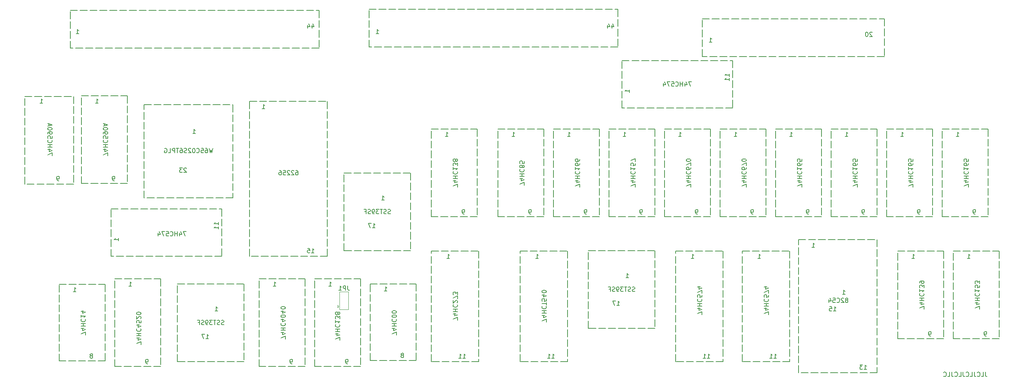
<source format=gbr>
%TF.GenerationSoftware,KiCad,Pcbnew,7.0.9*%
%TF.CreationDate,2023-12-14T15:38:49+00:00*%
%TF.ProjectId,v1a,7631612e-6b69-4636-9164-5f7063625858,rev?*%
%TF.SameCoordinates,Original*%
%TF.FileFunction,Legend,Bot*%
%TF.FilePolarity,Positive*%
%FSLAX46Y46*%
G04 Gerber Fmt 4.6, Leading zero omitted, Abs format (unit mm)*
G04 Created by KiCad (PCBNEW 7.0.9) date 2023-12-14 15:38:49*
%MOMM*%
%LPD*%
G01*
G04 APERTURE LIST*
%ADD10C,0.150000*%
%ADD11C,0.200000*%
%ADD12C,0.120000*%
G04 APERTURE END LIST*
D10*
X195249800Y-127063500D02*
X196899800Y-127063500D01*
X197499800Y-127063500D02*
X199149800Y-127063500D01*
X199749800Y-127063500D02*
X201399800Y-127063500D01*
X201999800Y-127063500D02*
X203649800Y-127063500D01*
X204249800Y-127063500D02*
X205899800Y-127063500D01*
X206070200Y-127063500D02*
X206070200Y-128713500D01*
X206070200Y-129313500D02*
X206070200Y-130963500D01*
X206070200Y-131563500D02*
X206070200Y-133213500D01*
X206070200Y-133813500D02*
X206070200Y-135463500D01*
X206070200Y-136063500D02*
X206070200Y-137713500D01*
X206070200Y-138313500D02*
X206070200Y-139963500D01*
X206070200Y-140563500D02*
X206070200Y-142213500D01*
X206070200Y-142813500D02*
X206070200Y-144463500D01*
X206070200Y-145063500D02*
X206070200Y-146713500D01*
X206070200Y-147313500D02*
X206070200Y-148963500D01*
X206070200Y-149563500D02*
X206070200Y-151213500D01*
X206070200Y-151813500D02*
X206070200Y-152400000D01*
X206070200Y-152400000D02*
X204420200Y-152400000D01*
X203820200Y-152400000D02*
X202170200Y-152400000D01*
X201570200Y-152400000D02*
X199920200Y-152400000D01*
X199320200Y-152400000D02*
X197670200Y-152400000D01*
X197070200Y-152400000D02*
X195420200Y-152400000D01*
X195249800Y-152400000D02*
X195249800Y-150750000D01*
X195249800Y-150150000D02*
X195249800Y-148500000D01*
X195249800Y-147900000D02*
X195249800Y-146250000D01*
X195249800Y-145650000D02*
X195249800Y-144000000D01*
X195249800Y-143400000D02*
X195249800Y-141750000D01*
X195249800Y-141150000D02*
X195249800Y-139500000D01*
X195249800Y-138900000D02*
X195249800Y-137250000D01*
X195249800Y-136650000D02*
X195249800Y-135000000D01*
X195249800Y-134400000D02*
X195249800Y-132750000D01*
X195249800Y-132150000D02*
X195249800Y-130500000D01*
X195249800Y-129900000D02*
X195249800Y-128250000D01*
X195249800Y-127650000D02*
X195249800Y-127063500D01*
X109855000Y-71755000D02*
X111505000Y-71755000D01*
X112105000Y-71755000D02*
X113755000Y-71755000D01*
X114355000Y-71755000D02*
X116005000Y-71755000D01*
X116605000Y-71755000D02*
X118255000Y-71755000D01*
X118855000Y-71755000D02*
X120505000Y-71755000D01*
X121105000Y-71755000D02*
X122755000Y-71755000D01*
X123355000Y-71755000D02*
X125005000Y-71755000D01*
X125605000Y-71755000D02*
X127255000Y-71755000D01*
X127855000Y-71755000D02*
X129505000Y-71755000D01*
X130105000Y-71755000D02*
X131755000Y-71755000D01*
X132355000Y-71755000D02*
X134005000Y-71755000D01*
X134605000Y-71755000D02*
X136255000Y-71755000D01*
X136855000Y-71755000D02*
X138505000Y-71755000D01*
X139105000Y-71755000D02*
X140755000Y-71755000D01*
X141355000Y-71755000D02*
X143005000Y-71755000D01*
X143605000Y-71755000D02*
X145255000Y-71755000D01*
X145855000Y-71755000D02*
X147505000Y-71755000D01*
X148105000Y-71755000D02*
X149755000Y-71755000D01*
X150355000Y-71755000D02*
X152005000Y-71755000D01*
X152605000Y-71755000D02*
X154255000Y-71755000D01*
X154855000Y-71755000D02*
X156505000Y-71755000D01*
X157105000Y-71755000D02*
X158755000Y-71755000D01*
X159355000Y-71755000D02*
X161005000Y-71755000D01*
X161605000Y-71755000D02*
X163255000Y-71755000D01*
X163855000Y-71755000D02*
X165505000Y-71755000D01*
X166105000Y-71755000D02*
X166751000Y-71755000D01*
X166751000Y-71755000D02*
X166751000Y-73405000D01*
X166751000Y-74005000D02*
X166751000Y-75655000D01*
X166751000Y-76255000D02*
X166751000Y-77905000D01*
X166751000Y-78505000D02*
X166751000Y-80155000D01*
X166751000Y-80391000D02*
X165101000Y-80391000D01*
X164501000Y-80391000D02*
X162851000Y-80391000D01*
X162251000Y-80391000D02*
X160601000Y-80391000D01*
X160001000Y-80391000D02*
X158351000Y-80391000D01*
X157751000Y-80391000D02*
X156101000Y-80391000D01*
X155501000Y-80391000D02*
X153851000Y-80391000D01*
X153251000Y-80391000D02*
X151601000Y-80391000D01*
X151001000Y-80391000D02*
X149351000Y-80391000D01*
X148751000Y-80391000D02*
X147101000Y-80391000D01*
X146501000Y-80391000D02*
X144851000Y-80391000D01*
X144251000Y-80391000D02*
X142601000Y-80391000D01*
X142001000Y-80391000D02*
X140351000Y-80391000D01*
X139751000Y-80391000D02*
X138101000Y-80391000D01*
X137501000Y-80391000D02*
X135851000Y-80391000D01*
X135251000Y-80391000D02*
X133601000Y-80391000D01*
X133001000Y-80391000D02*
X131351000Y-80391000D01*
X130751000Y-80391000D02*
X129101000Y-80391000D01*
X128501000Y-80391000D02*
X126851000Y-80391000D01*
X126251000Y-80391000D02*
X124601000Y-80391000D01*
X124001000Y-80391000D02*
X122351000Y-80391000D01*
X121751000Y-80391000D02*
X120101000Y-80391000D01*
X119501000Y-80391000D02*
X117851000Y-80391000D01*
X117251000Y-80391000D02*
X115601000Y-80391000D01*
X115001000Y-80391000D02*
X113351000Y-80391000D01*
X112751000Y-80391000D02*
X111101000Y-80391000D01*
X110501000Y-80391000D02*
X109855000Y-80391000D01*
X109855000Y-80391000D02*
X109855000Y-78741000D01*
X109855000Y-78141000D02*
X109855000Y-76491000D01*
X109855000Y-75891000D02*
X109855000Y-74241000D01*
X109855000Y-73641000D02*
X109855000Y-71991000D01*
X58420000Y-93599000D02*
X60070000Y-93599000D01*
X60670000Y-93599000D02*
X62320000Y-93599000D01*
X62920000Y-93599000D02*
X64570000Y-93599000D01*
X65170000Y-93599000D02*
X66820000Y-93599000D01*
X67420000Y-93599000D02*
X69070000Y-93599000D01*
X69670000Y-93599000D02*
X71320000Y-93599000D01*
X71920000Y-93599000D02*
X73570000Y-93599000D01*
X74170000Y-93599000D02*
X75820000Y-93599000D01*
X76420000Y-93599000D02*
X78070000Y-93599000D01*
X78670000Y-93599000D02*
X78740000Y-93599000D01*
X78740000Y-93599000D02*
X78740000Y-95249000D01*
X78740000Y-95849000D02*
X78740000Y-97499000D01*
X78740000Y-98099000D02*
X78740000Y-99749000D01*
X78740000Y-100349000D02*
X78740000Y-101999000D01*
X78740000Y-102599000D02*
X78740000Y-104249000D01*
X78740000Y-104849000D02*
X78740000Y-106499000D01*
X78740000Y-107099000D02*
X78740000Y-108749000D01*
X78740000Y-109349000D02*
X78740000Y-110999000D01*
X78740000Y-111599000D02*
X78740000Y-113249000D01*
X78740000Y-113849000D02*
X78740000Y-114935000D01*
X78740000Y-114935000D02*
X77090000Y-114935000D01*
X76490000Y-114935000D02*
X74840000Y-114935000D01*
X74240000Y-114935000D02*
X72590000Y-114935000D01*
X71990000Y-114935000D02*
X70340000Y-114935000D01*
X69740000Y-114935000D02*
X68090000Y-114935000D01*
X67490000Y-114935000D02*
X65840000Y-114935000D01*
X65240000Y-114935000D02*
X63590000Y-114935000D01*
X62990000Y-114935000D02*
X61340000Y-114935000D01*
X60740000Y-114935000D02*
X59090000Y-114935000D01*
X58490000Y-114935000D02*
X58420000Y-114935000D01*
X58420000Y-114935000D02*
X58420000Y-113285000D01*
X58420000Y-112685000D02*
X58420000Y-111035000D01*
X58420000Y-110435000D02*
X58420000Y-108785000D01*
X58420000Y-108185000D02*
X58420000Y-106535000D01*
X58420000Y-105935000D02*
X58420000Y-104285000D01*
X58420000Y-103685000D02*
X58420000Y-102035000D01*
X58420000Y-101435000D02*
X58420000Y-99785000D01*
X58420000Y-99185000D02*
X58420000Y-97535000D01*
X58420000Y-96935000D02*
X58420000Y-95285000D01*
X58420000Y-94685000D02*
X58420000Y-93599000D01*
X41529000Y-72009000D02*
X43179000Y-72009000D01*
X43779000Y-72009000D02*
X45429000Y-72009000D01*
X46029000Y-72009000D02*
X47679000Y-72009000D01*
X48279000Y-72009000D02*
X49929000Y-72009000D01*
X50529000Y-72009000D02*
X52179000Y-72009000D01*
X52779000Y-72009000D02*
X54429000Y-72009000D01*
X55029000Y-72009000D02*
X56679000Y-72009000D01*
X57279000Y-72009000D02*
X58929000Y-72009000D01*
X59529000Y-72009000D02*
X61179000Y-72009000D01*
X61779000Y-72009000D02*
X63429000Y-72009000D01*
X64029000Y-72009000D02*
X65679000Y-72009000D01*
X66279000Y-72009000D02*
X67929000Y-72009000D01*
X68529000Y-72009000D02*
X70179000Y-72009000D01*
X70779000Y-72009000D02*
X72429000Y-72009000D01*
X73029000Y-72009000D02*
X74679000Y-72009000D01*
X75279000Y-72009000D02*
X76929000Y-72009000D01*
X77529000Y-72009000D02*
X79179000Y-72009000D01*
X79779000Y-72009000D02*
X81429000Y-72009000D01*
X82029000Y-72009000D02*
X83679000Y-72009000D01*
X84279000Y-72009000D02*
X85929000Y-72009000D01*
X86529000Y-72009000D02*
X88179000Y-72009000D01*
X88779000Y-72009000D02*
X90429000Y-72009000D01*
X91029000Y-72009000D02*
X92679000Y-72009000D01*
X93279000Y-72009000D02*
X94929000Y-72009000D01*
X95529000Y-72009000D02*
X97179000Y-72009000D01*
X97779000Y-72009000D02*
X98425000Y-72009000D01*
X98425000Y-72009000D02*
X98425000Y-73659000D01*
X98425000Y-74259000D02*
X98425000Y-75909000D01*
X98425000Y-76509000D02*
X98425000Y-78159000D01*
X98425000Y-78759000D02*
X98425000Y-80409000D01*
X98425000Y-80645000D02*
X96775000Y-80645000D01*
X96175000Y-80645000D02*
X94525000Y-80645000D01*
X93925000Y-80645000D02*
X92275000Y-80645000D01*
X91675000Y-80645000D02*
X90025000Y-80645000D01*
X89425000Y-80645000D02*
X87775000Y-80645000D01*
X87175000Y-80645000D02*
X85525000Y-80645000D01*
X84925000Y-80645000D02*
X83275000Y-80645000D01*
X82675000Y-80645000D02*
X81025000Y-80645000D01*
X80425000Y-80645000D02*
X78775000Y-80645000D01*
X78175000Y-80645000D02*
X76525000Y-80645000D01*
X75925000Y-80645000D02*
X74275000Y-80645000D01*
X73675000Y-80645000D02*
X72025000Y-80645000D01*
X71425000Y-80645000D02*
X69775000Y-80645000D01*
X69175000Y-80645000D02*
X67525000Y-80645000D01*
X66925000Y-80645000D02*
X65275000Y-80645000D01*
X64675000Y-80645000D02*
X63025000Y-80645000D01*
X62425000Y-80645000D02*
X60775000Y-80645000D01*
X60175000Y-80645000D02*
X58525000Y-80645000D01*
X57925000Y-80645000D02*
X56275000Y-80645000D01*
X55675000Y-80645000D02*
X54025000Y-80645000D01*
X53425000Y-80645000D02*
X51775000Y-80645000D01*
X51175000Y-80645000D02*
X49525000Y-80645000D01*
X48925000Y-80645000D02*
X47275000Y-80645000D01*
X46675000Y-80645000D02*
X45025000Y-80645000D01*
X44425000Y-80645000D02*
X42775000Y-80645000D01*
X42175000Y-80645000D02*
X41529000Y-80645000D01*
X41529000Y-80645000D02*
X41529000Y-78995000D01*
X41529000Y-78395000D02*
X41529000Y-76745000D01*
X41529000Y-76145000D02*
X41529000Y-74495000D01*
X41529000Y-73895000D02*
X41529000Y-72245000D01*
X104140000Y-109220000D02*
X105790000Y-109220000D01*
X106390000Y-109220000D02*
X108040000Y-109220000D01*
X108640000Y-109220000D02*
X110290000Y-109220000D01*
X110890000Y-109220000D02*
X112540000Y-109220000D01*
X113140000Y-109220000D02*
X114790000Y-109220000D01*
X115390000Y-109220000D02*
X117040000Y-109220000D01*
X117640000Y-109220000D02*
X119290000Y-109220000D01*
X119380000Y-109220000D02*
X119380000Y-110870000D01*
X119380000Y-111470000D02*
X119380000Y-113120000D01*
X119380000Y-113720000D02*
X119380000Y-115370000D01*
X119380000Y-115970000D02*
X119380000Y-117620000D01*
X119380000Y-118220000D02*
X119380000Y-119870000D01*
X119380000Y-120470000D02*
X119380000Y-122120000D01*
X119380000Y-122720000D02*
X119380000Y-124370000D01*
X119380000Y-124970000D02*
X119380000Y-126620000D01*
X119380000Y-127000000D02*
X117730000Y-127000000D01*
X117130000Y-127000000D02*
X115480000Y-127000000D01*
X114880000Y-127000000D02*
X113230000Y-127000000D01*
X112630000Y-127000000D02*
X110980000Y-127000000D01*
X110380000Y-127000000D02*
X108730000Y-127000000D01*
X108130000Y-127000000D02*
X106480000Y-127000000D01*
X105880000Y-127000000D02*
X104230000Y-127000000D01*
X104140000Y-127000000D02*
X104140000Y-125350000D01*
X104140000Y-124750000D02*
X104140000Y-123100000D01*
X104140000Y-122500000D02*
X104140000Y-120850000D01*
X104140000Y-120250000D02*
X104140000Y-118600000D01*
X104140000Y-118000000D02*
X104140000Y-116350000D01*
X104140000Y-115750000D02*
X104140000Y-114100000D01*
X104140000Y-113500000D02*
X104140000Y-111850000D01*
X104140000Y-111250000D02*
X104140000Y-109600000D01*
X190119000Y-99187000D02*
X191769000Y-99187000D01*
X192369000Y-99187000D02*
X194019000Y-99187000D01*
X194619000Y-99187000D02*
X196269000Y-99187000D01*
X196869000Y-99187000D02*
X198519000Y-99187000D01*
X199119000Y-99187000D02*
X200660000Y-99187000D01*
X200660000Y-99187000D02*
X200660000Y-100837000D01*
X200660000Y-101437000D02*
X200660000Y-103087000D01*
X200660000Y-103687000D02*
X200660000Y-105337000D01*
X200660000Y-105937000D02*
X200660000Y-107587000D01*
X200660000Y-108187000D02*
X200660000Y-109837000D01*
X200660000Y-110437000D02*
X200660000Y-112087000D01*
X200660000Y-112687000D02*
X200660000Y-114337000D01*
X200660000Y-114937000D02*
X200660000Y-116587000D01*
X200660000Y-117187000D02*
X200660000Y-118837000D01*
X200660000Y-119253000D02*
X199010000Y-119253000D01*
X198410000Y-119253000D02*
X196760000Y-119253000D01*
X196160000Y-119253000D02*
X194510000Y-119253000D01*
X193910000Y-119253000D02*
X192260000Y-119253000D01*
X191660000Y-119253000D02*
X190119000Y-119253000D01*
X190119000Y-119253000D02*
X190119000Y-117603000D01*
X190119000Y-117003000D02*
X190119000Y-115353000D01*
X190119000Y-114753000D02*
X190119000Y-113103000D01*
X190119000Y-112503000D02*
X190119000Y-110853000D01*
X190119000Y-110253000D02*
X190119000Y-108603000D01*
X190119000Y-108003000D02*
X190119000Y-106353000D01*
X190119000Y-105753000D02*
X190119000Y-104103000D01*
X190119000Y-103503000D02*
X190119000Y-101853000D01*
X190119000Y-101253000D02*
X190119000Y-99603000D01*
X177419000Y-99187000D02*
X179069000Y-99187000D01*
X179669000Y-99187000D02*
X181319000Y-99187000D01*
X181919000Y-99187000D02*
X183569000Y-99187000D01*
X184169000Y-99187000D02*
X185819000Y-99187000D01*
X186419000Y-99187000D02*
X187960000Y-99187000D01*
X187960000Y-99187000D02*
X187960000Y-100837000D01*
X187960000Y-101437000D02*
X187960000Y-103087000D01*
X187960000Y-103687000D02*
X187960000Y-105337000D01*
X187960000Y-105937000D02*
X187960000Y-107587000D01*
X187960000Y-108187000D02*
X187960000Y-109837000D01*
X187960000Y-110437000D02*
X187960000Y-112087000D01*
X187960000Y-112687000D02*
X187960000Y-114337000D01*
X187960000Y-114937000D02*
X187960000Y-116587000D01*
X187960000Y-117187000D02*
X187960000Y-118837000D01*
X187960000Y-119253000D02*
X186310000Y-119253000D01*
X185710000Y-119253000D02*
X184060000Y-119253000D01*
X183460000Y-119253000D02*
X181810000Y-119253000D01*
X181210000Y-119253000D02*
X179560000Y-119253000D01*
X178960000Y-119253000D02*
X177419000Y-119253000D01*
X177419000Y-119253000D02*
X177419000Y-117603000D01*
X177419000Y-117003000D02*
X177419000Y-115353000D01*
X177419000Y-114753000D02*
X177419000Y-113103000D01*
X177419000Y-112503000D02*
X177419000Y-110853000D01*
X177419000Y-110253000D02*
X177419000Y-108603000D01*
X177419000Y-108003000D02*
X177419000Y-106353000D01*
X177419000Y-105753000D02*
X177419000Y-104103000D01*
X177419000Y-103503000D02*
X177419000Y-101853000D01*
X177419000Y-101253000D02*
X177419000Y-99603000D01*
X44069000Y-91567000D02*
X45719000Y-91567000D01*
X46319000Y-91567000D02*
X47969000Y-91567000D01*
X48569000Y-91567000D02*
X50219000Y-91567000D01*
X50819000Y-91567000D02*
X52469000Y-91567000D01*
X53069000Y-91567000D02*
X54610000Y-91567000D01*
X54610000Y-91567000D02*
X54610000Y-93217000D01*
X54610000Y-93817000D02*
X54610000Y-95467000D01*
X54610000Y-96067000D02*
X54610000Y-97717000D01*
X54610000Y-98317000D02*
X54610000Y-99967000D01*
X54610000Y-100567000D02*
X54610000Y-102217000D01*
X54610000Y-102817000D02*
X54610000Y-104467000D01*
X54610000Y-105067000D02*
X54610000Y-106717000D01*
X54610000Y-107317000D02*
X54610000Y-108967000D01*
X54610000Y-109567000D02*
X54610000Y-111217000D01*
X54610000Y-111633000D02*
X52960000Y-111633000D01*
X52360000Y-111633000D02*
X50710000Y-111633000D01*
X50110000Y-111633000D02*
X48460000Y-111633000D01*
X47860000Y-111633000D02*
X46210000Y-111633000D01*
X45610000Y-111633000D02*
X44069000Y-111633000D01*
X44069000Y-111633000D02*
X44069000Y-109983000D01*
X44069000Y-109383000D02*
X44069000Y-107733000D01*
X44069000Y-107133000D02*
X44069000Y-105483000D01*
X44069000Y-104883000D02*
X44069000Y-103233000D01*
X44069000Y-102633000D02*
X44069000Y-100983000D01*
X44069000Y-100383000D02*
X44069000Y-98733000D01*
X44069000Y-98133000D02*
X44069000Y-96483000D01*
X44069000Y-95883000D02*
X44069000Y-94233000D01*
X44069000Y-93633000D02*
X44069000Y-91983000D01*
X167703500Y-83489800D02*
X169353500Y-83489800D01*
X169953500Y-83489800D02*
X171603500Y-83489800D01*
X172203500Y-83489800D02*
X173853500Y-83489800D01*
X174453500Y-83489800D02*
X176103500Y-83489800D01*
X176703500Y-83489800D02*
X178353500Y-83489800D01*
X178953500Y-83489800D02*
X180603500Y-83489800D01*
X181203500Y-83489800D02*
X182853500Y-83489800D01*
X183453500Y-83489800D02*
X185103500Y-83489800D01*
X185703500Y-83489800D02*
X187353500Y-83489800D01*
X187953500Y-83489800D02*
X189603500Y-83489800D01*
X190203500Y-83489800D02*
X191853500Y-83489800D01*
X192453500Y-83489800D02*
X193040000Y-83489800D01*
X193040000Y-83489800D02*
X193040000Y-85139800D01*
X193040000Y-85739800D02*
X193040000Y-87389800D01*
X193040000Y-87989800D02*
X193040000Y-89639800D01*
X193040000Y-90239800D02*
X193040000Y-91889800D01*
X193040000Y-92489800D02*
X193040000Y-94139800D01*
X193040000Y-94310200D02*
X191390000Y-94310200D01*
X190790000Y-94310200D02*
X189140000Y-94310200D01*
X188540000Y-94310200D02*
X186890000Y-94310200D01*
X186290000Y-94310200D02*
X184640000Y-94310200D01*
X184040000Y-94310200D02*
X182390000Y-94310200D01*
X181790000Y-94310200D02*
X180140000Y-94310200D01*
X179540000Y-94310200D02*
X177890000Y-94310200D01*
X177290000Y-94310200D02*
X175640000Y-94310200D01*
X175040000Y-94310200D02*
X173390000Y-94310200D01*
X172790000Y-94310200D02*
X171140000Y-94310200D01*
X170540000Y-94310200D02*
X168890000Y-94310200D01*
X168290000Y-94310200D02*
X167703500Y-94310200D01*
X167703500Y-94310200D02*
X167703500Y-92660200D01*
X167703500Y-92060200D02*
X167703500Y-90410200D01*
X167703500Y-89810200D02*
X167703500Y-88160200D01*
X167703500Y-87560200D02*
X167703500Y-85910200D01*
X167703500Y-85310200D02*
X167703500Y-83660200D01*
X82550000Y-92837000D02*
X84200000Y-92837000D01*
X84800000Y-92837000D02*
X86450000Y-92837000D01*
X87050000Y-92837000D02*
X88700000Y-92837000D01*
X89300000Y-92837000D02*
X90950000Y-92837000D01*
X91550000Y-92837000D02*
X93200000Y-92837000D01*
X93800000Y-92837000D02*
X95450000Y-92837000D01*
X96050000Y-92837000D02*
X97700000Y-92837000D01*
X98300000Y-92837000D02*
X99950000Y-92837000D01*
X100330000Y-92837000D02*
X100330000Y-94487000D01*
X100330000Y-95087000D02*
X100330000Y-96737000D01*
X100330000Y-97337000D02*
X100330000Y-98987000D01*
X100330000Y-99587000D02*
X100330000Y-101237000D01*
X100330000Y-101837000D02*
X100330000Y-103487000D01*
X100330000Y-104087000D02*
X100330000Y-105737000D01*
X100330000Y-106337000D02*
X100330000Y-107987000D01*
X100330000Y-108587000D02*
X100330000Y-110237000D01*
X100330000Y-110837000D02*
X100330000Y-112487000D01*
X100330000Y-113087000D02*
X100330000Y-114737000D01*
X100330000Y-115337000D02*
X100330000Y-116987000D01*
X100330000Y-117587000D02*
X100330000Y-119237000D01*
X100330000Y-119837000D02*
X100330000Y-121487000D01*
X100330000Y-122087000D02*
X100330000Y-123737000D01*
X100330000Y-124337000D02*
X100330000Y-125987000D01*
X100330000Y-126587000D02*
X100330000Y-128237000D01*
X100330000Y-128270000D02*
X98680000Y-128270000D01*
X98080000Y-128270000D02*
X96430000Y-128270000D01*
X95830000Y-128270000D02*
X94180000Y-128270000D01*
X93580000Y-128270000D02*
X91930000Y-128270000D01*
X91330000Y-128270000D02*
X89680000Y-128270000D01*
X89080000Y-128270000D02*
X87430000Y-128270000D01*
X86830000Y-128270000D02*
X85180000Y-128270000D01*
X84580000Y-128270000D02*
X82930000Y-128270000D01*
X82550000Y-128270000D02*
X82550000Y-126620000D01*
X82550000Y-126020000D02*
X82550000Y-124370000D01*
X82550000Y-123770000D02*
X82550000Y-122120000D01*
X82550000Y-121520000D02*
X82550000Y-119870000D01*
X82550000Y-119270000D02*
X82550000Y-117620000D01*
X82550000Y-117020000D02*
X82550000Y-115370000D01*
X82550000Y-114770000D02*
X82550000Y-113120000D01*
X82550000Y-112520000D02*
X82550000Y-110870000D01*
X82550000Y-110270000D02*
X82550000Y-108620000D01*
X82550000Y-108020000D02*
X82550000Y-106370000D01*
X82550000Y-105770000D02*
X82550000Y-104120000D01*
X82550000Y-103520000D02*
X82550000Y-101870000D01*
X82550000Y-101270000D02*
X82550000Y-99620000D01*
X82550000Y-99020000D02*
X82550000Y-97370000D01*
X82550000Y-96770000D02*
X82550000Y-95120000D01*
X82550000Y-94520000D02*
X82550000Y-92870000D01*
X208089500Y-124460000D02*
X209739500Y-124460000D01*
X210339500Y-124460000D02*
X211989500Y-124460000D01*
X212589500Y-124460000D02*
X214239500Y-124460000D01*
X214839500Y-124460000D02*
X216489500Y-124460000D01*
X217089500Y-124460000D02*
X218739500Y-124460000D01*
X219339500Y-124460000D02*
X220989500Y-124460000D01*
X221589500Y-124460000D02*
X223239500Y-124460000D01*
X223839500Y-124460000D02*
X225489500Y-124460000D01*
X226060000Y-124460000D02*
X226060000Y-126110000D01*
X226060000Y-126710000D02*
X226060000Y-128360000D01*
X226060000Y-128960000D02*
X226060000Y-130610000D01*
X226060000Y-131210000D02*
X226060000Y-132860000D01*
X226060000Y-133460000D02*
X226060000Y-135110000D01*
X226060000Y-135710000D02*
X226060000Y-137360000D01*
X226060000Y-137960000D02*
X226060000Y-139610000D01*
X226060000Y-140210000D02*
X226060000Y-141860000D01*
X226060000Y-142460000D02*
X226060000Y-144110000D01*
X226060000Y-144710000D02*
X226060000Y-146360000D01*
X226060000Y-146960000D02*
X226060000Y-148610000D01*
X226060000Y-149210000D02*
X226060000Y-150860000D01*
X226060000Y-151460000D02*
X226060000Y-153110000D01*
X226060000Y-153710000D02*
X226060000Y-154940000D01*
X226060000Y-154940000D02*
X224410000Y-154940000D01*
X223810000Y-154940000D02*
X222160000Y-154940000D01*
X221560000Y-154940000D02*
X219910000Y-154940000D01*
X219310000Y-154940000D02*
X217660000Y-154940000D01*
X217060000Y-154940000D02*
X215410000Y-154940000D01*
X214810000Y-154940000D02*
X213160000Y-154940000D01*
X212560000Y-154940000D02*
X210910000Y-154940000D01*
X210310000Y-154940000D02*
X208660000Y-154940000D01*
X208089500Y-154940000D02*
X208089500Y-153290000D01*
X208089500Y-152690000D02*
X208089500Y-151040000D01*
X208089500Y-150440000D02*
X208089500Y-148790000D01*
X208089500Y-148190000D02*
X208089500Y-146540000D01*
X208089500Y-145940000D02*
X208089500Y-144290000D01*
X208089500Y-143690000D02*
X208089500Y-142040000D01*
X208089500Y-141440000D02*
X208089500Y-139790000D01*
X208089500Y-139190000D02*
X208089500Y-137540000D01*
X208089500Y-136940000D02*
X208089500Y-135290000D01*
X208089500Y-134690000D02*
X208089500Y-133040000D01*
X208089500Y-132440000D02*
X208089500Y-130790000D01*
X208089500Y-130190000D02*
X208089500Y-128540000D01*
X208089500Y-127940000D02*
X208089500Y-126290000D01*
X208089500Y-125690000D02*
X208089500Y-124460000D01*
X110109000Y-134620000D02*
X111759000Y-134620000D01*
X112359000Y-134620000D02*
X114009000Y-134620000D01*
X114609000Y-134620000D02*
X116259000Y-134620000D01*
X116859000Y-134620000D02*
X118509000Y-134620000D01*
X119109000Y-134620000D02*
X120650000Y-134620000D01*
X120650000Y-134620000D02*
X120650000Y-136270000D01*
X120650000Y-136870000D02*
X120650000Y-138520000D01*
X120650000Y-139120000D02*
X120650000Y-140770000D01*
X120650000Y-141370000D02*
X120650000Y-143020000D01*
X120650000Y-143620000D02*
X120650000Y-145270000D01*
X120650000Y-145870000D02*
X120650000Y-147520000D01*
X120650000Y-148120000D02*
X120650000Y-149770000D01*
X120650000Y-150370000D02*
X120650000Y-152020000D01*
X120650000Y-152146000D02*
X119000000Y-152146000D01*
X118400000Y-152146000D02*
X116750000Y-152146000D01*
X116150000Y-152146000D02*
X114500000Y-152146000D01*
X113900000Y-152146000D02*
X112250000Y-152146000D01*
X111650000Y-152146000D02*
X110109000Y-152146000D01*
X110109000Y-152146000D02*
X110109000Y-150496000D01*
X110109000Y-149896000D02*
X110109000Y-148246000D01*
X110109000Y-147646000D02*
X110109000Y-145996000D01*
X110109000Y-145396000D02*
X110109000Y-143746000D01*
X110109000Y-143146000D02*
X110109000Y-141496000D01*
X110109000Y-140896000D02*
X110109000Y-139246000D01*
X110109000Y-138646000D02*
X110109000Y-136996000D01*
X110109000Y-136396000D02*
X110109000Y-134746000D01*
X139319000Y-99187000D02*
X140969000Y-99187000D01*
X141569000Y-99187000D02*
X143219000Y-99187000D01*
X143819000Y-99187000D02*
X145469000Y-99187000D01*
X146069000Y-99187000D02*
X147719000Y-99187000D01*
X148319000Y-99187000D02*
X149860000Y-99187000D01*
X149860000Y-99187000D02*
X149860000Y-100837000D01*
X149860000Y-101437000D02*
X149860000Y-103087000D01*
X149860000Y-103687000D02*
X149860000Y-105337000D01*
X149860000Y-105937000D02*
X149860000Y-107587000D01*
X149860000Y-108187000D02*
X149860000Y-109837000D01*
X149860000Y-110437000D02*
X149860000Y-112087000D01*
X149860000Y-112687000D02*
X149860000Y-114337000D01*
X149860000Y-114937000D02*
X149860000Y-116587000D01*
X149860000Y-117187000D02*
X149860000Y-118837000D01*
X149860000Y-119253000D02*
X148210000Y-119253000D01*
X147610000Y-119253000D02*
X145960000Y-119253000D01*
X145360000Y-119253000D02*
X143710000Y-119253000D01*
X143110000Y-119253000D02*
X141460000Y-119253000D01*
X140860000Y-119253000D02*
X139319000Y-119253000D01*
X139319000Y-119253000D02*
X139319000Y-117603000D01*
X139319000Y-117003000D02*
X139319000Y-115353000D01*
X139319000Y-114753000D02*
X139319000Y-113103000D01*
X139319000Y-112503000D02*
X139319000Y-110853000D01*
X139319000Y-110253000D02*
X139319000Y-108603000D01*
X139319000Y-108003000D02*
X139319000Y-106353000D01*
X139319000Y-105753000D02*
X139319000Y-104103000D01*
X139319000Y-103503000D02*
X139319000Y-101853000D01*
X139319000Y-101253000D02*
X139319000Y-99603000D01*
X152019000Y-99187000D02*
X153669000Y-99187000D01*
X154269000Y-99187000D02*
X155919000Y-99187000D01*
X156519000Y-99187000D02*
X158169000Y-99187000D01*
X158769000Y-99187000D02*
X160419000Y-99187000D01*
X161019000Y-99187000D02*
X162560000Y-99187000D01*
X162560000Y-99187000D02*
X162560000Y-100837000D01*
X162560000Y-101437000D02*
X162560000Y-103087000D01*
X162560000Y-103687000D02*
X162560000Y-105337000D01*
X162560000Y-105937000D02*
X162560000Y-107587000D01*
X162560000Y-108187000D02*
X162560000Y-109837000D01*
X162560000Y-110437000D02*
X162560000Y-112087000D01*
X162560000Y-112687000D02*
X162560000Y-114337000D01*
X162560000Y-114937000D02*
X162560000Y-116587000D01*
X162560000Y-117187000D02*
X162560000Y-118837000D01*
X162560000Y-119253000D02*
X160910000Y-119253000D01*
X160310000Y-119253000D02*
X158660000Y-119253000D01*
X158060000Y-119253000D02*
X156410000Y-119253000D01*
X155810000Y-119253000D02*
X154160000Y-119253000D01*
X153560000Y-119253000D02*
X152019000Y-119253000D01*
X152019000Y-119253000D02*
X152019000Y-117603000D01*
X152019000Y-117003000D02*
X152019000Y-115353000D01*
X152019000Y-114753000D02*
X152019000Y-113103000D01*
X152019000Y-112503000D02*
X152019000Y-110853000D01*
X152019000Y-110253000D02*
X152019000Y-108603000D01*
X152019000Y-108003000D02*
X152019000Y-106353000D01*
X152019000Y-105753000D02*
X152019000Y-104103000D01*
X152019000Y-103503000D02*
X152019000Y-101853000D01*
X152019000Y-101253000D02*
X152019000Y-99603000D01*
X38989000Y-134747000D02*
X40639000Y-134747000D01*
X41239000Y-134747000D02*
X42889000Y-134747000D01*
X43489000Y-134747000D02*
X45139000Y-134747000D01*
X45739000Y-134747000D02*
X47389000Y-134747000D01*
X47989000Y-134747000D02*
X49530000Y-134747000D01*
X49530000Y-134747000D02*
X49530000Y-136397000D01*
X49530000Y-136997000D02*
X49530000Y-138647000D01*
X49530000Y-139247000D02*
X49530000Y-140897000D01*
X49530000Y-141497000D02*
X49530000Y-143147000D01*
X49530000Y-143747000D02*
X49530000Y-145397000D01*
X49530000Y-145997000D02*
X49530000Y-147647000D01*
X49530000Y-148247000D02*
X49530000Y-149897000D01*
X49530000Y-150497000D02*
X49530000Y-152147000D01*
X49530000Y-152273000D02*
X47880000Y-152273000D01*
X47280000Y-152273000D02*
X45630000Y-152273000D01*
X45030000Y-152273000D02*
X43380000Y-152273000D01*
X42780000Y-152273000D02*
X41130000Y-152273000D01*
X40530000Y-152273000D02*
X38989000Y-152273000D01*
X38989000Y-152273000D02*
X38989000Y-150623000D01*
X38989000Y-150023000D02*
X38989000Y-148373000D01*
X38989000Y-147773000D02*
X38989000Y-146123000D01*
X38989000Y-145523000D02*
X38989000Y-143873000D01*
X38989000Y-143273000D02*
X38989000Y-141623000D01*
X38989000Y-141023000D02*
X38989000Y-139373000D01*
X38989000Y-138773000D02*
X38989000Y-137123000D01*
X38989000Y-136523000D02*
X38989000Y-134873000D01*
X180009800Y-127063500D02*
X181659800Y-127063500D01*
X182259800Y-127063500D02*
X183909800Y-127063500D01*
X184509800Y-127063500D02*
X186159800Y-127063500D01*
X186759800Y-127063500D02*
X188409800Y-127063500D01*
X189009800Y-127063500D02*
X190659800Y-127063500D01*
X190830200Y-127063500D02*
X190830200Y-128713500D01*
X190830200Y-129313500D02*
X190830200Y-130963500D01*
X190830200Y-131563500D02*
X190830200Y-133213500D01*
X190830200Y-133813500D02*
X190830200Y-135463500D01*
X190830200Y-136063500D02*
X190830200Y-137713500D01*
X190830200Y-138313500D02*
X190830200Y-139963500D01*
X190830200Y-140563500D02*
X190830200Y-142213500D01*
X190830200Y-142813500D02*
X190830200Y-144463500D01*
X190830200Y-145063500D02*
X190830200Y-146713500D01*
X190830200Y-147313500D02*
X190830200Y-148963500D01*
X190830200Y-149563500D02*
X190830200Y-151213500D01*
X190830200Y-151813500D02*
X190830200Y-152400000D01*
X190830200Y-152400000D02*
X189180200Y-152400000D01*
X188580200Y-152400000D02*
X186930200Y-152400000D01*
X186330200Y-152400000D02*
X184680200Y-152400000D01*
X184080200Y-152400000D02*
X182430200Y-152400000D01*
X181830200Y-152400000D02*
X180180200Y-152400000D01*
X180009800Y-152400000D02*
X180009800Y-150750000D01*
X180009800Y-150150000D02*
X180009800Y-148500000D01*
X180009800Y-147900000D02*
X180009800Y-146250000D01*
X180009800Y-145650000D02*
X180009800Y-144000000D01*
X180009800Y-143400000D02*
X180009800Y-141750000D01*
X180009800Y-141150000D02*
X180009800Y-139500000D01*
X180009800Y-138900000D02*
X180009800Y-137250000D01*
X180009800Y-136650000D02*
X180009800Y-135000000D01*
X180009800Y-134400000D02*
X180009800Y-132750000D01*
X180009800Y-132150000D02*
X180009800Y-130500000D01*
X180009800Y-129900000D02*
X180009800Y-128250000D01*
X180009800Y-127650000D02*
X180009800Y-127063500D01*
X31115000Y-91694000D02*
X32765000Y-91694000D01*
X33365000Y-91694000D02*
X35015000Y-91694000D01*
X35615000Y-91694000D02*
X37265000Y-91694000D01*
X37865000Y-91694000D02*
X39515000Y-91694000D01*
X40115000Y-91694000D02*
X41765000Y-91694000D01*
X42291000Y-91694000D02*
X42291000Y-93344000D01*
X42291000Y-93944000D02*
X42291000Y-95594000D01*
X42291000Y-96194000D02*
X42291000Y-97844000D01*
X42291000Y-98444000D02*
X42291000Y-100094000D01*
X42291000Y-100694000D02*
X42291000Y-102344000D01*
X42291000Y-102944000D02*
X42291000Y-104594000D01*
X42291000Y-105194000D02*
X42291000Y-106844000D01*
X42291000Y-107444000D02*
X42291000Y-109094000D01*
X42291000Y-109694000D02*
X42291000Y-111344000D01*
X42291000Y-111760000D02*
X40641000Y-111760000D01*
X40041000Y-111760000D02*
X38391000Y-111760000D01*
X37791000Y-111760000D02*
X36141000Y-111760000D01*
X35541000Y-111760000D02*
X33891000Y-111760000D01*
X33291000Y-111760000D02*
X31641000Y-111760000D01*
X31115000Y-111760000D02*
X31115000Y-110110000D01*
X31115000Y-109510000D02*
X31115000Y-107860000D01*
X31115000Y-107260000D02*
X31115000Y-105610000D01*
X31115000Y-105010000D02*
X31115000Y-103360000D01*
X31115000Y-102760000D02*
X31115000Y-101110000D01*
X31115000Y-100510000D02*
X31115000Y-98860000D01*
X31115000Y-98260000D02*
X31115000Y-96610000D01*
X31115000Y-96010000D02*
X31115000Y-94360000D01*
X31115000Y-93760000D02*
X31115000Y-92110000D01*
X215519000Y-99187000D02*
X217169000Y-99187000D01*
X217769000Y-99187000D02*
X219419000Y-99187000D01*
X220019000Y-99187000D02*
X221669000Y-99187000D01*
X222269000Y-99187000D02*
X223919000Y-99187000D01*
X224519000Y-99187000D02*
X226060000Y-99187000D01*
X226060000Y-99187000D02*
X226060000Y-100837000D01*
X226060000Y-101437000D02*
X226060000Y-103087000D01*
X226060000Y-103687000D02*
X226060000Y-105337000D01*
X226060000Y-105937000D02*
X226060000Y-107587000D01*
X226060000Y-108187000D02*
X226060000Y-109837000D01*
X226060000Y-110437000D02*
X226060000Y-112087000D01*
X226060000Y-112687000D02*
X226060000Y-114337000D01*
X226060000Y-114937000D02*
X226060000Y-116587000D01*
X226060000Y-117187000D02*
X226060000Y-118837000D01*
X226060000Y-119253000D02*
X224410000Y-119253000D01*
X223810000Y-119253000D02*
X222160000Y-119253000D01*
X221560000Y-119253000D02*
X219910000Y-119253000D01*
X219310000Y-119253000D02*
X217660000Y-119253000D01*
X217060000Y-119253000D02*
X215519000Y-119253000D01*
X215519000Y-119253000D02*
X215519000Y-117603000D01*
X215519000Y-117003000D02*
X215519000Y-115353000D01*
X215519000Y-114753000D02*
X215519000Y-113103000D01*
X215519000Y-112503000D02*
X215519000Y-110853000D01*
X215519000Y-110253000D02*
X215519000Y-108603000D01*
X215519000Y-108003000D02*
X215519000Y-106353000D01*
X215519000Y-105753000D02*
X215519000Y-104103000D01*
X215519000Y-103503000D02*
X215519000Y-101853000D01*
X215519000Y-101253000D02*
X215519000Y-99603000D01*
X164719000Y-99187000D02*
X166369000Y-99187000D01*
X166969000Y-99187000D02*
X168619000Y-99187000D01*
X169219000Y-99187000D02*
X170869000Y-99187000D01*
X171469000Y-99187000D02*
X173119000Y-99187000D01*
X173719000Y-99187000D02*
X175260000Y-99187000D01*
X175260000Y-99187000D02*
X175260000Y-100837000D01*
X175260000Y-101437000D02*
X175260000Y-103087000D01*
X175260000Y-103687000D02*
X175260000Y-105337000D01*
X175260000Y-105937000D02*
X175260000Y-107587000D01*
X175260000Y-108187000D02*
X175260000Y-109837000D01*
X175260000Y-110437000D02*
X175260000Y-112087000D01*
X175260000Y-112687000D02*
X175260000Y-114337000D01*
X175260000Y-114937000D02*
X175260000Y-116587000D01*
X175260000Y-117187000D02*
X175260000Y-118837000D01*
X175260000Y-119253000D02*
X173610000Y-119253000D01*
X173010000Y-119253000D02*
X171360000Y-119253000D01*
X170760000Y-119253000D02*
X169110000Y-119253000D01*
X168510000Y-119253000D02*
X166860000Y-119253000D01*
X166260000Y-119253000D02*
X164719000Y-119253000D01*
X164719000Y-119253000D02*
X164719000Y-117603000D01*
X164719000Y-117003000D02*
X164719000Y-115353000D01*
X164719000Y-114753000D02*
X164719000Y-113103000D01*
X164719000Y-112503000D02*
X164719000Y-110853000D01*
X164719000Y-110253000D02*
X164719000Y-108603000D01*
X164719000Y-108003000D02*
X164719000Y-106353000D01*
X164719000Y-105753000D02*
X164719000Y-104103000D01*
X164719000Y-103503000D02*
X164719000Y-101853000D01*
X164719000Y-101253000D02*
X164719000Y-99603000D01*
X160020000Y-127000000D02*
X161670000Y-127000000D01*
X162270000Y-127000000D02*
X163920000Y-127000000D01*
X164520000Y-127000000D02*
X166170000Y-127000000D01*
X166770000Y-127000000D02*
X168420000Y-127000000D01*
X169020000Y-127000000D02*
X170670000Y-127000000D01*
X171270000Y-127000000D02*
X172920000Y-127000000D01*
X173520000Y-127000000D02*
X175170000Y-127000000D01*
X175260000Y-127000000D02*
X175260000Y-128650000D01*
X175260000Y-129250000D02*
X175260000Y-130900000D01*
X175260000Y-131500000D02*
X175260000Y-133150000D01*
X175260000Y-133750000D02*
X175260000Y-135400000D01*
X175260000Y-136000000D02*
X175260000Y-137650000D01*
X175260000Y-138250000D02*
X175260000Y-139900000D01*
X175260000Y-140500000D02*
X175260000Y-142150000D01*
X175260000Y-142750000D02*
X175260000Y-144400000D01*
X175260000Y-144780000D02*
X173610000Y-144780000D01*
X173010000Y-144780000D02*
X171360000Y-144780000D01*
X170760000Y-144780000D02*
X169110000Y-144780000D01*
X168510000Y-144780000D02*
X166860000Y-144780000D01*
X166260000Y-144780000D02*
X164610000Y-144780000D01*
X164010000Y-144780000D02*
X162360000Y-144780000D01*
X161760000Y-144780000D02*
X160110000Y-144780000D01*
X160020000Y-144780000D02*
X160020000Y-143130000D01*
X160020000Y-142530000D02*
X160020000Y-140880000D01*
X160020000Y-140280000D02*
X160020000Y-138630000D01*
X160020000Y-138030000D02*
X160020000Y-136380000D01*
X160020000Y-135780000D02*
X160020000Y-134130000D01*
X160020000Y-133530000D02*
X160020000Y-131880000D01*
X160020000Y-131280000D02*
X160020000Y-129630000D01*
X160020000Y-129030000D02*
X160020000Y-127380000D01*
X84709000Y-133477000D02*
X86359000Y-133477000D01*
X86959000Y-133477000D02*
X88609000Y-133477000D01*
X89209000Y-133477000D02*
X90859000Y-133477000D01*
X91459000Y-133477000D02*
X93109000Y-133477000D01*
X93709000Y-133477000D02*
X95250000Y-133477000D01*
X95250000Y-133477000D02*
X95250000Y-135127000D01*
X95250000Y-135727000D02*
X95250000Y-137377000D01*
X95250000Y-137977000D02*
X95250000Y-139627000D01*
X95250000Y-140227000D02*
X95250000Y-141877000D01*
X95250000Y-142477000D02*
X95250000Y-144127000D01*
X95250000Y-144727000D02*
X95250000Y-146377000D01*
X95250000Y-146977000D02*
X95250000Y-148627000D01*
X95250000Y-149227000D02*
X95250000Y-150877000D01*
X95250000Y-151477000D02*
X95250000Y-153127000D01*
X95250000Y-153543000D02*
X93600000Y-153543000D01*
X93000000Y-153543000D02*
X91350000Y-153543000D01*
X90750000Y-153543000D02*
X89100000Y-153543000D01*
X88500000Y-153543000D02*
X86850000Y-153543000D01*
X86250000Y-153543000D02*
X84709000Y-153543000D01*
X84709000Y-153543000D02*
X84709000Y-151893000D01*
X84709000Y-151293000D02*
X84709000Y-149643000D01*
X84709000Y-149043000D02*
X84709000Y-147393000D01*
X84709000Y-146793000D02*
X84709000Y-145143000D01*
X84709000Y-144543000D02*
X84709000Y-142893000D01*
X84709000Y-142293000D02*
X84709000Y-140643000D01*
X84709000Y-140043000D02*
X84709000Y-138393000D01*
X84709000Y-137793000D02*
X84709000Y-136143000D01*
X84709000Y-135543000D02*
X84709000Y-133893000D01*
X97409000Y-133477000D02*
X99059000Y-133477000D01*
X99659000Y-133477000D02*
X101309000Y-133477000D01*
X101909000Y-133477000D02*
X103559000Y-133477000D01*
X104159000Y-133477000D02*
X105809000Y-133477000D01*
X106409000Y-133477000D02*
X107950000Y-133477000D01*
X107950000Y-133477000D02*
X107950000Y-135127000D01*
X107950000Y-135727000D02*
X107950000Y-137377000D01*
X107950000Y-137977000D02*
X107950000Y-139627000D01*
X107950000Y-140227000D02*
X107950000Y-141877000D01*
X107950000Y-142477000D02*
X107950000Y-144127000D01*
X107950000Y-144727000D02*
X107950000Y-146377000D01*
X107950000Y-146977000D02*
X107950000Y-148627000D01*
X107950000Y-149227000D02*
X107950000Y-150877000D01*
X107950000Y-151477000D02*
X107950000Y-153127000D01*
X107950000Y-153543000D02*
X106300000Y-153543000D01*
X105700000Y-153543000D02*
X104050000Y-153543000D01*
X103450000Y-153543000D02*
X101800000Y-153543000D01*
X101200000Y-153543000D02*
X99550000Y-153543000D01*
X98950000Y-153543000D02*
X97409000Y-153543000D01*
X97409000Y-153543000D02*
X97409000Y-151893000D01*
X97409000Y-151293000D02*
X97409000Y-149643000D01*
X97409000Y-149043000D02*
X97409000Y-147393000D01*
X97409000Y-146793000D02*
X97409000Y-145143000D01*
X97409000Y-144543000D02*
X97409000Y-142893000D01*
X97409000Y-142293000D02*
X97409000Y-140643000D01*
X97409000Y-140043000D02*
X97409000Y-138393000D01*
X97409000Y-137793000D02*
X97409000Y-136143000D01*
X97409000Y-135543000D02*
X97409000Y-133893000D01*
X228219000Y-99187000D02*
X229869000Y-99187000D01*
X230469000Y-99187000D02*
X232119000Y-99187000D01*
X232719000Y-99187000D02*
X234369000Y-99187000D01*
X234969000Y-99187000D02*
X236619000Y-99187000D01*
X237219000Y-99187000D02*
X238760000Y-99187000D01*
X238760000Y-99187000D02*
X238760000Y-100837000D01*
X238760000Y-101437000D02*
X238760000Y-103087000D01*
X238760000Y-103687000D02*
X238760000Y-105337000D01*
X238760000Y-105937000D02*
X238760000Y-107587000D01*
X238760000Y-108187000D02*
X238760000Y-109837000D01*
X238760000Y-110437000D02*
X238760000Y-112087000D01*
X238760000Y-112687000D02*
X238760000Y-114337000D01*
X238760000Y-114937000D02*
X238760000Y-116587000D01*
X238760000Y-117187000D02*
X238760000Y-118837000D01*
X238760000Y-119253000D02*
X237110000Y-119253000D01*
X236510000Y-119253000D02*
X234860000Y-119253000D01*
X234260000Y-119253000D02*
X232610000Y-119253000D01*
X232010000Y-119253000D02*
X230360000Y-119253000D01*
X229760000Y-119253000D02*
X228219000Y-119253000D01*
X228219000Y-119253000D02*
X228219000Y-117603000D01*
X228219000Y-117003000D02*
X228219000Y-115353000D01*
X228219000Y-114753000D02*
X228219000Y-113103000D01*
X228219000Y-112503000D02*
X228219000Y-110853000D01*
X228219000Y-110253000D02*
X228219000Y-108603000D01*
X228219000Y-108003000D02*
X228219000Y-106353000D01*
X228219000Y-105753000D02*
X228219000Y-104103000D01*
X228219000Y-103503000D02*
X228219000Y-101853000D01*
X228219000Y-101253000D02*
X228219000Y-99603000D01*
X50863500Y-117475000D02*
X52513500Y-117475000D01*
X53113500Y-117475000D02*
X54763500Y-117475000D01*
X55363500Y-117475000D02*
X57013500Y-117475000D01*
X57613500Y-117475000D02*
X59263500Y-117475000D01*
X59863500Y-117475000D02*
X61513500Y-117475000D01*
X62113500Y-117475000D02*
X63763500Y-117475000D01*
X64363500Y-117475000D02*
X66013500Y-117475000D01*
X66613500Y-117475000D02*
X68263500Y-117475000D01*
X68863500Y-117475000D02*
X70513500Y-117475000D01*
X71113500Y-117475000D02*
X72763500Y-117475000D01*
X73363500Y-117475000D02*
X75013500Y-117475000D01*
X75613500Y-117475000D02*
X76200000Y-117475000D01*
X76200000Y-117475000D02*
X76200000Y-119125000D01*
X76200000Y-119725000D02*
X76200000Y-121375000D01*
X76200000Y-121975000D02*
X76200000Y-123625000D01*
X76200000Y-124225000D02*
X76200000Y-125875000D01*
X76200000Y-126475000D02*
X76200000Y-128125000D01*
X76200000Y-128295400D02*
X74550000Y-128295400D01*
X73950000Y-128295400D02*
X72300000Y-128295400D01*
X71700000Y-128295400D02*
X70050000Y-128295400D01*
X69450000Y-128295400D02*
X67800000Y-128295400D01*
X67200000Y-128295400D02*
X65550000Y-128295400D01*
X64950000Y-128295400D02*
X63300000Y-128295400D01*
X62700000Y-128295400D02*
X61050000Y-128295400D01*
X60450000Y-128295400D02*
X58800000Y-128295400D01*
X58200000Y-128295400D02*
X56550000Y-128295400D01*
X55950000Y-128295400D02*
X54300000Y-128295400D01*
X53700000Y-128295400D02*
X52050000Y-128295400D01*
X51450000Y-128295400D02*
X50863500Y-128295400D01*
X50863500Y-128295400D02*
X50863500Y-126645400D01*
X50863500Y-126045400D02*
X50863500Y-124395400D01*
X50863500Y-123795400D02*
X50863500Y-122145400D01*
X50863500Y-121545400D02*
X50863500Y-119895400D01*
X50863500Y-119295400D02*
X50863500Y-117645400D01*
X240919000Y-99187000D02*
X242569000Y-99187000D01*
X243169000Y-99187000D02*
X244819000Y-99187000D01*
X245419000Y-99187000D02*
X247069000Y-99187000D01*
X247669000Y-99187000D02*
X249319000Y-99187000D01*
X249919000Y-99187000D02*
X251460000Y-99187000D01*
X251460000Y-99187000D02*
X251460000Y-100837000D01*
X251460000Y-101437000D02*
X251460000Y-103087000D01*
X251460000Y-103687000D02*
X251460000Y-105337000D01*
X251460000Y-105937000D02*
X251460000Y-107587000D01*
X251460000Y-108187000D02*
X251460000Y-109837000D01*
X251460000Y-110437000D02*
X251460000Y-112087000D01*
X251460000Y-112687000D02*
X251460000Y-114337000D01*
X251460000Y-114937000D02*
X251460000Y-116587000D01*
X251460000Y-117187000D02*
X251460000Y-118837000D01*
X251460000Y-119253000D02*
X249810000Y-119253000D01*
X249210000Y-119253000D02*
X247560000Y-119253000D01*
X246960000Y-119253000D02*
X245310000Y-119253000D01*
X244710000Y-119253000D02*
X243060000Y-119253000D01*
X242460000Y-119253000D02*
X240919000Y-119253000D01*
X240919000Y-119253000D02*
X240919000Y-117603000D01*
X240919000Y-117003000D02*
X240919000Y-115353000D01*
X240919000Y-114753000D02*
X240919000Y-113103000D01*
X240919000Y-112503000D02*
X240919000Y-110853000D01*
X240919000Y-110253000D02*
X240919000Y-108603000D01*
X240919000Y-108003000D02*
X240919000Y-106353000D01*
X240919000Y-105753000D02*
X240919000Y-104103000D01*
X240919000Y-103503000D02*
X240919000Y-101853000D01*
X240919000Y-101253000D02*
X240919000Y-99603000D01*
X186055000Y-73914000D02*
X187705000Y-73914000D01*
X188305000Y-73914000D02*
X189955000Y-73914000D01*
X190555000Y-73914000D02*
X192205000Y-73914000D01*
X192805000Y-73914000D02*
X194455000Y-73914000D01*
X195055000Y-73914000D02*
X196705000Y-73914000D01*
X197305000Y-73914000D02*
X198955000Y-73914000D01*
X199555000Y-73914000D02*
X201205000Y-73914000D01*
X201805000Y-73914000D02*
X203455000Y-73914000D01*
X204055000Y-73914000D02*
X205705000Y-73914000D01*
X206305000Y-73914000D02*
X207955000Y-73914000D01*
X208555000Y-73914000D02*
X210205000Y-73914000D01*
X210805000Y-73914000D02*
X212455000Y-73914000D01*
X213055000Y-73914000D02*
X214705000Y-73914000D01*
X215305000Y-73914000D02*
X216955000Y-73914000D01*
X217555000Y-73914000D02*
X219205000Y-73914000D01*
X219805000Y-73914000D02*
X221455000Y-73914000D01*
X222055000Y-73914000D02*
X223705000Y-73914000D01*
X224305000Y-73914000D02*
X225955000Y-73914000D01*
X226555000Y-73914000D02*
X227711000Y-73914000D01*
X227711000Y-73914000D02*
X227711000Y-75564000D01*
X227711000Y-76164000D02*
X227711000Y-77814000D01*
X227711000Y-78414000D02*
X227711000Y-80064000D01*
X227711000Y-80664000D02*
X227711000Y-82314000D01*
X227711000Y-82550000D02*
X226061000Y-82550000D01*
X225461000Y-82550000D02*
X223811000Y-82550000D01*
X223211000Y-82550000D02*
X221561000Y-82550000D01*
X220961000Y-82550000D02*
X219311000Y-82550000D01*
X218711000Y-82550000D02*
X217061000Y-82550000D01*
X216461000Y-82550000D02*
X214811000Y-82550000D01*
X214211000Y-82550000D02*
X212561000Y-82550000D01*
X211961000Y-82550000D02*
X210311000Y-82550000D01*
X209711000Y-82550000D02*
X208061000Y-82550000D01*
X207461000Y-82550000D02*
X205811000Y-82550000D01*
X205211000Y-82550000D02*
X203561000Y-82550000D01*
X202961000Y-82550000D02*
X201311000Y-82550000D01*
X200711000Y-82550000D02*
X199061000Y-82550000D01*
X198461000Y-82550000D02*
X196811000Y-82550000D01*
X196211000Y-82550000D02*
X194561000Y-82550000D01*
X193961000Y-82550000D02*
X192311000Y-82550000D01*
X191711000Y-82550000D02*
X190061000Y-82550000D01*
X189461000Y-82550000D02*
X187811000Y-82550000D01*
X187211000Y-82550000D02*
X186055000Y-82550000D01*
X186055000Y-82550000D02*
X186055000Y-80900000D01*
X186055000Y-80300000D02*
X186055000Y-78650000D01*
X186055000Y-78050000D02*
X186055000Y-76400000D01*
X186055000Y-75800000D02*
X186055000Y-74150000D01*
X51689000Y-133477000D02*
X53339000Y-133477000D01*
X53939000Y-133477000D02*
X55589000Y-133477000D01*
X56189000Y-133477000D02*
X57839000Y-133477000D01*
X58439000Y-133477000D02*
X60089000Y-133477000D01*
X60689000Y-133477000D02*
X62230000Y-133477000D01*
X62230000Y-133477000D02*
X62230000Y-135127000D01*
X62230000Y-135727000D02*
X62230000Y-137377000D01*
X62230000Y-137977000D02*
X62230000Y-139627000D01*
X62230000Y-140227000D02*
X62230000Y-141877000D01*
X62230000Y-142477000D02*
X62230000Y-144127000D01*
X62230000Y-144727000D02*
X62230000Y-146377000D01*
X62230000Y-146977000D02*
X62230000Y-148627000D01*
X62230000Y-149227000D02*
X62230000Y-150877000D01*
X62230000Y-151477000D02*
X62230000Y-153127000D01*
X62230000Y-153543000D02*
X60580000Y-153543000D01*
X59980000Y-153543000D02*
X58330000Y-153543000D01*
X57730000Y-153543000D02*
X56080000Y-153543000D01*
X55480000Y-153543000D02*
X53830000Y-153543000D01*
X53230000Y-153543000D02*
X51689000Y-153543000D01*
X51689000Y-153543000D02*
X51689000Y-151893000D01*
X51689000Y-151293000D02*
X51689000Y-149643000D01*
X51689000Y-149043000D02*
X51689000Y-147393000D01*
X51689000Y-146793000D02*
X51689000Y-145143000D01*
X51689000Y-144543000D02*
X51689000Y-142893000D01*
X51689000Y-142293000D02*
X51689000Y-140643000D01*
X51689000Y-140043000D02*
X51689000Y-138393000D01*
X51689000Y-137793000D02*
X51689000Y-136143000D01*
X51689000Y-135543000D02*
X51689000Y-133893000D01*
X243459000Y-127127000D02*
X245109000Y-127127000D01*
X245709000Y-127127000D02*
X247359000Y-127127000D01*
X247959000Y-127127000D02*
X249609000Y-127127000D01*
X250209000Y-127127000D02*
X251859000Y-127127000D01*
X252459000Y-127127000D02*
X254000000Y-127127000D01*
X254000000Y-127127000D02*
X254000000Y-128777000D01*
X254000000Y-129377000D02*
X254000000Y-131027000D01*
X254000000Y-131627000D02*
X254000000Y-133277000D01*
X254000000Y-133877000D02*
X254000000Y-135527000D01*
X254000000Y-136127000D02*
X254000000Y-137777000D01*
X254000000Y-138377000D02*
X254000000Y-140027000D01*
X254000000Y-140627000D02*
X254000000Y-142277000D01*
X254000000Y-142877000D02*
X254000000Y-144527000D01*
X254000000Y-145127000D02*
X254000000Y-146777000D01*
X254000000Y-147193000D02*
X252350000Y-147193000D01*
X251750000Y-147193000D02*
X250100000Y-147193000D01*
X249500000Y-147193000D02*
X247850000Y-147193000D01*
X247250000Y-147193000D02*
X245600000Y-147193000D01*
X245000000Y-147193000D02*
X243459000Y-147193000D01*
X243459000Y-147193000D02*
X243459000Y-145543000D01*
X243459000Y-144943000D02*
X243459000Y-143293000D01*
X243459000Y-142693000D02*
X243459000Y-141043000D01*
X243459000Y-140443000D02*
X243459000Y-138793000D01*
X243459000Y-138193000D02*
X243459000Y-136543000D01*
X243459000Y-135943000D02*
X243459000Y-134293000D01*
X243459000Y-133693000D02*
X243459000Y-132043000D01*
X243459000Y-131443000D02*
X243459000Y-129793000D01*
X243459000Y-129193000D02*
X243459000Y-127543000D01*
X124079000Y-99187000D02*
X125729000Y-99187000D01*
X126329000Y-99187000D02*
X127979000Y-99187000D01*
X128579000Y-99187000D02*
X130229000Y-99187000D01*
X130829000Y-99187000D02*
X132479000Y-99187000D01*
X133079000Y-99187000D02*
X134620000Y-99187000D01*
X134620000Y-99187000D02*
X134620000Y-100837000D01*
X134620000Y-101437000D02*
X134620000Y-103087000D01*
X134620000Y-103687000D02*
X134620000Y-105337000D01*
X134620000Y-105937000D02*
X134620000Y-107587000D01*
X134620000Y-108187000D02*
X134620000Y-109837000D01*
X134620000Y-110437000D02*
X134620000Y-112087000D01*
X134620000Y-112687000D02*
X134620000Y-114337000D01*
X134620000Y-114937000D02*
X134620000Y-116587000D01*
X134620000Y-117187000D02*
X134620000Y-118837000D01*
X134620000Y-119253000D02*
X132970000Y-119253000D01*
X132370000Y-119253000D02*
X130720000Y-119253000D01*
X130120000Y-119253000D02*
X128470000Y-119253000D01*
X127870000Y-119253000D02*
X126220000Y-119253000D01*
X125620000Y-119253000D02*
X124079000Y-119253000D01*
X124079000Y-119253000D02*
X124079000Y-117603000D01*
X124079000Y-117003000D02*
X124079000Y-115353000D01*
X124079000Y-114753000D02*
X124079000Y-113103000D01*
X124079000Y-112503000D02*
X124079000Y-110853000D01*
X124079000Y-110253000D02*
X124079000Y-108603000D01*
X124079000Y-108003000D02*
X124079000Y-106353000D01*
X124079000Y-105753000D02*
X124079000Y-104103000D01*
X124079000Y-103503000D02*
X124079000Y-101853000D01*
X124079000Y-101253000D02*
X124079000Y-99603000D01*
X66040000Y-134620000D02*
X67690000Y-134620000D01*
X68290000Y-134620000D02*
X69940000Y-134620000D01*
X70540000Y-134620000D02*
X72190000Y-134620000D01*
X72790000Y-134620000D02*
X74440000Y-134620000D01*
X75040000Y-134620000D02*
X76690000Y-134620000D01*
X77290000Y-134620000D02*
X78940000Y-134620000D01*
X79540000Y-134620000D02*
X81190000Y-134620000D01*
X81280000Y-134620000D02*
X81280000Y-136270000D01*
X81280000Y-136870000D02*
X81280000Y-138520000D01*
X81280000Y-139120000D02*
X81280000Y-140770000D01*
X81280000Y-141370000D02*
X81280000Y-143020000D01*
X81280000Y-143620000D02*
X81280000Y-145270000D01*
X81280000Y-145870000D02*
X81280000Y-147520000D01*
X81280000Y-148120000D02*
X81280000Y-149770000D01*
X81280000Y-150370000D02*
X81280000Y-152020000D01*
X81280000Y-152400000D02*
X79630000Y-152400000D01*
X79030000Y-152400000D02*
X77380000Y-152400000D01*
X76780000Y-152400000D02*
X75130000Y-152400000D01*
X74530000Y-152400000D02*
X72880000Y-152400000D01*
X72280000Y-152400000D02*
X70630000Y-152400000D01*
X70030000Y-152400000D02*
X68380000Y-152400000D01*
X67780000Y-152400000D02*
X66130000Y-152400000D01*
X66040000Y-152400000D02*
X66040000Y-150750000D01*
X66040000Y-150150000D02*
X66040000Y-148500000D01*
X66040000Y-147900000D02*
X66040000Y-146250000D01*
X66040000Y-145650000D02*
X66040000Y-144000000D01*
X66040000Y-143400000D02*
X66040000Y-141750000D01*
X66040000Y-141150000D02*
X66040000Y-139500000D01*
X66040000Y-138900000D02*
X66040000Y-137250000D01*
X66040000Y-136650000D02*
X66040000Y-135000000D01*
X124129800Y-127063500D02*
X125779800Y-127063500D01*
X126379800Y-127063500D02*
X128029800Y-127063500D01*
X128629800Y-127063500D02*
X130279800Y-127063500D01*
X130879800Y-127063500D02*
X132529800Y-127063500D01*
X133129800Y-127063500D02*
X134779800Y-127063500D01*
X134950200Y-127063500D02*
X134950200Y-128713500D01*
X134950200Y-129313500D02*
X134950200Y-130963500D01*
X134950200Y-131563500D02*
X134950200Y-133213500D01*
X134950200Y-133813500D02*
X134950200Y-135463500D01*
X134950200Y-136063500D02*
X134950200Y-137713500D01*
X134950200Y-138313500D02*
X134950200Y-139963500D01*
X134950200Y-140563500D02*
X134950200Y-142213500D01*
X134950200Y-142813500D02*
X134950200Y-144463500D01*
X134950200Y-145063500D02*
X134950200Y-146713500D01*
X134950200Y-147313500D02*
X134950200Y-148963500D01*
X134950200Y-149563500D02*
X134950200Y-151213500D01*
X134950200Y-151813500D02*
X134950200Y-152400000D01*
X134950200Y-152400000D02*
X133300200Y-152400000D01*
X132700200Y-152400000D02*
X131050200Y-152400000D01*
X130450200Y-152400000D02*
X128800200Y-152400000D01*
X128200200Y-152400000D02*
X126550200Y-152400000D01*
X125950200Y-152400000D02*
X124300200Y-152400000D01*
X124129800Y-152400000D02*
X124129800Y-150750000D01*
X124129800Y-150150000D02*
X124129800Y-148500000D01*
X124129800Y-147900000D02*
X124129800Y-146250000D01*
X124129800Y-145650000D02*
X124129800Y-144000000D01*
X124129800Y-143400000D02*
X124129800Y-141750000D01*
X124129800Y-141150000D02*
X124129800Y-139500000D01*
X124129800Y-138900000D02*
X124129800Y-137250000D01*
X124129800Y-136650000D02*
X124129800Y-135000000D01*
X124129800Y-134400000D02*
X124129800Y-132750000D01*
X124129800Y-132150000D02*
X124129800Y-130500000D01*
X124129800Y-129900000D02*
X124129800Y-128250000D01*
X124129800Y-127650000D02*
X124129800Y-127063500D01*
X144449800Y-127063500D02*
X146099800Y-127063500D01*
X146699800Y-127063500D02*
X148349800Y-127063500D01*
X148949800Y-127063500D02*
X150599800Y-127063500D01*
X151199800Y-127063500D02*
X152849800Y-127063500D01*
X153449800Y-127063500D02*
X155099800Y-127063500D01*
X155270200Y-127063500D02*
X155270200Y-128713500D01*
X155270200Y-129313500D02*
X155270200Y-130963500D01*
X155270200Y-131563500D02*
X155270200Y-133213500D01*
X155270200Y-133813500D02*
X155270200Y-135463500D01*
X155270200Y-136063500D02*
X155270200Y-137713500D01*
X155270200Y-138313500D02*
X155270200Y-139963500D01*
X155270200Y-140563500D02*
X155270200Y-142213500D01*
X155270200Y-142813500D02*
X155270200Y-144463500D01*
X155270200Y-145063500D02*
X155270200Y-146713500D01*
X155270200Y-147313500D02*
X155270200Y-148963500D01*
X155270200Y-149563500D02*
X155270200Y-151213500D01*
X155270200Y-151813500D02*
X155270200Y-152400000D01*
X155270200Y-152400000D02*
X153620200Y-152400000D01*
X153020200Y-152400000D02*
X151370200Y-152400000D01*
X150770200Y-152400000D02*
X149120200Y-152400000D01*
X148520200Y-152400000D02*
X146870200Y-152400000D01*
X146270200Y-152400000D02*
X144620200Y-152400000D01*
X144449800Y-152400000D02*
X144449800Y-150750000D01*
X144449800Y-150150000D02*
X144449800Y-148500000D01*
X144449800Y-147900000D02*
X144449800Y-146250000D01*
X144449800Y-145650000D02*
X144449800Y-144000000D01*
X144449800Y-143400000D02*
X144449800Y-141750000D01*
X144449800Y-141150000D02*
X144449800Y-139500000D01*
X144449800Y-138900000D02*
X144449800Y-137250000D01*
X144449800Y-136650000D02*
X144449800Y-135000000D01*
X144449800Y-134400000D02*
X144449800Y-132750000D01*
X144449800Y-132150000D02*
X144449800Y-130500000D01*
X144449800Y-129900000D02*
X144449800Y-128250000D01*
X144449800Y-127650000D02*
X144449800Y-127063500D01*
X202819000Y-99187000D02*
X204469000Y-99187000D01*
X205069000Y-99187000D02*
X206719000Y-99187000D01*
X207319000Y-99187000D02*
X208969000Y-99187000D01*
X209569000Y-99187000D02*
X211219000Y-99187000D01*
X211819000Y-99187000D02*
X213360000Y-99187000D01*
X213360000Y-99187000D02*
X213360000Y-100837000D01*
X213360000Y-101437000D02*
X213360000Y-103087000D01*
X213360000Y-103687000D02*
X213360000Y-105337000D01*
X213360000Y-105937000D02*
X213360000Y-107587000D01*
X213360000Y-108187000D02*
X213360000Y-109837000D01*
X213360000Y-110437000D02*
X213360000Y-112087000D01*
X213360000Y-112687000D02*
X213360000Y-114337000D01*
X213360000Y-114937000D02*
X213360000Y-116587000D01*
X213360000Y-117187000D02*
X213360000Y-118837000D01*
X213360000Y-119253000D02*
X211710000Y-119253000D01*
X211110000Y-119253000D02*
X209460000Y-119253000D01*
X208860000Y-119253000D02*
X207210000Y-119253000D01*
X206610000Y-119253000D02*
X204960000Y-119253000D01*
X204360000Y-119253000D02*
X202819000Y-119253000D01*
X202819000Y-119253000D02*
X202819000Y-117603000D01*
X202819000Y-117003000D02*
X202819000Y-115353000D01*
X202819000Y-114753000D02*
X202819000Y-113103000D01*
X202819000Y-112503000D02*
X202819000Y-110853000D01*
X202819000Y-110253000D02*
X202819000Y-108603000D01*
X202819000Y-108003000D02*
X202819000Y-106353000D01*
X202819000Y-105753000D02*
X202819000Y-104103000D01*
X202819000Y-103503000D02*
X202819000Y-101853000D01*
X202819000Y-101253000D02*
X202819000Y-99603000D01*
X230759000Y-127127000D02*
X232409000Y-127127000D01*
X233009000Y-127127000D02*
X234659000Y-127127000D01*
X235259000Y-127127000D02*
X236909000Y-127127000D01*
X237509000Y-127127000D02*
X239159000Y-127127000D01*
X239759000Y-127127000D02*
X241300000Y-127127000D01*
X241300000Y-127127000D02*
X241300000Y-128777000D01*
X241300000Y-129377000D02*
X241300000Y-131027000D01*
X241300000Y-131627000D02*
X241300000Y-133277000D01*
X241300000Y-133877000D02*
X241300000Y-135527000D01*
X241300000Y-136127000D02*
X241300000Y-137777000D01*
X241300000Y-138377000D02*
X241300000Y-140027000D01*
X241300000Y-140627000D02*
X241300000Y-142277000D01*
X241300000Y-142877000D02*
X241300000Y-144527000D01*
X241300000Y-145127000D02*
X241300000Y-146777000D01*
X241300000Y-147193000D02*
X239650000Y-147193000D01*
X239050000Y-147193000D02*
X237400000Y-147193000D01*
X236800000Y-147193000D02*
X235150000Y-147193000D01*
X234550000Y-147193000D02*
X232900000Y-147193000D01*
X232300000Y-147193000D02*
X230759000Y-147193000D01*
X230759000Y-147193000D02*
X230759000Y-145543000D01*
X230759000Y-144943000D02*
X230759000Y-143293000D01*
X230759000Y-142693000D02*
X230759000Y-141043000D01*
X230759000Y-140443000D02*
X230759000Y-138793000D01*
X230759000Y-138193000D02*
X230759000Y-136543000D01*
X230759000Y-135943000D02*
X230759000Y-134293000D01*
X230759000Y-133693000D02*
X230759000Y-132043000D01*
X230759000Y-131443000D02*
X230759000Y-129793000D01*
X230759000Y-129193000D02*
X230759000Y-127543000D01*
D11*
X127679485Y-128772219D02*
X128250913Y-128772219D01*
X127965199Y-128772219D02*
X127965199Y-127772219D01*
X127965199Y-127772219D02*
X128060437Y-127915076D01*
X128060437Y-127915076D02*
X128155675Y-128010314D01*
X128155675Y-128010314D02*
X128250913Y-128057933D01*
X197675475Y-118612219D02*
X197484999Y-118612219D01*
X197484999Y-118612219D02*
X197389761Y-118564600D01*
X197389761Y-118564600D02*
X197342142Y-118516980D01*
X197342142Y-118516980D02*
X197246904Y-118374123D01*
X197246904Y-118374123D02*
X197199285Y-118183647D01*
X197199285Y-118183647D02*
X197199285Y-117802695D01*
X197199285Y-117802695D02*
X197246904Y-117707457D01*
X197246904Y-117707457D02*
X197294523Y-117659838D01*
X197294523Y-117659838D02*
X197389761Y-117612219D01*
X197389761Y-117612219D02*
X197580237Y-117612219D01*
X197580237Y-117612219D02*
X197675475Y-117659838D01*
X197675475Y-117659838D02*
X197723094Y-117707457D01*
X197723094Y-117707457D02*
X197770713Y-117802695D01*
X197770713Y-117802695D02*
X197770713Y-118040790D01*
X197770713Y-118040790D02*
X197723094Y-118136028D01*
X197723094Y-118136028D02*
X197675475Y-118183647D01*
X197675475Y-118183647D02*
X197580237Y-118231266D01*
X197580237Y-118231266D02*
X197389761Y-118231266D01*
X197389761Y-118231266D02*
X197294523Y-118183647D01*
X197294523Y-118183647D02*
X197246904Y-118136028D01*
X197246904Y-118136028D02*
X197199285Y-118040790D01*
X223075475Y-118612219D02*
X222884999Y-118612219D01*
X222884999Y-118612219D02*
X222789761Y-118564600D01*
X222789761Y-118564600D02*
X222742142Y-118516980D01*
X222742142Y-118516980D02*
X222646904Y-118374123D01*
X222646904Y-118374123D02*
X222599285Y-118183647D01*
X222599285Y-118183647D02*
X222599285Y-117802695D01*
X222599285Y-117802695D02*
X222646904Y-117707457D01*
X222646904Y-117707457D02*
X222694523Y-117659838D01*
X222694523Y-117659838D02*
X222789761Y-117612219D01*
X222789761Y-117612219D02*
X222980237Y-117612219D01*
X222980237Y-117612219D02*
X223075475Y-117659838D01*
X223075475Y-117659838D02*
X223123094Y-117707457D01*
X223123094Y-117707457D02*
X223170713Y-117802695D01*
X223170713Y-117802695D02*
X223170713Y-118040790D01*
X223170713Y-118040790D02*
X223123094Y-118136028D01*
X223123094Y-118136028D02*
X223075475Y-118183647D01*
X223075475Y-118183647D02*
X222980237Y-118231266D01*
X222980237Y-118231266D02*
X222789761Y-118231266D01*
X222789761Y-118231266D02*
X222694523Y-118183647D01*
X222694523Y-118183647D02*
X222646904Y-118136028D01*
X222646904Y-118136028D02*
X222599285Y-118040790D01*
D10*
X158025180Y-112481904D02*
X158025180Y-111815238D01*
X158025180Y-111815238D02*
X157025180Y-112243809D01*
X157691847Y-111005714D02*
X157025180Y-111005714D01*
X158072800Y-111243809D02*
X157358514Y-111481904D01*
X157358514Y-111481904D02*
X157358514Y-110862857D01*
X157025180Y-110481904D02*
X158025180Y-110481904D01*
X157548990Y-110481904D02*
X157548990Y-109910476D01*
X157025180Y-109910476D02*
X158025180Y-109910476D01*
X157120419Y-108862857D02*
X157072800Y-108910476D01*
X157072800Y-108910476D02*
X157025180Y-109053333D01*
X157025180Y-109053333D02*
X157025180Y-109148571D01*
X157025180Y-109148571D02*
X157072800Y-109291428D01*
X157072800Y-109291428D02*
X157168038Y-109386666D01*
X157168038Y-109386666D02*
X157263276Y-109434285D01*
X157263276Y-109434285D02*
X157453752Y-109481904D01*
X157453752Y-109481904D02*
X157596609Y-109481904D01*
X157596609Y-109481904D02*
X157787085Y-109434285D01*
X157787085Y-109434285D02*
X157882323Y-109386666D01*
X157882323Y-109386666D02*
X157977561Y-109291428D01*
X157977561Y-109291428D02*
X158025180Y-109148571D01*
X158025180Y-109148571D02*
X158025180Y-109053333D01*
X158025180Y-109053333D02*
X157977561Y-108910476D01*
X157977561Y-108910476D02*
X157929942Y-108862857D01*
X157025180Y-107910476D02*
X157025180Y-108481904D01*
X157025180Y-108196190D02*
X158025180Y-108196190D01*
X158025180Y-108196190D02*
X157882323Y-108291428D01*
X157882323Y-108291428D02*
X157787085Y-108386666D01*
X157787085Y-108386666D02*
X157739466Y-108481904D01*
X158025180Y-107053333D02*
X158025180Y-107243809D01*
X158025180Y-107243809D02*
X157977561Y-107339047D01*
X157977561Y-107339047D02*
X157929942Y-107386666D01*
X157929942Y-107386666D02*
X157787085Y-107481904D01*
X157787085Y-107481904D02*
X157596609Y-107529523D01*
X157596609Y-107529523D02*
X157215657Y-107529523D01*
X157215657Y-107529523D02*
X157120419Y-107481904D01*
X157120419Y-107481904D02*
X157072800Y-107434285D01*
X157072800Y-107434285D02*
X157025180Y-107339047D01*
X157025180Y-107339047D02*
X157025180Y-107148571D01*
X157025180Y-107148571D02*
X157072800Y-107053333D01*
X157072800Y-107053333D02*
X157120419Y-107005714D01*
X157120419Y-107005714D02*
X157215657Y-106958095D01*
X157215657Y-106958095D02*
X157453752Y-106958095D01*
X157453752Y-106958095D02*
X157548990Y-107005714D01*
X157548990Y-107005714D02*
X157596609Y-107053333D01*
X157596609Y-107053333D02*
X157644228Y-107148571D01*
X157644228Y-107148571D02*
X157644228Y-107339047D01*
X157644228Y-107339047D02*
X157596609Y-107434285D01*
X157596609Y-107434285D02*
X157548990Y-107481904D01*
X157548990Y-107481904D02*
X157453752Y-107529523D01*
X158025180Y-106100952D02*
X158025180Y-106291428D01*
X158025180Y-106291428D02*
X157977561Y-106386666D01*
X157977561Y-106386666D02*
X157929942Y-106434285D01*
X157929942Y-106434285D02*
X157787085Y-106529523D01*
X157787085Y-106529523D02*
X157596609Y-106577142D01*
X157596609Y-106577142D02*
X157215657Y-106577142D01*
X157215657Y-106577142D02*
X157120419Y-106529523D01*
X157120419Y-106529523D02*
X157072800Y-106481904D01*
X157072800Y-106481904D02*
X157025180Y-106386666D01*
X157025180Y-106386666D02*
X157025180Y-106196190D01*
X157025180Y-106196190D02*
X157072800Y-106100952D01*
X157072800Y-106100952D02*
X157120419Y-106053333D01*
X157120419Y-106053333D02*
X157215657Y-106005714D01*
X157215657Y-106005714D02*
X157453752Y-106005714D01*
X157453752Y-106005714D02*
X157548990Y-106053333D01*
X157548990Y-106053333D02*
X157596609Y-106100952D01*
X157596609Y-106100952D02*
X157644228Y-106196190D01*
X157644228Y-106196190D02*
X157644228Y-106386666D01*
X157644228Y-106386666D02*
X157596609Y-106481904D01*
X157596609Y-106481904D02*
X157548990Y-106529523D01*
X157548990Y-106529523D02*
X157453752Y-106577142D01*
D11*
X34639285Y-93212219D02*
X35210713Y-93212219D01*
X34924999Y-93212219D02*
X34924999Y-92212219D01*
X34924999Y-92212219D02*
X35020237Y-92355076D01*
X35020237Y-92355076D02*
X35115475Y-92450314D01*
X35115475Y-92450314D02*
X35210713Y-92497933D01*
X100679285Y-135122219D02*
X101250713Y-135122219D01*
X100964999Y-135122219D02*
X100964999Y-134122219D01*
X100964999Y-134122219D02*
X101060237Y-134265076D01*
X101060237Y-134265076D02*
X101155475Y-134360314D01*
X101155475Y-134360314D02*
X101250713Y-134407933D01*
X131635475Y-118612219D02*
X131444999Y-118612219D01*
X131444999Y-118612219D02*
X131349761Y-118564600D01*
X131349761Y-118564600D02*
X131302142Y-118516980D01*
X131302142Y-118516980D02*
X131206904Y-118374123D01*
X131206904Y-118374123D02*
X131159285Y-118183647D01*
X131159285Y-118183647D02*
X131159285Y-117802695D01*
X131159285Y-117802695D02*
X131206904Y-117707457D01*
X131206904Y-117707457D02*
X131254523Y-117659838D01*
X131254523Y-117659838D02*
X131349761Y-117612219D01*
X131349761Y-117612219D02*
X131540237Y-117612219D01*
X131540237Y-117612219D02*
X131635475Y-117659838D01*
X131635475Y-117659838D02*
X131683094Y-117707457D01*
X131683094Y-117707457D02*
X131730713Y-117802695D01*
X131730713Y-117802695D02*
X131730713Y-118040790D01*
X131730713Y-118040790D02*
X131683094Y-118136028D01*
X131683094Y-118136028D02*
X131635475Y-118183647D01*
X131635475Y-118183647D02*
X131540237Y-118231266D01*
X131540237Y-118231266D02*
X131349761Y-118231266D01*
X131349761Y-118231266D02*
X131254523Y-118183647D01*
X131254523Y-118183647D02*
X131206904Y-118136028D01*
X131206904Y-118136028D02*
X131159285Y-118040790D01*
D10*
X208825180Y-112481904D02*
X208825180Y-111815238D01*
X208825180Y-111815238D02*
X207825180Y-112243809D01*
X208491847Y-111005714D02*
X207825180Y-111005714D01*
X208872800Y-111243809D02*
X208158514Y-111481904D01*
X208158514Y-111481904D02*
X208158514Y-110862857D01*
X207825180Y-110481904D02*
X208825180Y-110481904D01*
X208348990Y-110481904D02*
X208348990Y-109910476D01*
X207825180Y-109910476D02*
X208825180Y-109910476D01*
X207920419Y-108862857D02*
X207872800Y-108910476D01*
X207872800Y-108910476D02*
X207825180Y-109053333D01*
X207825180Y-109053333D02*
X207825180Y-109148571D01*
X207825180Y-109148571D02*
X207872800Y-109291428D01*
X207872800Y-109291428D02*
X207968038Y-109386666D01*
X207968038Y-109386666D02*
X208063276Y-109434285D01*
X208063276Y-109434285D02*
X208253752Y-109481904D01*
X208253752Y-109481904D02*
X208396609Y-109481904D01*
X208396609Y-109481904D02*
X208587085Y-109434285D01*
X208587085Y-109434285D02*
X208682323Y-109386666D01*
X208682323Y-109386666D02*
X208777561Y-109291428D01*
X208777561Y-109291428D02*
X208825180Y-109148571D01*
X208825180Y-109148571D02*
X208825180Y-109053333D01*
X208825180Y-109053333D02*
X208777561Y-108910476D01*
X208777561Y-108910476D02*
X208729942Y-108862857D01*
X207825180Y-107910476D02*
X207825180Y-108481904D01*
X207825180Y-108196190D02*
X208825180Y-108196190D01*
X208825180Y-108196190D02*
X208682323Y-108291428D01*
X208682323Y-108291428D02*
X208587085Y-108386666D01*
X208587085Y-108386666D02*
X208539466Y-108481904D01*
X208825180Y-107053333D02*
X208825180Y-107243809D01*
X208825180Y-107243809D02*
X208777561Y-107339047D01*
X208777561Y-107339047D02*
X208729942Y-107386666D01*
X208729942Y-107386666D02*
X208587085Y-107481904D01*
X208587085Y-107481904D02*
X208396609Y-107529523D01*
X208396609Y-107529523D02*
X208015657Y-107529523D01*
X208015657Y-107529523D02*
X207920419Y-107481904D01*
X207920419Y-107481904D02*
X207872800Y-107434285D01*
X207872800Y-107434285D02*
X207825180Y-107339047D01*
X207825180Y-107339047D02*
X207825180Y-107148571D01*
X207825180Y-107148571D02*
X207872800Y-107053333D01*
X207872800Y-107053333D02*
X207920419Y-107005714D01*
X207920419Y-107005714D02*
X208015657Y-106958095D01*
X208015657Y-106958095D02*
X208253752Y-106958095D01*
X208253752Y-106958095D02*
X208348990Y-107005714D01*
X208348990Y-107005714D02*
X208396609Y-107053333D01*
X208396609Y-107053333D02*
X208444228Y-107148571D01*
X208444228Y-107148571D02*
X208444228Y-107339047D01*
X208444228Y-107339047D02*
X208396609Y-107434285D01*
X208396609Y-107434285D02*
X208348990Y-107481904D01*
X208348990Y-107481904D02*
X208253752Y-107529523D01*
X208825180Y-106053333D02*
X208825180Y-106529523D01*
X208825180Y-106529523D02*
X208348990Y-106577142D01*
X208348990Y-106577142D02*
X208396609Y-106529523D01*
X208396609Y-106529523D02*
X208444228Y-106434285D01*
X208444228Y-106434285D02*
X208444228Y-106196190D01*
X208444228Y-106196190D02*
X208396609Y-106100952D01*
X208396609Y-106100952D02*
X208348990Y-106053333D01*
X208348990Y-106053333D02*
X208253752Y-106005714D01*
X208253752Y-106005714D02*
X208015657Y-106005714D01*
X208015657Y-106005714D02*
X207920419Y-106053333D01*
X207920419Y-106053333D02*
X207872800Y-106100952D01*
X207872800Y-106100952D02*
X207825180Y-106196190D01*
X207825180Y-106196190D02*
X207825180Y-106434285D01*
X207825180Y-106434285D02*
X207872800Y-106529523D01*
X207872800Y-106529523D02*
X207920419Y-106577142D01*
X196125180Y-112481904D02*
X196125180Y-111815238D01*
X196125180Y-111815238D02*
X195125180Y-112243809D01*
X195791847Y-111005714D02*
X195125180Y-111005714D01*
X196172800Y-111243809D02*
X195458514Y-111481904D01*
X195458514Y-111481904D02*
X195458514Y-110862857D01*
X195125180Y-110481904D02*
X196125180Y-110481904D01*
X195648990Y-110481904D02*
X195648990Y-109910476D01*
X195125180Y-109910476D02*
X196125180Y-109910476D01*
X195220419Y-108862857D02*
X195172800Y-108910476D01*
X195172800Y-108910476D02*
X195125180Y-109053333D01*
X195125180Y-109053333D02*
X195125180Y-109148571D01*
X195125180Y-109148571D02*
X195172800Y-109291428D01*
X195172800Y-109291428D02*
X195268038Y-109386666D01*
X195268038Y-109386666D02*
X195363276Y-109434285D01*
X195363276Y-109434285D02*
X195553752Y-109481904D01*
X195553752Y-109481904D02*
X195696609Y-109481904D01*
X195696609Y-109481904D02*
X195887085Y-109434285D01*
X195887085Y-109434285D02*
X195982323Y-109386666D01*
X195982323Y-109386666D02*
X196077561Y-109291428D01*
X196077561Y-109291428D02*
X196125180Y-109148571D01*
X196125180Y-109148571D02*
X196125180Y-109053333D01*
X196125180Y-109053333D02*
X196077561Y-108910476D01*
X196077561Y-108910476D02*
X196029942Y-108862857D01*
X196125180Y-108005714D02*
X196125180Y-108196190D01*
X196125180Y-108196190D02*
X196077561Y-108291428D01*
X196077561Y-108291428D02*
X196029942Y-108339047D01*
X196029942Y-108339047D02*
X195887085Y-108434285D01*
X195887085Y-108434285D02*
X195696609Y-108481904D01*
X195696609Y-108481904D02*
X195315657Y-108481904D01*
X195315657Y-108481904D02*
X195220419Y-108434285D01*
X195220419Y-108434285D02*
X195172800Y-108386666D01*
X195172800Y-108386666D02*
X195125180Y-108291428D01*
X195125180Y-108291428D02*
X195125180Y-108100952D01*
X195125180Y-108100952D02*
X195172800Y-108005714D01*
X195172800Y-108005714D02*
X195220419Y-107958095D01*
X195220419Y-107958095D02*
X195315657Y-107910476D01*
X195315657Y-107910476D02*
X195553752Y-107910476D01*
X195553752Y-107910476D02*
X195648990Y-107958095D01*
X195648990Y-107958095D02*
X195696609Y-108005714D01*
X195696609Y-108005714D02*
X195744228Y-108100952D01*
X195744228Y-108100952D02*
X195744228Y-108291428D01*
X195744228Y-108291428D02*
X195696609Y-108386666D01*
X195696609Y-108386666D02*
X195648990Y-108434285D01*
X195648990Y-108434285D02*
X195553752Y-108481904D01*
X196125180Y-107577142D02*
X196125180Y-106910476D01*
X196125180Y-106910476D02*
X195125180Y-107339047D01*
X196125180Y-106339047D02*
X196125180Y-106243809D01*
X196125180Y-106243809D02*
X196077561Y-106148571D01*
X196077561Y-106148571D02*
X196029942Y-106100952D01*
X196029942Y-106100952D02*
X195934704Y-106053333D01*
X195934704Y-106053333D02*
X195744228Y-106005714D01*
X195744228Y-106005714D02*
X195506133Y-106005714D01*
X195506133Y-106005714D02*
X195315657Y-106053333D01*
X195315657Y-106053333D02*
X195220419Y-106100952D01*
X195220419Y-106100952D02*
X195172800Y-106148571D01*
X195172800Y-106148571D02*
X195125180Y-106243809D01*
X195125180Y-106243809D02*
X195125180Y-106339047D01*
X195125180Y-106339047D02*
X195172800Y-106434285D01*
X195172800Y-106434285D02*
X195220419Y-106481904D01*
X195220419Y-106481904D02*
X195315657Y-106529523D01*
X195315657Y-106529523D02*
X195506133Y-106577142D01*
X195506133Y-106577142D02*
X195744228Y-106577142D01*
X195744228Y-106577142D02*
X195934704Y-106529523D01*
X195934704Y-106529523D02*
X196029942Y-106481904D01*
X196029942Y-106481904D02*
X196077561Y-106434285D01*
X196077561Y-106434285D02*
X196125180Y-106339047D01*
X44995180Y-146295713D02*
X44995180Y-145629047D01*
X44995180Y-145629047D02*
X43995180Y-146057618D01*
X44661847Y-144819523D02*
X43995180Y-144819523D01*
X45042800Y-145057618D02*
X44328514Y-145295713D01*
X44328514Y-145295713D02*
X44328514Y-144676666D01*
X43995180Y-144295713D02*
X44995180Y-144295713D01*
X44518990Y-144295713D02*
X44518990Y-143724285D01*
X43995180Y-143724285D02*
X44995180Y-143724285D01*
X44090419Y-142676666D02*
X44042800Y-142724285D01*
X44042800Y-142724285D02*
X43995180Y-142867142D01*
X43995180Y-142867142D02*
X43995180Y-142962380D01*
X43995180Y-142962380D02*
X44042800Y-143105237D01*
X44042800Y-143105237D02*
X44138038Y-143200475D01*
X44138038Y-143200475D02*
X44233276Y-143248094D01*
X44233276Y-143248094D02*
X44423752Y-143295713D01*
X44423752Y-143295713D02*
X44566609Y-143295713D01*
X44566609Y-143295713D02*
X44757085Y-143248094D01*
X44757085Y-143248094D02*
X44852323Y-143200475D01*
X44852323Y-143200475D02*
X44947561Y-143105237D01*
X44947561Y-143105237D02*
X44995180Y-142962380D01*
X44995180Y-142962380D02*
X44995180Y-142867142D01*
X44995180Y-142867142D02*
X44947561Y-142724285D01*
X44947561Y-142724285D02*
X44899942Y-142676666D01*
X43995180Y-141724285D02*
X43995180Y-142295713D01*
X43995180Y-142009999D02*
X44995180Y-142009999D01*
X44995180Y-142009999D02*
X44852323Y-142105237D01*
X44852323Y-142105237D02*
X44757085Y-142200475D01*
X44757085Y-142200475D02*
X44709466Y-142295713D01*
X44661847Y-140867142D02*
X43995180Y-140867142D01*
X45042800Y-141105237D02*
X44328514Y-141343332D01*
X44328514Y-141343332D02*
X44328514Y-140724285D01*
D11*
X42894285Y-77337219D02*
X43465713Y-77337219D01*
X43179999Y-77337219D02*
X43179999Y-76337219D01*
X43179999Y-76337219D02*
X43275237Y-76480076D01*
X43275237Y-76480076D02*
X43370475Y-76575314D01*
X43370475Y-76575314D02*
X43465713Y-76622933D01*
D10*
X68031904Y-122644819D02*
X67365238Y-122644819D01*
X67365238Y-122644819D02*
X67793809Y-123644819D01*
X66555714Y-122978152D02*
X66555714Y-123644819D01*
X66793809Y-122597200D02*
X67031904Y-123311485D01*
X67031904Y-123311485D02*
X66412857Y-123311485D01*
X66031904Y-123644819D02*
X66031904Y-122644819D01*
X66031904Y-123121009D02*
X65460476Y-123121009D01*
X65460476Y-123644819D02*
X65460476Y-122644819D01*
X64412857Y-123549580D02*
X64460476Y-123597200D01*
X64460476Y-123597200D02*
X64603333Y-123644819D01*
X64603333Y-123644819D02*
X64698571Y-123644819D01*
X64698571Y-123644819D02*
X64841428Y-123597200D01*
X64841428Y-123597200D02*
X64936666Y-123501961D01*
X64936666Y-123501961D02*
X64984285Y-123406723D01*
X64984285Y-123406723D02*
X65031904Y-123216247D01*
X65031904Y-123216247D02*
X65031904Y-123073390D01*
X65031904Y-123073390D02*
X64984285Y-122882914D01*
X64984285Y-122882914D02*
X64936666Y-122787676D01*
X64936666Y-122787676D02*
X64841428Y-122692438D01*
X64841428Y-122692438D02*
X64698571Y-122644819D01*
X64698571Y-122644819D02*
X64603333Y-122644819D01*
X64603333Y-122644819D02*
X64460476Y-122692438D01*
X64460476Y-122692438D02*
X64412857Y-122740057D01*
X63508095Y-122644819D02*
X63984285Y-122644819D01*
X63984285Y-122644819D02*
X64031904Y-123121009D01*
X64031904Y-123121009D02*
X63984285Y-123073390D01*
X63984285Y-123073390D02*
X63889047Y-123025771D01*
X63889047Y-123025771D02*
X63650952Y-123025771D01*
X63650952Y-123025771D02*
X63555714Y-123073390D01*
X63555714Y-123073390D02*
X63508095Y-123121009D01*
X63508095Y-123121009D02*
X63460476Y-123216247D01*
X63460476Y-123216247D02*
X63460476Y-123454342D01*
X63460476Y-123454342D02*
X63508095Y-123549580D01*
X63508095Y-123549580D02*
X63555714Y-123597200D01*
X63555714Y-123597200D02*
X63650952Y-123644819D01*
X63650952Y-123644819D02*
X63889047Y-123644819D01*
X63889047Y-123644819D02*
X63984285Y-123597200D01*
X63984285Y-123597200D02*
X64031904Y-123549580D01*
X63127142Y-122644819D02*
X62460476Y-122644819D01*
X62460476Y-122644819D02*
X62889047Y-123644819D01*
X61650952Y-122978152D02*
X61650952Y-123644819D01*
X61889047Y-122597200D02*
X62127142Y-123311485D01*
X62127142Y-123311485D02*
X61508095Y-123311485D01*
X116115180Y-146295713D02*
X116115180Y-145629047D01*
X116115180Y-145629047D02*
X115115180Y-146057618D01*
X115781847Y-144819523D02*
X115115180Y-144819523D01*
X116162800Y-145057618D02*
X115448514Y-145295713D01*
X115448514Y-145295713D02*
X115448514Y-144676666D01*
X115115180Y-144295713D02*
X116115180Y-144295713D01*
X115638990Y-144295713D02*
X115638990Y-143724285D01*
X115115180Y-143724285D02*
X116115180Y-143724285D01*
X115210419Y-142676666D02*
X115162800Y-142724285D01*
X115162800Y-142724285D02*
X115115180Y-142867142D01*
X115115180Y-142867142D02*
X115115180Y-142962380D01*
X115115180Y-142962380D02*
X115162800Y-143105237D01*
X115162800Y-143105237D02*
X115258038Y-143200475D01*
X115258038Y-143200475D02*
X115353276Y-143248094D01*
X115353276Y-143248094D02*
X115543752Y-143295713D01*
X115543752Y-143295713D02*
X115686609Y-143295713D01*
X115686609Y-143295713D02*
X115877085Y-143248094D01*
X115877085Y-143248094D02*
X115972323Y-143200475D01*
X115972323Y-143200475D02*
X116067561Y-143105237D01*
X116067561Y-143105237D02*
X116115180Y-142962380D01*
X116115180Y-142962380D02*
X116115180Y-142867142D01*
X116115180Y-142867142D02*
X116067561Y-142724285D01*
X116067561Y-142724285D02*
X116019942Y-142676666D01*
X116115180Y-142057618D02*
X116115180Y-141962380D01*
X116115180Y-141962380D02*
X116067561Y-141867142D01*
X116067561Y-141867142D02*
X116019942Y-141819523D01*
X116019942Y-141819523D02*
X115924704Y-141771904D01*
X115924704Y-141771904D02*
X115734228Y-141724285D01*
X115734228Y-141724285D02*
X115496133Y-141724285D01*
X115496133Y-141724285D02*
X115305657Y-141771904D01*
X115305657Y-141771904D02*
X115210419Y-141819523D01*
X115210419Y-141819523D02*
X115162800Y-141867142D01*
X115162800Y-141867142D02*
X115115180Y-141962380D01*
X115115180Y-141962380D02*
X115115180Y-142057618D01*
X115115180Y-142057618D02*
X115162800Y-142152856D01*
X115162800Y-142152856D02*
X115210419Y-142200475D01*
X115210419Y-142200475D02*
X115305657Y-142248094D01*
X115305657Y-142248094D02*
X115496133Y-142295713D01*
X115496133Y-142295713D02*
X115734228Y-142295713D01*
X115734228Y-142295713D02*
X115924704Y-142248094D01*
X115924704Y-142248094D02*
X116019942Y-142200475D01*
X116019942Y-142200475D02*
X116067561Y-142152856D01*
X116067561Y-142152856D02*
X116115180Y-142057618D01*
X116115180Y-141105237D02*
X116115180Y-141009999D01*
X116115180Y-141009999D02*
X116067561Y-140914761D01*
X116067561Y-140914761D02*
X116019942Y-140867142D01*
X116019942Y-140867142D02*
X115924704Y-140819523D01*
X115924704Y-140819523D02*
X115734228Y-140771904D01*
X115734228Y-140771904D02*
X115496133Y-140771904D01*
X115496133Y-140771904D02*
X115305657Y-140819523D01*
X115305657Y-140819523D02*
X115210419Y-140867142D01*
X115210419Y-140867142D02*
X115162800Y-140914761D01*
X115162800Y-140914761D02*
X115115180Y-141009999D01*
X115115180Y-141009999D02*
X115115180Y-141105237D01*
X115115180Y-141105237D02*
X115162800Y-141200475D01*
X115162800Y-141200475D02*
X115210419Y-141248094D01*
X115210419Y-141248094D02*
X115305657Y-141295713D01*
X115305657Y-141295713D02*
X115496133Y-141343332D01*
X115496133Y-141343332D02*
X115734228Y-141343332D01*
X115734228Y-141343332D02*
X115924704Y-141295713D01*
X115924704Y-141295713D02*
X116019942Y-141248094D01*
X116019942Y-141248094D02*
X116067561Y-141200475D01*
X116067561Y-141200475D02*
X116115180Y-141105237D01*
D11*
X198799485Y-128772219D02*
X199370913Y-128772219D01*
X199085199Y-128772219D02*
X199085199Y-127772219D01*
X199085199Y-127772219D02*
X199180437Y-127915076D01*
X199180437Y-127915076D02*
X199275675Y-128010314D01*
X199275675Y-128010314D02*
X199370913Y-128057933D01*
X38925475Y-110992219D02*
X38734999Y-110992219D01*
X38734999Y-110992219D02*
X38639761Y-110944600D01*
X38639761Y-110944600D02*
X38592142Y-110896980D01*
X38592142Y-110896980D02*
X38496904Y-110754123D01*
X38496904Y-110754123D02*
X38449285Y-110563647D01*
X38449285Y-110563647D02*
X38449285Y-110182695D01*
X38449285Y-110182695D02*
X38496904Y-110087457D01*
X38496904Y-110087457D02*
X38544523Y-110039838D01*
X38544523Y-110039838D02*
X38639761Y-109992219D01*
X38639761Y-109992219D02*
X38830237Y-109992219D01*
X38830237Y-109992219D02*
X38925475Y-110039838D01*
X38925475Y-110039838D02*
X38973094Y-110087457D01*
X38973094Y-110087457D02*
X39020713Y-110182695D01*
X39020713Y-110182695D02*
X39020713Y-110420790D01*
X39020713Y-110420790D02*
X38973094Y-110516028D01*
X38973094Y-110516028D02*
X38925475Y-110563647D01*
X38925475Y-110563647D02*
X38830237Y-110611266D01*
X38830237Y-110611266D02*
X38639761Y-110611266D01*
X38639761Y-110611266D02*
X38544523Y-110563647D01*
X38544523Y-110563647D02*
X38496904Y-110516028D01*
X38496904Y-110516028D02*
X38449285Y-110420790D01*
X151650676Y-151632219D02*
X152222104Y-151632219D01*
X151936390Y-151632219D02*
X151936390Y-150632219D01*
X151936390Y-150632219D02*
X152031628Y-150775076D01*
X152031628Y-150775076D02*
X152126866Y-150870314D01*
X152126866Y-150870314D02*
X152222104Y-150917933D01*
X150698295Y-151632219D02*
X151269723Y-151632219D01*
X150984009Y-151632219D02*
X150984009Y-150632219D01*
X150984009Y-150632219D02*
X151079247Y-150775076D01*
X151079247Y-150775076D02*
X151174485Y-150870314D01*
X151174485Y-150870314D02*
X151269723Y-150917933D01*
X210375475Y-118612219D02*
X210184999Y-118612219D01*
X210184999Y-118612219D02*
X210089761Y-118564600D01*
X210089761Y-118564600D02*
X210042142Y-118516980D01*
X210042142Y-118516980D02*
X209946904Y-118374123D01*
X209946904Y-118374123D02*
X209899285Y-118183647D01*
X209899285Y-118183647D02*
X209899285Y-117802695D01*
X209899285Y-117802695D02*
X209946904Y-117707457D01*
X209946904Y-117707457D02*
X209994523Y-117659838D01*
X209994523Y-117659838D02*
X210089761Y-117612219D01*
X210089761Y-117612219D02*
X210280237Y-117612219D01*
X210280237Y-117612219D02*
X210375475Y-117659838D01*
X210375475Y-117659838D02*
X210423094Y-117707457D01*
X210423094Y-117707457D02*
X210470713Y-117802695D01*
X210470713Y-117802695D02*
X210470713Y-118040790D01*
X210470713Y-118040790D02*
X210423094Y-118136028D01*
X210423094Y-118136028D02*
X210375475Y-118183647D01*
X210375475Y-118183647D02*
X210280237Y-118231266D01*
X210280237Y-118231266D02*
X210089761Y-118231266D01*
X210089761Y-118231266D02*
X209994523Y-118183647D01*
X209994523Y-118183647D02*
X209946904Y-118136028D01*
X209946904Y-118136028D02*
X209899285Y-118040790D01*
X59245475Y-152902219D02*
X59054999Y-152902219D01*
X59054999Y-152902219D02*
X58959761Y-152854600D01*
X58959761Y-152854600D02*
X58912142Y-152806980D01*
X58912142Y-152806980D02*
X58816904Y-152664123D01*
X58816904Y-152664123D02*
X58769285Y-152473647D01*
X58769285Y-152473647D02*
X58769285Y-152092695D01*
X58769285Y-152092695D02*
X58816904Y-151997457D01*
X58816904Y-151997457D02*
X58864523Y-151949838D01*
X58864523Y-151949838D02*
X58959761Y-151902219D01*
X58959761Y-151902219D02*
X59150237Y-151902219D01*
X59150237Y-151902219D02*
X59245475Y-151949838D01*
X59245475Y-151949838D02*
X59293094Y-151997457D01*
X59293094Y-151997457D02*
X59340713Y-152092695D01*
X59340713Y-152092695D02*
X59340713Y-152330790D01*
X59340713Y-152330790D02*
X59293094Y-152426028D01*
X59293094Y-152426028D02*
X59245475Y-152473647D01*
X59245475Y-152473647D02*
X59150237Y-152521266D01*
X59150237Y-152521266D02*
X58959761Y-152521266D01*
X58959761Y-152521266D02*
X58864523Y-152473647D01*
X58864523Y-152473647D02*
X58816904Y-152426028D01*
X58816904Y-152426028D02*
X58769285Y-152330790D01*
D10*
X150405180Y-143342856D02*
X150405180Y-142676190D01*
X150405180Y-142676190D02*
X149405180Y-143104761D01*
X150071847Y-141866666D02*
X149405180Y-141866666D01*
X150452800Y-142104761D02*
X149738514Y-142342856D01*
X149738514Y-142342856D02*
X149738514Y-141723809D01*
X149405180Y-141342856D02*
X150405180Y-141342856D01*
X149928990Y-141342856D02*
X149928990Y-140771428D01*
X149405180Y-140771428D02*
X150405180Y-140771428D01*
X149500419Y-139723809D02*
X149452800Y-139771428D01*
X149452800Y-139771428D02*
X149405180Y-139914285D01*
X149405180Y-139914285D02*
X149405180Y-140009523D01*
X149405180Y-140009523D02*
X149452800Y-140152380D01*
X149452800Y-140152380D02*
X149548038Y-140247618D01*
X149548038Y-140247618D02*
X149643276Y-140295237D01*
X149643276Y-140295237D02*
X149833752Y-140342856D01*
X149833752Y-140342856D02*
X149976609Y-140342856D01*
X149976609Y-140342856D02*
X150167085Y-140295237D01*
X150167085Y-140295237D02*
X150262323Y-140247618D01*
X150262323Y-140247618D02*
X150357561Y-140152380D01*
X150357561Y-140152380D02*
X150405180Y-140009523D01*
X150405180Y-140009523D02*
X150405180Y-139914285D01*
X150405180Y-139914285D02*
X150357561Y-139771428D01*
X150357561Y-139771428D02*
X150309942Y-139723809D01*
X150405180Y-139438094D02*
X150405180Y-138866666D01*
X149405180Y-139152380D02*
X150405180Y-139152380D01*
X150405180Y-138057142D02*
X150405180Y-138533332D01*
X150405180Y-138533332D02*
X149928990Y-138580951D01*
X149928990Y-138580951D02*
X149976609Y-138533332D01*
X149976609Y-138533332D02*
X150024228Y-138438094D01*
X150024228Y-138438094D02*
X150024228Y-138199999D01*
X150024228Y-138199999D02*
X149976609Y-138104761D01*
X149976609Y-138104761D02*
X149928990Y-138057142D01*
X149928990Y-138057142D02*
X149833752Y-138009523D01*
X149833752Y-138009523D02*
X149595657Y-138009523D01*
X149595657Y-138009523D02*
X149500419Y-138057142D01*
X149500419Y-138057142D02*
X149452800Y-138104761D01*
X149452800Y-138104761D02*
X149405180Y-138199999D01*
X149405180Y-138199999D02*
X149405180Y-138438094D01*
X149405180Y-138438094D02*
X149452800Y-138533332D01*
X149452800Y-138533332D02*
X149500419Y-138580951D01*
X150071847Y-137152380D02*
X149405180Y-137152380D01*
X150452800Y-137390475D02*
X149738514Y-137628570D01*
X149738514Y-137628570D02*
X149738514Y-137009523D01*
X150405180Y-136438094D02*
X150405180Y-136342856D01*
X150405180Y-136342856D02*
X150357561Y-136247618D01*
X150357561Y-136247618D02*
X150309942Y-136199999D01*
X150309942Y-136199999D02*
X150214704Y-136152380D01*
X150214704Y-136152380D02*
X150024228Y-136104761D01*
X150024228Y-136104761D02*
X149786133Y-136104761D01*
X149786133Y-136104761D02*
X149595657Y-136152380D01*
X149595657Y-136152380D02*
X149500419Y-136199999D01*
X149500419Y-136199999D02*
X149452800Y-136247618D01*
X149452800Y-136247618D02*
X149405180Y-136342856D01*
X149405180Y-136342856D02*
X149405180Y-136438094D01*
X149405180Y-136438094D02*
X149452800Y-136533332D01*
X149452800Y-136533332D02*
X149500419Y-136580951D01*
X149500419Y-136580951D02*
X149595657Y-136628570D01*
X149595657Y-136628570D02*
X149786133Y-136676189D01*
X149786133Y-136676189D02*
X150024228Y-136676189D01*
X150024228Y-136676189D02*
X150214704Y-136628570D01*
X150214704Y-136628570D02*
X150309942Y-136580951D01*
X150309942Y-136580951D02*
X150357561Y-136533332D01*
X150357561Y-136533332D02*
X150405180Y-136438094D01*
D11*
X54959285Y-135122219D02*
X55530713Y-135122219D01*
X55244999Y-135122219D02*
X55244999Y-134122219D01*
X55244999Y-134122219D02*
X55340237Y-134265076D01*
X55340237Y-134265076D02*
X55435475Y-134360314D01*
X55435475Y-134360314D02*
X55530713Y-134407933D01*
X206089285Y-100832219D02*
X206660713Y-100832219D01*
X206374999Y-100832219D02*
X206374999Y-99832219D01*
X206374999Y-99832219D02*
X206470237Y-99975076D01*
X206470237Y-99975076D02*
X206565475Y-100070314D01*
X206565475Y-100070314D02*
X206660713Y-100117933D01*
X234029285Y-128772219D02*
X234600713Y-128772219D01*
X234314999Y-128772219D02*
X234314999Y-127772219D01*
X234314999Y-127772219D02*
X234410237Y-127915076D01*
X234410237Y-127915076D02*
X234505475Y-128010314D01*
X234505475Y-128010314D02*
X234600713Y-128057933D01*
X235775475Y-118612219D02*
X235584999Y-118612219D01*
X235584999Y-118612219D02*
X235489761Y-118564600D01*
X235489761Y-118564600D02*
X235442142Y-118516980D01*
X235442142Y-118516980D02*
X235346904Y-118374123D01*
X235346904Y-118374123D02*
X235299285Y-118183647D01*
X235299285Y-118183647D02*
X235299285Y-117802695D01*
X235299285Y-117802695D02*
X235346904Y-117707457D01*
X235346904Y-117707457D02*
X235394523Y-117659838D01*
X235394523Y-117659838D02*
X235489761Y-117612219D01*
X235489761Y-117612219D02*
X235680237Y-117612219D01*
X235680237Y-117612219D02*
X235775475Y-117659838D01*
X235775475Y-117659838D02*
X235823094Y-117707457D01*
X235823094Y-117707457D02*
X235870713Y-117802695D01*
X235870713Y-117802695D02*
X235870713Y-118040790D01*
X235870713Y-118040790D02*
X235823094Y-118136028D01*
X235823094Y-118136028D02*
X235775475Y-118183647D01*
X235775475Y-118183647D02*
X235680237Y-118231266D01*
X235680237Y-118231266D02*
X235489761Y-118231266D01*
X235489761Y-118231266D02*
X235394523Y-118183647D01*
X235394523Y-118183647D02*
X235346904Y-118136028D01*
X235346904Y-118136028D02*
X235299285Y-118040790D01*
X218789285Y-100832219D02*
X219360713Y-100832219D01*
X219074999Y-100832219D02*
X219074999Y-99832219D01*
X219074999Y-99832219D02*
X219170237Y-99975076D01*
X219170237Y-99975076D02*
X219265475Y-100070314D01*
X219265475Y-100070314D02*
X219360713Y-100117933D01*
X113379285Y-136265219D02*
X113950713Y-136265219D01*
X113664999Y-136265219D02*
X113664999Y-135265219D01*
X113664999Y-135265219D02*
X113760237Y-135408076D01*
X113760237Y-135408076D02*
X113855475Y-135503314D01*
X113855475Y-135503314D02*
X113950713Y-135550933D01*
D10*
X250837506Y-154825819D02*
X250837506Y-155540104D01*
X250837506Y-155540104D02*
X250885125Y-155682961D01*
X250885125Y-155682961D02*
X250980363Y-155778200D01*
X250980363Y-155778200D02*
X251123220Y-155825819D01*
X251123220Y-155825819D02*
X251218458Y-155825819D01*
X249885125Y-155825819D02*
X250361315Y-155825819D01*
X250361315Y-155825819D02*
X250361315Y-154825819D01*
X248980363Y-155730580D02*
X249027982Y-155778200D01*
X249027982Y-155778200D02*
X249170839Y-155825819D01*
X249170839Y-155825819D02*
X249266077Y-155825819D01*
X249266077Y-155825819D02*
X249408934Y-155778200D01*
X249408934Y-155778200D02*
X249504172Y-155682961D01*
X249504172Y-155682961D02*
X249551791Y-155587723D01*
X249551791Y-155587723D02*
X249599410Y-155397247D01*
X249599410Y-155397247D02*
X249599410Y-155254390D01*
X249599410Y-155254390D02*
X249551791Y-155063914D01*
X249551791Y-155063914D02*
X249504172Y-154968676D01*
X249504172Y-154968676D02*
X249408934Y-154873438D01*
X249408934Y-154873438D02*
X249266077Y-154825819D01*
X249266077Y-154825819D02*
X249170839Y-154825819D01*
X249170839Y-154825819D02*
X249027982Y-154873438D01*
X249027982Y-154873438D02*
X248980363Y-154921057D01*
X248266077Y-154825819D02*
X248266077Y-155540104D01*
X248266077Y-155540104D02*
X248313696Y-155682961D01*
X248313696Y-155682961D02*
X248408934Y-155778200D01*
X248408934Y-155778200D02*
X248551791Y-155825819D01*
X248551791Y-155825819D02*
X248647029Y-155825819D01*
X247313696Y-155825819D02*
X247789886Y-155825819D01*
X247789886Y-155825819D02*
X247789886Y-154825819D01*
X246408934Y-155730580D02*
X246456553Y-155778200D01*
X246456553Y-155778200D02*
X246599410Y-155825819D01*
X246599410Y-155825819D02*
X246694648Y-155825819D01*
X246694648Y-155825819D02*
X246837505Y-155778200D01*
X246837505Y-155778200D02*
X246932743Y-155682961D01*
X246932743Y-155682961D02*
X246980362Y-155587723D01*
X246980362Y-155587723D02*
X247027981Y-155397247D01*
X247027981Y-155397247D02*
X247027981Y-155254390D01*
X247027981Y-155254390D02*
X246980362Y-155063914D01*
X246980362Y-155063914D02*
X246932743Y-154968676D01*
X246932743Y-154968676D02*
X246837505Y-154873438D01*
X246837505Y-154873438D02*
X246694648Y-154825819D01*
X246694648Y-154825819D02*
X246599410Y-154825819D01*
X246599410Y-154825819D02*
X246456553Y-154873438D01*
X246456553Y-154873438D02*
X246408934Y-154921057D01*
X245694648Y-154825819D02*
X245694648Y-155540104D01*
X245694648Y-155540104D02*
X245742267Y-155682961D01*
X245742267Y-155682961D02*
X245837505Y-155778200D01*
X245837505Y-155778200D02*
X245980362Y-155825819D01*
X245980362Y-155825819D02*
X246075600Y-155825819D01*
X244742267Y-155825819D02*
X245218457Y-155825819D01*
X245218457Y-155825819D02*
X245218457Y-154825819D01*
X243837505Y-155730580D02*
X243885124Y-155778200D01*
X243885124Y-155778200D02*
X244027981Y-155825819D01*
X244027981Y-155825819D02*
X244123219Y-155825819D01*
X244123219Y-155825819D02*
X244266076Y-155778200D01*
X244266076Y-155778200D02*
X244361314Y-155682961D01*
X244361314Y-155682961D02*
X244408933Y-155587723D01*
X244408933Y-155587723D02*
X244456552Y-155397247D01*
X244456552Y-155397247D02*
X244456552Y-155254390D01*
X244456552Y-155254390D02*
X244408933Y-155063914D01*
X244408933Y-155063914D02*
X244361314Y-154968676D01*
X244361314Y-154968676D02*
X244266076Y-154873438D01*
X244266076Y-154873438D02*
X244123219Y-154825819D01*
X244123219Y-154825819D02*
X244027981Y-154825819D01*
X244027981Y-154825819D02*
X243885124Y-154873438D01*
X243885124Y-154873438D02*
X243837505Y-154921057D01*
X243123219Y-154825819D02*
X243123219Y-155540104D01*
X243123219Y-155540104D02*
X243170838Y-155682961D01*
X243170838Y-155682961D02*
X243266076Y-155778200D01*
X243266076Y-155778200D02*
X243408933Y-155825819D01*
X243408933Y-155825819D02*
X243504171Y-155825819D01*
X242170838Y-155825819D02*
X242647028Y-155825819D01*
X242647028Y-155825819D02*
X242647028Y-154825819D01*
X241266076Y-155730580D02*
X241313695Y-155778200D01*
X241313695Y-155778200D02*
X241456552Y-155825819D01*
X241456552Y-155825819D02*
X241551790Y-155825819D01*
X241551790Y-155825819D02*
X241694647Y-155778200D01*
X241694647Y-155778200D02*
X241789885Y-155682961D01*
X241789885Y-155682961D02*
X241837504Y-155587723D01*
X241837504Y-155587723D02*
X241885123Y-155397247D01*
X241885123Y-155397247D02*
X241885123Y-155254390D01*
X241885123Y-155254390D02*
X241837504Y-155063914D01*
X241837504Y-155063914D02*
X241789885Y-154968676D01*
X241789885Y-154968676D02*
X241694647Y-154873438D01*
X241694647Y-154873438D02*
X241551790Y-154825819D01*
X241551790Y-154825819D02*
X241456552Y-154825819D01*
X241456552Y-154825819D02*
X241313695Y-154873438D01*
X241313695Y-154873438D02*
X241266076Y-154921057D01*
X57695180Y-148518094D02*
X57695180Y-147851428D01*
X57695180Y-147851428D02*
X56695180Y-148279999D01*
X57361847Y-147041904D02*
X56695180Y-147041904D01*
X57742800Y-147279999D02*
X57028514Y-147518094D01*
X57028514Y-147518094D02*
X57028514Y-146899047D01*
X56695180Y-146518094D02*
X57695180Y-146518094D01*
X57218990Y-146518094D02*
X57218990Y-145946666D01*
X56695180Y-145946666D02*
X57695180Y-145946666D01*
X56790419Y-144899047D02*
X56742800Y-144946666D01*
X56742800Y-144946666D02*
X56695180Y-145089523D01*
X56695180Y-145089523D02*
X56695180Y-145184761D01*
X56695180Y-145184761D02*
X56742800Y-145327618D01*
X56742800Y-145327618D02*
X56838038Y-145422856D01*
X56838038Y-145422856D02*
X56933276Y-145470475D01*
X56933276Y-145470475D02*
X57123752Y-145518094D01*
X57123752Y-145518094D02*
X57266609Y-145518094D01*
X57266609Y-145518094D02*
X57457085Y-145470475D01*
X57457085Y-145470475D02*
X57552323Y-145422856D01*
X57552323Y-145422856D02*
X57647561Y-145327618D01*
X57647561Y-145327618D02*
X57695180Y-145184761D01*
X57695180Y-145184761D02*
X57695180Y-145089523D01*
X57695180Y-145089523D02*
X57647561Y-144946666D01*
X57647561Y-144946666D02*
X57599942Y-144899047D01*
X57361847Y-144041904D02*
X56695180Y-144041904D01*
X57742800Y-144279999D02*
X57028514Y-144518094D01*
X57028514Y-144518094D02*
X57028514Y-143899047D01*
X57695180Y-143041904D02*
X57695180Y-143518094D01*
X57695180Y-143518094D02*
X57218990Y-143565713D01*
X57218990Y-143565713D02*
X57266609Y-143518094D01*
X57266609Y-143518094D02*
X57314228Y-143422856D01*
X57314228Y-143422856D02*
X57314228Y-143184761D01*
X57314228Y-143184761D02*
X57266609Y-143089523D01*
X57266609Y-143089523D02*
X57218990Y-143041904D01*
X57218990Y-143041904D02*
X57123752Y-142994285D01*
X57123752Y-142994285D02*
X56885657Y-142994285D01*
X56885657Y-142994285D02*
X56790419Y-143041904D01*
X56790419Y-143041904D02*
X56742800Y-143089523D01*
X56742800Y-143089523D02*
X56695180Y-143184761D01*
X56695180Y-143184761D02*
X56695180Y-143422856D01*
X56695180Y-143422856D02*
X56742800Y-143518094D01*
X56742800Y-143518094D02*
X56790419Y-143565713D01*
X57599942Y-142613332D02*
X57647561Y-142565713D01*
X57647561Y-142565713D02*
X57695180Y-142470475D01*
X57695180Y-142470475D02*
X57695180Y-142232380D01*
X57695180Y-142232380D02*
X57647561Y-142137142D01*
X57647561Y-142137142D02*
X57599942Y-142089523D01*
X57599942Y-142089523D02*
X57504704Y-142041904D01*
X57504704Y-142041904D02*
X57409466Y-142041904D01*
X57409466Y-142041904D02*
X57266609Y-142089523D01*
X57266609Y-142089523D02*
X56695180Y-142660951D01*
X56695180Y-142660951D02*
X56695180Y-142041904D01*
X57695180Y-141422856D02*
X57695180Y-141327618D01*
X57695180Y-141327618D02*
X57647561Y-141232380D01*
X57647561Y-141232380D02*
X57599942Y-141184761D01*
X57599942Y-141184761D02*
X57504704Y-141137142D01*
X57504704Y-141137142D02*
X57314228Y-141089523D01*
X57314228Y-141089523D02*
X57076133Y-141089523D01*
X57076133Y-141089523D02*
X56885657Y-141137142D01*
X56885657Y-141137142D02*
X56790419Y-141184761D01*
X56790419Y-141184761D02*
X56742800Y-141232380D01*
X56742800Y-141232380D02*
X56695180Y-141327618D01*
X56695180Y-141327618D02*
X56695180Y-141422856D01*
X56695180Y-141422856D02*
X56742800Y-141518094D01*
X56742800Y-141518094D02*
X56790419Y-141565713D01*
X56790419Y-141565713D02*
X56885657Y-141613332D01*
X56885657Y-141613332D02*
X57076133Y-141660951D01*
X57076133Y-141660951D02*
X57314228Y-141660951D01*
X57314228Y-141660951D02*
X57504704Y-141613332D01*
X57504704Y-141613332D02*
X57599942Y-141565713D01*
X57599942Y-141565713D02*
X57647561Y-141518094D01*
X57647561Y-141518094D02*
X57695180Y-141422856D01*
D11*
X147999485Y-128772219D02*
X148570913Y-128772219D01*
X148285199Y-128772219D02*
X148285199Y-127772219D01*
X148285199Y-127772219D02*
X148380437Y-127915076D01*
X148380437Y-127915076D02*
X148475675Y-128010314D01*
X148475675Y-128010314D02*
X148570913Y-128057933D01*
X167989285Y-100832219D02*
X168560713Y-100832219D01*
X168274999Y-100832219D02*
X168274999Y-99832219D01*
X168274999Y-99832219D02*
X168370237Y-99975076D01*
X168370237Y-99975076D02*
X168465475Y-100070314D01*
X168465475Y-100070314D02*
X168560713Y-100117933D01*
D10*
X170639999Y-136297200D02*
X170497142Y-136344819D01*
X170497142Y-136344819D02*
X170259047Y-136344819D01*
X170259047Y-136344819D02*
X170163809Y-136297200D01*
X170163809Y-136297200D02*
X170116190Y-136249580D01*
X170116190Y-136249580D02*
X170068571Y-136154342D01*
X170068571Y-136154342D02*
X170068571Y-136059104D01*
X170068571Y-136059104D02*
X170116190Y-135963866D01*
X170116190Y-135963866D02*
X170163809Y-135916247D01*
X170163809Y-135916247D02*
X170259047Y-135868628D01*
X170259047Y-135868628D02*
X170449523Y-135821009D01*
X170449523Y-135821009D02*
X170544761Y-135773390D01*
X170544761Y-135773390D02*
X170592380Y-135725771D01*
X170592380Y-135725771D02*
X170639999Y-135630533D01*
X170639999Y-135630533D02*
X170639999Y-135535295D01*
X170639999Y-135535295D02*
X170592380Y-135440057D01*
X170592380Y-135440057D02*
X170544761Y-135392438D01*
X170544761Y-135392438D02*
X170449523Y-135344819D01*
X170449523Y-135344819D02*
X170211428Y-135344819D01*
X170211428Y-135344819D02*
X170068571Y-135392438D01*
X169687618Y-136297200D02*
X169544761Y-136344819D01*
X169544761Y-136344819D02*
X169306666Y-136344819D01*
X169306666Y-136344819D02*
X169211428Y-136297200D01*
X169211428Y-136297200D02*
X169163809Y-136249580D01*
X169163809Y-136249580D02*
X169116190Y-136154342D01*
X169116190Y-136154342D02*
X169116190Y-136059104D01*
X169116190Y-136059104D02*
X169163809Y-135963866D01*
X169163809Y-135963866D02*
X169211428Y-135916247D01*
X169211428Y-135916247D02*
X169306666Y-135868628D01*
X169306666Y-135868628D02*
X169497142Y-135821009D01*
X169497142Y-135821009D02*
X169592380Y-135773390D01*
X169592380Y-135773390D02*
X169639999Y-135725771D01*
X169639999Y-135725771D02*
X169687618Y-135630533D01*
X169687618Y-135630533D02*
X169687618Y-135535295D01*
X169687618Y-135535295D02*
X169639999Y-135440057D01*
X169639999Y-135440057D02*
X169592380Y-135392438D01*
X169592380Y-135392438D02*
X169497142Y-135344819D01*
X169497142Y-135344819D02*
X169259047Y-135344819D01*
X169259047Y-135344819D02*
X169116190Y-135392438D01*
X168830475Y-135344819D02*
X168259047Y-135344819D01*
X168544761Y-136344819D02*
X168544761Y-135344819D01*
X168020951Y-135344819D02*
X167401904Y-135344819D01*
X167401904Y-135344819D02*
X167735237Y-135725771D01*
X167735237Y-135725771D02*
X167592380Y-135725771D01*
X167592380Y-135725771D02*
X167497142Y-135773390D01*
X167497142Y-135773390D02*
X167449523Y-135821009D01*
X167449523Y-135821009D02*
X167401904Y-135916247D01*
X167401904Y-135916247D02*
X167401904Y-136154342D01*
X167401904Y-136154342D02*
X167449523Y-136249580D01*
X167449523Y-136249580D02*
X167497142Y-136297200D01*
X167497142Y-136297200D02*
X167592380Y-136344819D01*
X167592380Y-136344819D02*
X167878094Y-136344819D01*
X167878094Y-136344819D02*
X167973332Y-136297200D01*
X167973332Y-136297200D02*
X168020951Y-136249580D01*
X166925713Y-136344819D02*
X166735237Y-136344819D01*
X166735237Y-136344819D02*
X166639999Y-136297200D01*
X166639999Y-136297200D02*
X166592380Y-136249580D01*
X166592380Y-136249580D02*
X166497142Y-136106723D01*
X166497142Y-136106723D02*
X166449523Y-135916247D01*
X166449523Y-135916247D02*
X166449523Y-135535295D01*
X166449523Y-135535295D02*
X166497142Y-135440057D01*
X166497142Y-135440057D02*
X166544761Y-135392438D01*
X166544761Y-135392438D02*
X166639999Y-135344819D01*
X166639999Y-135344819D02*
X166830475Y-135344819D01*
X166830475Y-135344819D02*
X166925713Y-135392438D01*
X166925713Y-135392438D02*
X166973332Y-135440057D01*
X166973332Y-135440057D02*
X167020951Y-135535295D01*
X167020951Y-135535295D02*
X167020951Y-135773390D01*
X167020951Y-135773390D02*
X166973332Y-135868628D01*
X166973332Y-135868628D02*
X166925713Y-135916247D01*
X166925713Y-135916247D02*
X166830475Y-135963866D01*
X166830475Y-135963866D02*
X166639999Y-135963866D01*
X166639999Y-135963866D02*
X166544761Y-135916247D01*
X166544761Y-135916247D02*
X166497142Y-135868628D01*
X166497142Y-135868628D02*
X166449523Y-135773390D01*
X166068570Y-136297200D02*
X165925713Y-136344819D01*
X165925713Y-136344819D02*
X165687618Y-136344819D01*
X165687618Y-136344819D02*
X165592380Y-136297200D01*
X165592380Y-136297200D02*
X165544761Y-136249580D01*
X165544761Y-136249580D02*
X165497142Y-136154342D01*
X165497142Y-136154342D02*
X165497142Y-136059104D01*
X165497142Y-136059104D02*
X165544761Y-135963866D01*
X165544761Y-135963866D02*
X165592380Y-135916247D01*
X165592380Y-135916247D02*
X165687618Y-135868628D01*
X165687618Y-135868628D02*
X165878094Y-135821009D01*
X165878094Y-135821009D02*
X165973332Y-135773390D01*
X165973332Y-135773390D02*
X166020951Y-135725771D01*
X166020951Y-135725771D02*
X166068570Y-135630533D01*
X166068570Y-135630533D02*
X166068570Y-135535295D01*
X166068570Y-135535295D02*
X166020951Y-135440057D01*
X166020951Y-135440057D02*
X165973332Y-135392438D01*
X165973332Y-135392438D02*
X165878094Y-135344819D01*
X165878094Y-135344819D02*
X165639999Y-135344819D01*
X165639999Y-135344819D02*
X165497142Y-135392438D01*
X164735237Y-135821009D02*
X165068570Y-135821009D01*
X165068570Y-136344819D02*
X165068570Y-135344819D01*
X165068570Y-135344819D02*
X164592380Y-135344819D01*
X236765180Y-140421904D02*
X236765180Y-139755238D01*
X236765180Y-139755238D02*
X235765180Y-140183809D01*
X236431847Y-138945714D02*
X235765180Y-138945714D01*
X236812800Y-139183809D02*
X236098514Y-139421904D01*
X236098514Y-139421904D02*
X236098514Y-138802857D01*
X235765180Y-138421904D02*
X236765180Y-138421904D01*
X236288990Y-138421904D02*
X236288990Y-137850476D01*
X235765180Y-137850476D02*
X236765180Y-137850476D01*
X235860419Y-136802857D02*
X235812800Y-136850476D01*
X235812800Y-136850476D02*
X235765180Y-136993333D01*
X235765180Y-136993333D02*
X235765180Y-137088571D01*
X235765180Y-137088571D02*
X235812800Y-137231428D01*
X235812800Y-137231428D02*
X235908038Y-137326666D01*
X235908038Y-137326666D02*
X236003276Y-137374285D01*
X236003276Y-137374285D02*
X236193752Y-137421904D01*
X236193752Y-137421904D02*
X236336609Y-137421904D01*
X236336609Y-137421904D02*
X236527085Y-137374285D01*
X236527085Y-137374285D02*
X236622323Y-137326666D01*
X236622323Y-137326666D02*
X236717561Y-137231428D01*
X236717561Y-137231428D02*
X236765180Y-137088571D01*
X236765180Y-137088571D02*
X236765180Y-136993333D01*
X236765180Y-136993333D02*
X236717561Y-136850476D01*
X236717561Y-136850476D02*
X236669942Y-136802857D01*
X235765180Y-135850476D02*
X235765180Y-136421904D01*
X235765180Y-136136190D02*
X236765180Y-136136190D01*
X236765180Y-136136190D02*
X236622323Y-136231428D01*
X236622323Y-136231428D02*
X236527085Y-136326666D01*
X236527085Y-136326666D02*
X236479466Y-136421904D01*
X236765180Y-135517142D02*
X236765180Y-134898095D01*
X236765180Y-134898095D02*
X236384228Y-135231428D01*
X236384228Y-135231428D02*
X236384228Y-135088571D01*
X236384228Y-135088571D02*
X236336609Y-134993333D01*
X236336609Y-134993333D02*
X236288990Y-134945714D01*
X236288990Y-134945714D02*
X236193752Y-134898095D01*
X236193752Y-134898095D02*
X235955657Y-134898095D01*
X235955657Y-134898095D02*
X235860419Y-134945714D01*
X235860419Y-134945714D02*
X235812800Y-134993333D01*
X235812800Y-134993333D02*
X235765180Y-135088571D01*
X235765180Y-135088571D02*
X235765180Y-135374285D01*
X235765180Y-135374285D02*
X235812800Y-135469523D01*
X235812800Y-135469523D02*
X235860419Y-135517142D01*
X235765180Y-134421904D02*
X235765180Y-134231428D01*
X235765180Y-134231428D02*
X235812800Y-134136190D01*
X235812800Y-134136190D02*
X235860419Y-134088571D01*
X235860419Y-134088571D02*
X236003276Y-133993333D01*
X236003276Y-133993333D02*
X236193752Y-133945714D01*
X236193752Y-133945714D02*
X236574704Y-133945714D01*
X236574704Y-133945714D02*
X236669942Y-133993333D01*
X236669942Y-133993333D02*
X236717561Y-134040952D01*
X236717561Y-134040952D02*
X236765180Y-134136190D01*
X236765180Y-134136190D02*
X236765180Y-134326666D01*
X236765180Y-134326666D02*
X236717561Y-134421904D01*
X236717561Y-134421904D02*
X236669942Y-134469523D01*
X236669942Y-134469523D02*
X236574704Y-134517142D01*
X236574704Y-134517142D02*
X236336609Y-134517142D01*
X236336609Y-134517142D02*
X236241371Y-134469523D01*
X236241371Y-134469523D02*
X236193752Y-134421904D01*
X236193752Y-134421904D02*
X236146133Y-134326666D01*
X236146133Y-134326666D02*
X236146133Y-134136190D01*
X236146133Y-134136190D02*
X236193752Y-134040952D01*
X236193752Y-134040952D02*
X236241371Y-133993333D01*
X236241371Y-133993333D02*
X236336609Y-133945714D01*
D11*
X96805714Y-75400552D02*
X96805714Y-76067219D01*
X97043809Y-75019600D02*
X97281904Y-75733885D01*
X97281904Y-75733885D02*
X96662857Y-75733885D01*
X95853333Y-75400552D02*
X95853333Y-76067219D01*
X96091428Y-75019600D02*
X96329523Y-75733885D01*
X96329523Y-75733885D02*
X95710476Y-75733885D01*
X110680476Y-121787219D02*
X111251904Y-121787219D01*
X110966190Y-121787219D02*
X110966190Y-120787219D01*
X110966190Y-120787219D02*
X111061428Y-120930076D01*
X111061428Y-120930076D02*
X111156666Y-121025314D01*
X111156666Y-121025314D02*
X111251904Y-121072933D01*
X110347142Y-120787219D02*
X109680476Y-120787219D01*
X109680476Y-120787219D02*
X110109047Y-121787219D01*
D10*
X183601904Y-88354819D02*
X182935238Y-88354819D01*
X182935238Y-88354819D02*
X183363809Y-89354819D01*
X182125714Y-88688152D02*
X182125714Y-89354819D01*
X182363809Y-88307200D02*
X182601904Y-89021485D01*
X182601904Y-89021485D02*
X181982857Y-89021485D01*
X181601904Y-89354819D02*
X181601904Y-88354819D01*
X181601904Y-88831009D02*
X181030476Y-88831009D01*
X181030476Y-89354819D02*
X181030476Y-88354819D01*
X179982857Y-89259580D02*
X180030476Y-89307200D01*
X180030476Y-89307200D02*
X180173333Y-89354819D01*
X180173333Y-89354819D02*
X180268571Y-89354819D01*
X180268571Y-89354819D02*
X180411428Y-89307200D01*
X180411428Y-89307200D02*
X180506666Y-89211961D01*
X180506666Y-89211961D02*
X180554285Y-89116723D01*
X180554285Y-89116723D02*
X180601904Y-88926247D01*
X180601904Y-88926247D02*
X180601904Y-88783390D01*
X180601904Y-88783390D02*
X180554285Y-88592914D01*
X180554285Y-88592914D02*
X180506666Y-88497676D01*
X180506666Y-88497676D02*
X180411428Y-88402438D01*
X180411428Y-88402438D02*
X180268571Y-88354819D01*
X180268571Y-88354819D02*
X180173333Y-88354819D01*
X180173333Y-88354819D02*
X180030476Y-88402438D01*
X180030476Y-88402438D02*
X179982857Y-88450057D01*
X179078095Y-88354819D02*
X179554285Y-88354819D01*
X179554285Y-88354819D02*
X179601904Y-88831009D01*
X179601904Y-88831009D02*
X179554285Y-88783390D01*
X179554285Y-88783390D02*
X179459047Y-88735771D01*
X179459047Y-88735771D02*
X179220952Y-88735771D01*
X179220952Y-88735771D02*
X179125714Y-88783390D01*
X179125714Y-88783390D02*
X179078095Y-88831009D01*
X179078095Y-88831009D02*
X179030476Y-88926247D01*
X179030476Y-88926247D02*
X179030476Y-89164342D01*
X179030476Y-89164342D02*
X179078095Y-89259580D01*
X179078095Y-89259580D02*
X179125714Y-89307200D01*
X179125714Y-89307200D02*
X179220952Y-89354819D01*
X179220952Y-89354819D02*
X179459047Y-89354819D01*
X179459047Y-89354819D02*
X179554285Y-89307200D01*
X179554285Y-89307200D02*
X179601904Y-89259580D01*
X178697142Y-88354819D02*
X178030476Y-88354819D01*
X178030476Y-88354819D02*
X178459047Y-89354819D01*
X177220952Y-88688152D02*
X177220952Y-89354819D01*
X177459047Y-88307200D02*
X177697142Y-89021485D01*
X177697142Y-89021485D02*
X177078095Y-89021485D01*
D11*
X52572219Y-124745714D02*
X52572219Y-124174286D01*
X52572219Y-124460000D02*
X51572219Y-124460000D01*
X51572219Y-124460000D02*
X51715076Y-124364762D01*
X51715076Y-124364762D02*
X51810314Y-124269524D01*
X51810314Y-124269524D02*
X51857933Y-124174286D01*
X112744285Y-115437219D02*
X113315713Y-115437219D01*
X113029999Y-115437219D02*
X113029999Y-114437219D01*
X113029999Y-114437219D02*
X113125237Y-114580076D01*
X113125237Y-114580076D02*
X113220475Y-114675314D01*
X113220475Y-114675314D02*
X113315713Y-114722933D01*
D10*
X90715180Y-147248094D02*
X90715180Y-146581428D01*
X90715180Y-146581428D02*
X89715180Y-147009999D01*
X90381847Y-145771904D02*
X89715180Y-145771904D01*
X90762800Y-146009999D02*
X90048514Y-146248094D01*
X90048514Y-146248094D02*
X90048514Y-145629047D01*
X89715180Y-145248094D02*
X90715180Y-145248094D01*
X90238990Y-145248094D02*
X90238990Y-144676666D01*
X89715180Y-144676666D02*
X90715180Y-144676666D01*
X89810419Y-143629047D02*
X89762800Y-143676666D01*
X89762800Y-143676666D02*
X89715180Y-143819523D01*
X89715180Y-143819523D02*
X89715180Y-143914761D01*
X89715180Y-143914761D02*
X89762800Y-144057618D01*
X89762800Y-144057618D02*
X89858038Y-144152856D01*
X89858038Y-144152856D02*
X89953276Y-144200475D01*
X89953276Y-144200475D02*
X90143752Y-144248094D01*
X90143752Y-144248094D02*
X90286609Y-144248094D01*
X90286609Y-144248094D02*
X90477085Y-144200475D01*
X90477085Y-144200475D02*
X90572323Y-144152856D01*
X90572323Y-144152856D02*
X90667561Y-144057618D01*
X90667561Y-144057618D02*
X90715180Y-143914761D01*
X90715180Y-143914761D02*
X90715180Y-143819523D01*
X90715180Y-143819523D02*
X90667561Y-143676666D01*
X90667561Y-143676666D02*
X90619942Y-143629047D01*
X90381847Y-142771904D02*
X89715180Y-142771904D01*
X90762800Y-143009999D02*
X90048514Y-143248094D01*
X90048514Y-143248094D02*
X90048514Y-142629047D01*
X90715180Y-142057618D02*
X90715180Y-141962380D01*
X90715180Y-141962380D02*
X90667561Y-141867142D01*
X90667561Y-141867142D02*
X90619942Y-141819523D01*
X90619942Y-141819523D02*
X90524704Y-141771904D01*
X90524704Y-141771904D02*
X90334228Y-141724285D01*
X90334228Y-141724285D02*
X90096133Y-141724285D01*
X90096133Y-141724285D02*
X89905657Y-141771904D01*
X89905657Y-141771904D02*
X89810419Y-141819523D01*
X89810419Y-141819523D02*
X89762800Y-141867142D01*
X89762800Y-141867142D02*
X89715180Y-141962380D01*
X89715180Y-141962380D02*
X89715180Y-142057618D01*
X89715180Y-142057618D02*
X89762800Y-142152856D01*
X89762800Y-142152856D02*
X89810419Y-142200475D01*
X89810419Y-142200475D02*
X89905657Y-142248094D01*
X89905657Y-142248094D02*
X90096133Y-142295713D01*
X90096133Y-142295713D02*
X90334228Y-142295713D01*
X90334228Y-142295713D02*
X90524704Y-142248094D01*
X90524704Y-142248094D02*
X90619942Y-142200475D01*
X90619942Y-142200475D02*
X90667561Y-142152856D01*
X90667561Y-142152856D02*
X90715180Y-142057618D01*
X90381847Y-140867142D02*
X89715180Y-140867142D01*
X90762800Y-141105237D02*
X90048514Y-141343332D01*
X90048514Y-141343332D02*
X90048514Y-140724285D01*
X90715180Y-140152856D02*
X90715180Y-140057618D01*
X90715180Y-140057618D02*
X90667561Y-139962380D01*
X90667561Y-139962380D02*
X90619942Y-139914761D01*
X90619942Y-139914761D02*
X90524704Y-139867142D01*
X90524704Y-139867142D02*
X90334228Y-139819523D01*
X90334228Y-139819523D02*
X90096133Y-139819523D01*
X90096133Y-139819523D02*
X89905657Y-139867142D01*
X89905657Y-139867142D02*
X89810419Y-139914761D01*
X89810419Y-139914761D02*
X89762800Y-139962380D01*
X89762800Y-139962380D02*
X89715180Y-140057618D01*
X89715180Y-140057618D02*
X89715180Y-140152856D01*
X89715180Y-140152856D02*
X89762800Y-140248094D01*
X89762800Y-140248094D02*
X89810419Y-140295713D01*
X89810419Y-140295713D02*
X89905657Y-140343332D01*
X89905657Y-140343332D02*
X90096133Y-140390951D01*
X90096133Y-140390951D02*
X90334228Y-140390951D01*
X90334228Y-140390951D02*
X90524704Y-140343332D01*
X90524704Y-140343332D02*
X90619942Y-140295713D01*
X90619942Y-140295713D02*
X90667561Y-140248094D01*
X90667561Y-140248094D02*
X90715180Y-140152856D01*
D11*
X75432219Y-121094523D02*
X75432219Y-120523095D01*
X75432219Y-120808809D02*
X74432219Y-120808809D01*
X74432219Y-120808809D02*
X74575076Y-120713571D01*
X74575076Y-120713571D02*
X74670314Y-120618333D01*
X74670314Y-120618333D02*
X74717933Y-120523095D01*
X75432219Y-122046904D02*
X75432219Y-121475476D01*
X75432219Y-121761190D02*
X74432219Y-121761190D01*
X74432219Y-121761190D02*
X74575076Y-121665952D01*
X74575076Y-121665952D02*
X74670314Y-121570714D01*
X74670314Y-121570714D02*
X74717933Y-121475476D01*
X172275475Y-118612219D02*
X172084999Y-118612219D01*
X172084999Y-118612219D02*
X171989761Y-118564600D01*
X171989761Y-118564600D02*
X171942142Y-118516980D01*
X171942142Y-118516980D02*
X171846904Y-118374123D01*
X171846904Y-118374123D02*
X171799285Y-118183647D01*
X171799285Y-118183647D02*
X171799285Y-117802695D01*
X171799285Y-117802695D02*
X171846904Y-117707457D01*
X171846904Y-117707457D02*
X171894523Y-117659838D01*
X171894523Y-117659838D02*
X171989761Y-117612219D01*
X171989761Y-117612219D02*
X172180237Y-117612219D01*
X172180237Y-117612219D02*
X172275475Y-117659838D01*
X172275475Y-117659838D02*
X172323094Y-117707457D01*
X172323094Y-117707457D02*
X172370713Y-117802695D01*
X172370713Y-117802695D02*
X172370713Y-118040790D01*
X172370713Y-118040790D02*
X172323094Y-118136028D01*
X172323094Y-118136028D02*
X172275475Y-118183647D01*
X172275475Y-118183647D02*
X172180237Y-118231266D01*
X172180237Y-118231266D02*
X171989761Y-118231266D01*
X171989761Y-118231266D02*
X171894523Y-118183647D01*
X171894523Y-118183647D02*
X171846904Y-118136028D01*
X171846904Y-118136028D02*
X171799285Y-118040790D01*
X251015475Y-146552219D02*
X250824999Y-146552219D01*
X250824999Y-146552219D02*
X250729761Y-146504600D01*
X250729761Y-146504600D02*
X250682142Y-146456980D01*
X250682142Y-146456980D02*
X250586904Y-146314123D01*
X250586904Y-146314123D02*
X250539285Y-146123647D01*
X250539285Y-146123647D02*
X250539285Y-145742695D01*
X250539285Y-145742695D02*
X250586904Y-145647457D01*
X250586904Y-145647457D02*
X250634523Y-145599838D01*
X250634523Y-145599838D02*
X250729761Y-145552219D01*
X250729761Y-145552219D02*
X250920237Y-145552219D01*
X250920237Y-145552219D02*
X251015475Y-145599838D01*
X251015475Y-145599838D02*
X251063094Y-145647457D01*
X251063094Y-145647457D02*
X251110713Y-145742695D01*
X251110713Y-145742695D02*
X251110713Y-145980790D01*
X251110713Y-145980790D02*
X251063094Y-146076028D01*
X251063094Y-146076028D02*
X251015475Y-146123647D01*
X251015475Y-146123647D02*
X250920237Y-146171266D01*
X250920237Y-146171266D02*
X250729761Y-146171266D01*
X250729761Y-146171266D02*
X250634523Y-146123647D01*
X250634523Y-146123647D02*
X250586904Y-146076028D01*
X250586904Y-146076028D02*
X250539285Y-145980790D01*
X46450237Y-151060790D02*
X46545475Y-151013171D01*
X46545475Y-151013171D02*
X46593094Y-150965552D01*
X46593094Y-150965552D02*
X46640713Y-150870314D01*
X46640713Y-150870314D02*
X46640713Y-150822695D01*
X46640713Y-150822695D02*
X46593094Y-150727457D01*
X46593094Y-150727457D02*
X46545475Y-150679838D01*
X46545475Y-150679838D02*
X46450237Y-150632219D01*
X46450237Y-150632219D02*
X46259761Y-150632219D01*
X46259761Y-150632219D02*
X46164523Y-150679838D01*
X46164523Y-150679838D02*
X46116904Y-150727457D01*
X46116904Y-150727457D02*
X46069285Y-150822695D01*
X46069285Y-150822695D02*
X46069285Y-150870314D01*
X46069285Y-150870314D02*
X46116904Y-150965552D01*
X46116904Y-150965552D02*
X46164523Y-151013171D01*
X46164523Y-151013171D02*
X46259761Y-151060790D01*
X46259761Y-151060790D02*
X46450237Y-151060790D01*
X46450237Y-151060790D02*
X46545475Y-151108409D01*
X46545475Y-151108409D02*
X46593094Y-151156028D01*
X46593094Y-151156028D02*
X46640713Y-151251266D01*
X46640713Y-151251266D02*
X46640713Y-151441742D01*
X46640713Y-151441742D02*
X46593094Y-151536980D01*
X46593094Y-151536980D02*
X46545475Y-151584600D01*
X46545475Y-151584600D02*
X46450237Y-151632219D01*
X46450237Y-151632219D02*
X46259761Y-151632219D01*
X46259761Y-151632219D02*
X46164523Y-151584600D01*
X46164523Y-151584600D02*
X46116904Y-151536980D01*
X46116904Y-151536980D02*
X46069285Y-151441742D01*
X46069285Y-151441742D02*
X46069285Y-151251266D01*
X46069285Y-151251266D02*
X46116904Y-151156028D01*
X46116904Y-151156028D02*
X46164523Y-151108409D01*
X46164523Y-151108409D02*
X46259761Y-151060790D01*
X187674285Y-79242219D02*
X188245713Y-79242219D01*
X187959999Y-79242219D02*
X187959999Y-78242219D01*
X187959999Y-78242219D02*
X188055237Y-78385076D01*
X188055237Y-78385076D02*
X188150475Y-78480314D01*
X188150475Y-78480314D02*
X188245713Y-78527933D01*
X131330676Y-151632219D02*
X131902104Y-151632219D01*
X131616390Y-151632219D02*
X131616390Y-150632219D01*
X131616390Y-150632219D02*
X131711628Y-150775076D01*
X131711628Y-150775076D02*
X131806866Y-150870314D01*
X131806866Y-150870314D02*
X131902104Y-150917933D01*
X130378295Y-151632219D02*
X130949723Y-151632219D01*
X130664009Y-151632219D02*
X130664009Y-150632219D01*
X130664009Y-150632219D02*
X130759247Y-150775076D01*
X130759247Y-150775076D02*
X130854485Y-150870314D01*
X130854485Y-150870314D02*
X130949723Y-150917933D01*
D10*
X114759999Y-118517200D02*
X114617142Y-118564819D01*
X114617142Y-118564819D02*
X114379047Y-118564819D01*
X114379047Y-118564819D02*
X114283809Y-118517200D01*
X114283809Y-118517200D02*
X114236190Y-118469580D01*
X114236190Y-118469580D02*
X114188571Y-118374342D01*
X114188571Y-118374342D02*
X114188571Y-118279104D01*
X114188571Y-118279104D02*
X114236190Y-118183866D01*
X114236190Y-118183866D02*
X114283809Y-118136247D01*
X114283809Y-118136247D02*
X114379047Y-118088628D01*
X114379047Y-118088628D02*
X114569523Y-118041009D01*
X114569523Y-118041009D02*
X114664761Y-117993390D01*
X114664761Y-117993390D02*
X114712380Y-117945771D01*
X114712380Y-117945771D02*
X114759999Y-117850533D01*
X114759999Y-117850533D02*
X114759999Y-117755295D01*
X114759999Y-117755295D02*
X114712380Y-117660057D01*
X114712380Y-117660057D02*
X114664761Y-117612438D01*
X114664761Y-117612438D02*
X114569523Y-117564819D01*
X114569523Y-117564819D02*
X114331428Y-117564819D01*
X114331428Y-117564819D02*
X114188571Y-117612438D01*
X113807618Y-118517200D02*
X113664761Y-118564819D01*
X113664761Y-118564819D02*
X113426666Y-118564819D01*
X113426666Y-118564819D02*
X113331428Y-118517200D01*
X113331428Y-118517200D02*
X113283809Y-118469580D01*
X113283809Y-118469580D02*
X113236190Y-118374342D01*
X113236190Y-118374342D02*
X113236190Y-118279104D01*
X113236190Y-118279104D02*
X113283809Y-118183866D01*
X113283809Y-118183866D02*
X113331428Y-118136247D01*
X113331428Y-118136247D02*
X113426666Y-118088628D01*
X113426666Y-118088628D02*
X113617142Y-118041009D01*
X113617142Y-118041009D02*
X113712380Y-117993390D01*
X113712380Y-117993390D02*
X113759999Y-117945771D01*
X113759999Y-117945771D02*
X113807618Y-117850533D01*
X113807618Y-117850533D02*
X113807618Y-117755295D01*
X113807618Y-117755295D02*
X113759999Y-117660057D01*
X113759999Y-117660057D02*
X113712380Y-117612438D01*
X113712380Y-117612438D02*
X113617142Y-117564819D01*
X113617142Y-117564819D02*
X113379047Y-117564819D01*
X113379047Y-117564819D02*
X113236190Y-117612438D01*
X112950475Y-117564819D02*
X112379047Y-117564819D01*
X112664761Y-118564819D02*
X112664761Y-117564819D01*
X112140951Y-117564819D02*
X111521904Y-117564819D01*
X111521904Y-117564819D02*
X111855237Y-117945771D01*
X111855237Y-117945771D02*
X111712380Y-117945771D01*
X111712380Y-117945771D02*
X111617142Y-117993390D01*
X111617142Y-117993390D02*
X111569523Y-118041009D01*
X111569523Y-118041009D02*
X111521904Y-118136247D01*
X111521904Y-118136247D02*
X111521904Y-118374342D01*
X111521904Y-118374342D02*
X111569523Y-118469580D01*
X111569523Y-118469580D02*
X111617142Y-118517200D01*
X111617142Y-118517200D02*
X111712380Y-118564819D01*
X111712380Y-118564819D02*
X111998094Y-118564819D01*
X111998094Y-118564819D02*
X112093332Y-118517200D01*
X112093332Y-118517200D02*
X112140951Y-118469580D01*
X111045713Y-118564819D02*
X110855237Y-118564819D01*
X110855237Y-118564819D02*
X110759999Y-118517200D01*
X110759999Y-118517200D02*
X110712380Y-118469580D01*
X110712380Y-118469580D02*
X110617142Y-118326723D01*
X110617142Y-118326723D02*
X110569523Y-118136247D01*
X110569523Y-118136247D02*
X110569523Y-117755295D01*
X110569523Y-117755295D02*
X110617142Y-117660057D01*
X110617142Y-117660057D02*
X110664761Y-117612438D01*
X110664761Y-117612438D02*
X110759999Y-117564819D01*
X110759999Y-117564819D02*
X110950475Y-117564819D01*
X110950475Y-117564819D02*
X111045713Y-117612438D01*
X111045713Y-117612438D02*
X111093332Y-117660057D01*
X111093332Y-117660057D02*
X111140951Y-117755295D01*
X111140951Y-117755295D02*
X111140951Y-117993390D01*
X111140951Y-117993390D02*
X111093332Y-118088628D01*
X111093332Y-118088628D02*
X111045713Y-118136247D01*
X111045713Y-118136247D02*
X110950475Y-118183866D01*
X110950475Y-118183866D02*
X110759999Y-118183866D01*
X110759999Y-118183866D02*
X110664761Y-118136247D01*
X110664761Y-118136247D02*
X110617142Y-118088628D01*
X110617142Y-118088628D02*
X110569523Y-117993390D01*
X110188570Y-118517200D02*
X110045713Y-118564819D01*
X110045713Y-118564819D02*
X109807618Y-118564819D01*
X109807618Y-118564819D02*
X109712380Y-118517200D01*
X109712380Y-118517200D02*
X109664761Y-118469580D01*
X109664761Y-118469580D02*
X109617142Y-118374342D01*
X109617142Y-118374342D02*
X109617142Y-118279104D01*
X109617142Y-118279104D02*
X109664761Y-118183866D01*
X109664761Y-118183866D02*
X109712380Y-118136247D01*
X109712380Y-118136247D02*
X109807618Y-118088628D01*
X109807618Y-118088628D02*
X109998094Y-118041009D01*
X109998094Y-118041009D02*
X110093332Y-117993390D01*
X110093332Y-117993390D02*
X110140951Y-117945771D01*
X110140951Y-117945771D02*
X110188570Y-117850533D01*
X110188570Y-117850533D02*
X110188570Y-117755295D01*
X110188570Y-117755295D02*
X110140951Y-117660057D01*
X110140951Y-117660057D02*
X110093332Y-117612438D01*
X110093332Y-117612438D02*
X109998094Y-117564819D01*
X109998094Y-117564819D02*
X109759999Y-117564819D01*
X109759999Y-117564819D02*
X109617142Y-117612438D01*
X108855237Y-118041009D02*
X109188570Y-118041009D01*
X109188570Y-118564819D02*
X109188570Y-117564819D01*
X109188570Y-117564819D02*
X108712380Y-117564819D01*
D11*
X51625475Y-110992219D02*
X51434999Y-110992219D01*
X51434999Y-110992219D02*
X51339761Y-110944600D01*
X51339761Y-110944600D02*
X51292142Y-110896980D01*
X51292142Y-110896980D02*
X51196904Y-110754123D01*
X51196904Y-110754123D02*
X51149285Y-110563647D01*
X51149285Y-110563647D02*
X51149285Y-110182695D01*
X51149285Y-110182695D02*
X51196904Y-110087457D01*
X51196904Y-110087457D02*
X51244523Y-110039838D01*
X51244523Y-110039838D02*
X51339761Y-109992219D01*
X51339761Y-109992219D02*
X51530237Y-109992219D01*
X51530237Y-109992219D02*
X51625475Y-110039838D01*
X51625475Y-110039838D02*
X51673094Y-110087457D01*
X51673094Y-110087457D02*
X51720713Y-110182695D01*
X51720713Y-110182695D02*
X51720713Y-110420790D01*
X51720713Y-110420790D02*
X51673094Y-110516028D01*
X51673094Y-110516028D02*
X51625475Y-110563647D01*
X51625475Y-110563647D02*
X51530237Y-110611266D01*
X51530237Y-110611266D02*
X51339761Y-110611266D01*
X51339761Y-110611266D02*
X51244523Y-110563647D01*
X51244523Y-110563647D02*
X51196904Y-110516028D01*
X51196904Y-110516028D02*
X51149285Y-110420790D01*
X146875475Y-118612219D02*
X146684999Y-118612219D01*
X146684999Y-118612219D02*
X146589761Y-118564600D01*
X146589761Y-118564600D02*
X146542142Y-118516980D01*
X146542142Y-118516980D02*
X146446904Y-118374123D01*
X146446904Y-118374123D02*
X146399285Y-118183647D01*
X146399285Y-118183647D02*
X146399285Y-117802695D01*
X146399285Y-117802695D02*
X146446904Y-117707457D01*
X146446904Y-117707457D02*
X146494523Y-117659838D01*
X146494523Y-117659838D02*
X146589761Y-117612219D01*
X146589761Y-117612219D02*
X146780237Y-117612219D01*
X146780237Y-117612219D02*
X146875475Y-117659838D01*
X146875475Y-117659838D02*
X146923094Y-117707457D01*
X146923094Y-117707457D02*
X146970713Y-117802695D01*
X146970713Y-117802695D02*
X146970713Y-118040790D01*
X146970713Y-118040790D02*
X146923094Y-118136028D01*
X146923094Y-118136028D02*
X146875475Y-118183647D01*
X146875475Y-118183647D02*
X146780237Y-118231266D01*
X146780237Y-118231266D02*
X146589761Y-118231266D01*
X146589761Y-118231266D02*
X146494523Y-118183647D01*
X146494523Y-118183647D02*
X146446904Y-118136028D01*
X146446904Y-118136028D02*
X146399285Y-118040790D01*
D10*
X219193809Y-138313390D02*
X219289047Y-138265771D01*
X219289047Y-138265771D02*
X219336666Y-138218152D01*
X219336666Y-138218152D02*
X219384285Y-138122914D01*
X219384285Y-138122914D02*
X219384285Y-138075295D01*
X219384285Y-138075295D02*
X219336666Y-137980057D01*
X219336666Y-137980057D02*
X219289047Y-137932438D01*
X219289047Y-137932438D02*
X219193809Y-137884819D01*
X219193809Y-137884819D02*
X219003333Y-137884819D01*
X219003333Y-137884819D02*
X218908095Y-137932438D01*
X218908095Y-137932438D02*
X218860476Y-137980057D01*
X218860476Y-137980057D02*
X218812857Y-138075295D01*
X218812857Y-138075295D02*
X218812857Y-138122914D01*
X218812857Y-138122914D02*
X218860476Y-138218152D01*
X218860476Y-138218152D02*
X218908095Y-138265771D01*
X218908095Y-138265771D02*
X219003333Y-138313390D01*
X219003333Y-138313390D02*
X219193809Y-138313390D01*
X219193809Y-138313390D02*
X219289047Y-138361009D01*
X219289047Y-138361009D02*
X219336666Y-138408628D01*
X219336666Y-138408628D02*
X219384285Y-138503866D01*
X219384285Y-138503866D02*
X219384285Y-138694342D01*
X219384285Y-138694342D02*
X219336666Y-138789580D01*
X219336666Y-138789580D02*
X219289047Y-138837200D01*
X219289047Y-138837200D02*
X219193809Y-138884819D01*
X219193809Y-138884819D02*
X219003333Y-138884819D01*
X219003333Y-138884819D02*
X218908095Y-138837200D01*
X218908095Y-138837200D02*
X218860476Y-138789580D01*
X218860476Y-138789580D02*
X218812857Y-138694342D01*
X218812857Y-138694342D02*
X218812857Y-138503866D01*
X218812857Y-138503866D02*
X218860476Y-138408628D01*
X218860476Y-138408628D02*
X218908095Y-138361009D01*
X218908095Y-138361009D02*
X219003333Y-138313390D01*
X218431904Y-137980057D02*
X218384285Y-137932438D01*
X218384285Y-137932438D02*
X218289047Y-137884819D01*
X218289047Y-137884819D02*
X218050952Y-137884819D01*
X218050952Y-137884819D02*
X217955714Y-137932438D01*
X217955714Y-137932438D02*
X217908095Y-137980057D01*
X217908095Y-137980057D02*
X217860476Y-138075295D01*
X217860476Y-138075295D02*
X217860476Y-138170533D01*
X217860476Y-138170533D02*
X217908095Y-138313390D01*
X217908095Y-138313390D02*
X218479523Y-138884819D01*
X218479523Y-138884819D02*
X217860476Y-138884819D01*
X216860476Y-138789580D02*
X216908095Y-138837200D01*
X216908095Y-138837200D02*
X217050952Y-138884819D01*
X217050952Y-138884819D02*
X217146190Y-138884819D01*
X217146190Y-138884819D02*
X217289047Y-138837200D01*
X217289047Y-138837200D02*
X217384285Y-138741961D01*
X217384285Y-138741961D02*
X217431904Y-138646723D01*
X217431904Y-138646723D02*
X217479523Y-138456247D01*
X217479523Y-138456247D02*
X217479523Y-138313390D01*
X217479523Y-138313390D02*
X217431904Y-138122914D01*
X217431904Y-138122914D02*
X217384285Y-138027676D01*
X217384285Y-138027676D02*
X217289047Y-137932438D01*
X217289047Y-137932438D02*
X217146190Y-137884819D01*
X217146190Y-137884819D02*
X217050952Y-137884819D01*
X217050952Y-137884819D02*
X216908095Y-137932438D01*
X216908095Y-137932438D02*
X216860476Y-137980057D01*
X215955714Y-137884819D02*
X216431904Y-137884819D01*
X216431904Y-137884819D02*
X216479523Y-138361009D01*
X216479523Y-138361009D02*
X216431904Y-138313390D01*
X216431904Y-138313390D02*
X216336666Y-138265771D01*
X216336666Y-138265771D02*
X216098571Y-138265771D01*
X216098571Y-138265771D02*
X216003333Y-138313390D01*
X216003333Y-138313390D02*
X215955714Y-138361009D01*
X215955714Y-138361009D02*
X215908095Y-138456247D01*
X215908095Y-138456247D02*
X215908095Y-138694342D01*
X215908095Y-138694342D02*
X215955714Y-138789580D01*
X215955714Y-138789580D02*
X216003333Y-138837200D01*
X216003333Y-138837200D02*
X216098571Y-138884819D01*
X216098571Y-138884819D02*
X216336666Y-138884819D01*
X216336666Y-138884819D02*
X216431904Y-138837200D01*
X216431904Y-138837200D02*
X216479523Y-138789580D01*
X215050952Y-138218152D02*
X215050952Y-138884819D01*
X215289047Y-137837200D02*
X215527142Y-138551485D01*
X215527142Y-138551485D02*
X214908095Y-138551485D01*
D11*
X104965475Y-152902219D02*
X104774999Y-152902219D01*
X104774999Y-152902219D02*
X104679761Y-152854600D01*
X104679761Y-152854600D02*
X104632142Y-152806980D01*
X104632142Y-152806980D02*
X104536904Y-152664123D01*
X104536904Y-152664123D02*
X104489285Y-152473647D01*
X104489285Y-152473647D02*
X104489285Y-152092695D01*
X104489285Y-152092695D02*
X104536904Y-151997457D01*
X104536904Y-151997457D02*
X104584523Y-151949838D01*
X104584523Y-151949838D02*
X104679761Y-151902219D01*
X104679761Y-151902219D02*
X104870237Y-151902219D01*
X104870237Y-151902219D02*
X104965475Y-151949838D01*
X104965475Y-151949838D02*
X105013094Y-151997457D01*
X105013094Y-151997457D02*
X105060713Y-152092695D01*
X105060713Y-152092695D02*
X105060713Y-152330790D01*
X105060713Y-152330790D02*
X105013094Y-152426028D01*
X105013094Y-152426028D02*
X104965475Y-152473647D01*
X104965475Y-152473647D02*
X104870237Y-152521266D01*
X104870237Y-152521266D02*
X104679761Y-152521266D01*
X104679761Y-152521266D02*
X104584523Y-152473647D01*
X104584523Y-152473647D02*
X104536904Y-152426028D01*
X104536904Y-152426028D02*
X104489285Y-152330790D01*
X165385714Y-75400552D02*
X165385714Y-76067219D01*
X165623809Y-75019600D02*
X165861904Y-75733885D01*
X165861904Y-75733885D02*
X165242857Y-75733885D01*
X164433333Y-75400552D02*
X164433333Y-76067219D01*
X164671428Y-75019600D02*
X164909523Y-75733885D01*
X164909523Y-75733885D02*
X164290476Y-75733885D01*
X92265475Y-152902219D02*
X92074999Y-152902219D01*
X92074999Y-152902219D02*
X91979761Y-152854600D01*
X91979761Y-152854600D02*
X91932142Y-152806980D01*
X91932142Y-152806980D02*
X91836904Y-152664123D01*
X91836904Y-152664123D02*
X91789285Y-152473647D01*
X91789285Y-152473647D02*
X91789285Y-152092695D01*
X91789285Y-152092695D02*
X91836904Y-151997457D01*
X91836904Y-151997457D02*
X91884523Y-151949838D01*
X91884523Y-151949838D02*
X91979761Y-151902219D01*
X91979761Y-151902219D02*
X92170237Y-151902219D01*
X92170237Y-151902219D02*
X92265475Y-151949838D01*
X92265475Y-151949838D02*
X92313094Y-151997457D01*
X92313094Y-151997457D02*
X92360713Y-152092695D01*
X92360713Y-152092695D02*
X92360713Y-152330790D01*
X92360713Y-152330790D02*
X92313094Y-152426028D01*
X92313094Y-152426028D02*
X92265475Y-152473647D01*
X92265475Y-152473647D02*
X92170237Y-152521266D01*
X92170237Y-152521266D02*
X91979761Y-152521266D01*
X91979761Y-152521266D02*
X91884523Y-152473647D01*
X91884523Y-152473647D02*
X91836904Y-152426028D01*
X91836904Y-152426028D02*
X91789285Y-152330790D01*
X187210676Y-151632219D02*
X187782104Y-151632219D01*
X187496390Y-151632219D02*
X187496390Y-150632219D01*
X187496390Y-150632219D02*
X187591628Y-150775076D01*
X187591628Y-150775076D02*
X187686866Y-150870314D01*
X187686866Y-150870314D02*
X187782104Y-150917933D01*
X186258295Y-151632219D02*
X186829723Y-151632219D01*
X186544009Y-151632219D02*
X186544009Y-150632219D01*
X186544009Y-150632219D02*
X186639247Y-150775076D01*
X186639247Y-150775076D02*
X186734485Y-150870314D01*
X186734485Y-150870314D02*
X186829723Y-150917933D01*
X42259285Y-136392219D02*
X42830713Y-136392219D01*
X42544999Y-136392219D02*
X42544999Y-135392219D01*
X42544999Y-135392219D02*
X42640237Y-135535076D01*
X42640237Y-135535076D02*
X42735475Y-135630314D01*
X42735475Y-135630314D02*
X42830713Y-135677933D01*
D10*
X246925180Y-112481904D02*
X246925180Y-111815238D01*
X246925180Y-111815238D02*
X245925180Y-112243809D01*
X246591847Y-111005714D02*
X245925180Y-111005714D01*
X246972800Y-111243809D02*
X246258514Y-111481904D01*
X246258514Y-111481904D02*
X246258514Y-110862857D01*
X245925180Y-110481904D02*
X246925180Y-110481904D01*
X246448990Y-110481904D02*
X246448990Y-109910476D01*
X245925180Y-109910476D02*
X246925180Y-109910476D01*
X246020419Y-108862857D02*
X245972800Y-108910476D01*
X245972800Y-108910476D02*
X245925180Y-109053333D01*
X245925180Y-109053333D02*
X245925180Y-109148571D01*
X245925180Y-109148571D02*
X245972800Y-109291428D01*
X245972800Y-109291428D02*
X246068038Y-109386666D01*
X246068038Y-109386666D02*
X246163276Y-109434285D01*
X246163276Y-109434285D02*
X246353752Y-109481904D01*
X246353752Y-109481904D02*
X246496609Y-109481904D01*
X246496609Y-109481904D02*
X246687085Y-109434285D01*
X246687085Y-109434285D02*
X246782323Y-109386666D01*
X246782323Y-109386666D02*
X246877561Y-109291428D01*
X246877561Y-109291428D02*
X246925180Y-109148571D01*
X246925180Y-109148571D02*
X246925180Y-109053333D01*
X246925180Y-109053333D02*
X246877561Y-108910476D01*
X246877561Y-108910476D02*
X246829942Y-108862857D01*
X245925180Y-107910476D02*
X245925180Y-108481904D01*
X245925180Y-108196190D02*
X246925180Y-108196190D01*
X246925180Y-108196190D02*
X246782323Y-108291428D01*
X246782323Y-108291428D02*
X246687085Y-108386666D01*
X246687085Y-108386666D02*
X246639466Y-108481904D01*
X246925180Y-107053333D02*
X246925180Y-107243809D01*
X246925180Y-107243809D02*
X246877561Y-107339047D01*
X246877561Y-107339047D02*
X246829942Y-107386666D01*
X246829942Y-107386666D02*
X246687085Y-107481904D01*
X246687085Y-107481904D02*
X246496609Y-107529523D01*
X246496609Y-107529523D02*
X246115657Y-107529523D01*
X246115657Y-107529523D02*
X246020419Y-107481904D01*
X246020419Y-107481904D02*
X245972800Y-107434285D01*
X245972800Y-107434285D02*
X245925180Y-107339047D01*
X245925180Y-107339047D02*
X245925180Y-107148571D01*
X245925180Y-107148571D02*
X245972800Y-107053333D01*
X245972800Y-107053333D02*
X246020419Y-107005714D01*
X246020419Y-107005714D02*
X246115657Y-106958095D01*
X246115657Y-106958095D02*
X246353752Y-106958095D01*
X246353752Y-106958095D02*
X246448990Y-107005714D01*
X246448990Y-107005714D02*
X246496609Y-107053333D01*
X246496609Y-107053333D02*
X246544228Y-107148571D01*
X246544228Y-107148571D02*
X246544228Y-107339047D01*
X246544228Y-107339047D02*
X246496609Y-107434285D01*
X246496609Y-107434285D02*
X246448990Y-107481904D01*
X246448990Y-107481904D02*
X246353752Y-107529523D01*
X246925180Y-106053333D02*
X246925180Y-106529523D01*
X246925180Y-106529523D02*
X246448990Y-106577142D01*
X246448990Y-106577142D02*
X246496609Y-106529523D01*
X246496609Y-106529523D02*
X246544228Y-106434285D01*
X246544228Y-106434285D02*
X246544228Y-106196190D01*
X246544228Y-106196190D02*
X246496609Y-106100952D01*
X246496609Y-106100952D02*
X246448990Y-106053333D01*
X246448990Y-106053333D02*
X246353752Y-106005714D01*
X246353752Y-106005714D02*
X246115657Y-106005714D01*
X246115657Y-106005714D02*
X246020419Y-106053333D01*
X246020419Y-106053333D02*
X245972800Y-106100952D01*
X245972800Y-106100952D02*
X245925180Y-106196190D01*
X245925180Y-106196190D02*
X245925180Y-106434285D01*
X245925180Y-106434285D02*
X245972800Y-106529523D01*
X245972800Y-106529523D02*
X246020419Y-106577142D01*
D11*
X87979285Y-135122219D02*
X88550713Y-135122219D01*
X88264999Y-135122219D02*
X88264999Y-134122219D01*
X88264999Y-134122219D02*
X88360237Y-134265076D01*
X88360237Y-134265076D02*
X88455475Y-134360314D01*
X88455475Y-134360314D02*
X88550713Y-134407933D01*
X238315475Y-146552219D02*
X238124999Y-146552219D01*
X238124999Y-146552219D02*
X238029761Y-146504600D01*
X238029761Y-146504600D02*
X237982142Y-146456980D01*
X237982142Y-146456980D02*
X237886904Y-146314123D01*
X237886904Y-146314123D02*
X237839285Y-146123647D01*
X237839285Y-146123647D02*
X237839285Y-145742695D01*
X237839285Y-145742695D02*
X237886904Y-145647457D01*
X237886904Y-145647457D02*
X237934523Y-145599838D01*
X237934523Y-145599838D02*
X238029761Y-145552219D01*
X238029761Y-145552219D02*
X238220237Y-145552219D01*
X238220237Y-145552219D02*
X238315475Y-145599838D01*
X238315475Y-145599838D02*
X238363094Y-145647457D01*
X238363094Y-145647457D02*
X238410713Y-145742695D01*
X238410713Y-145742695D02*
X238410713Y-145980790D01*
X238410713Y-145980790D02*
X238363094Y-146076028D01*
X238363094Y-146076028D02*
X238315475Y-146123647D01*
X238315475Y-146123647D02*
X238220237Y-146171266D01*
X238220237Y-146171266D02*
X238029761Y-146171266D01*
X238029761Y-146171266D02*
X237934523Y-146123647D01*
X237934523Y-146123647D02*
X237886904Y-146076028D01*
X237886904Y-146076028D02*
X237839285Y-145980790D01*
D10*
X183425180Y-112481904D02*
X183425180Y-111815238D01*
X183425180Y-111815238D02*
X182425180Y-112243809D01*
X183091847Y-111005714D02*
X182425180Y-111005714D01*
X183472800Y-111243809D02*
X182758514Y-111481904D01*
X182758514Y-111481904D02*
X182758514Y-110862857D01*
X182425180Y-110481904D02*
X183425180Y-110481904D01*
X182948990Y-110481904D02*
X182948990Y-109910476D01*
X182425180Y-109910476D02*
X183425180Y-109910476D01*
X182520419Y-108862857D02*
X182472800Y-108910476D01*
X182472800Y-108910476D02*
X182425180Y-109053333D01*
X182425180Y-109053333D02*
X182425180Y-109148571D01*
X182425180Y-109148571D02*
X182472800Y-109291428D01*
X182472800Y-109291428D02*
X182568038Y-109386666D01*
X182568038Y-109386666D02*
X182663276Y-109434285D01*
X182663276Y-109434285D02*
X182853752Y-109481904D01*
X182853752Y-109481904D02*
X182996609Y-109481904D01*
X182996609Y-109481904D02*
X183187085Y-109434285D01*
X183187085Y-109434285D02*
X183282323Y-109386666D01*
X183282323Y-109386666D02*
X183377561Y-109291428D01*
X183377561Y-109291428D02*
X183425180Y-109148571D01*
X183425180Y-109148571D02*
X183425180Y-109053333D01*
X183425180Y-109053333D02*
X183377561Y-108910476D01*
X183377561Y-108910476D02*
X183329942Y-108862857D01*
X183425180Y-108005714D02*
X183425180Y-108196190D01*
X183425180Y-108196190D02*
X183377561Y-108291428D01*
X183377561Y-108291428D02*
X183329942Y-108339047D01*
X183329942Y-108339047D02*
X183187085Y-108434285D01*
X183187085Y-108434285D02*
X182996609Y-108481904D01*
X182996609Y-108481904D02*
X182615657Y-108481904D01*
X182615657Y-108481904D02*
X182520419Y-108434285D01*
X182520419Y-108434285D02*
X182472800Y-108386666D01*
X182472800Y-108386666D02*
X182425180Y-108291428D01*
X182425180Y-108291428D02*
X182425180Y-108100952D01*
X182425180Y-108100952D02*
X182472800Y-108005714D01*
X182472800Y-108005714D02*
X182520419Y-107958095D01*
X182520419Y-107958095D02*
X182615657Y-107910476D01*
X182615657Y-107910476D02*
X182853752Y-107910476D01*
X182853752Y-107910476D02*
X182948990Y-107958095D01*
X182948990Y-107958095D02*
X182996609Y-108005714D01*
X182996609Y-108005714D02*
X183044228Y-108100952D01*
X183044228Y-108100952D02*
X183044228Y-108291428D01*
X183044228Y-108291428D02*
X182996609Y-108386666D01*
X182996609Y-108386666D02*
X182948990Y-108434285D01*
X182948990Y-108434285D02*
X182853752Y-108481904D01*
X183425180Y-107577142D02*
X183425180Y-106910476D01*
X183425180Y-106910476D02*
X182425180Y-107339047D01*
X183425180Y-106339047D02*
X183425180Y-106243809D01*
X183425180Y-106243809D02*
X183377561Y-106148571D01*
X183377561Y-106148571D02*
X183329942Y-106100952D01*
X183329942Y-106100952D02*
X183234704Y-106053333D01*
X183234704Y-106053333D02*
X183044228Y-106005714D01*
X183044228Y-106005714D02*
X182806133Y-106005714D01*
X182806133Y-106005714D02*
X182615657Y-106053333D01*
X182615657Y-106053333D02*
X182520419Y-106100952D01*
X182520419Y-106100952D02*
X182472800Y-106148571D01*
X182472800Y-106148571D02*
X182425180Y-106243809D01*
X182425180Y-106243809D02*
X182425180Y-106339047D01*
X182425180Y-106339047D02*
X182472800Y-106434285D01*
X182472800Y-106434285D02*
X182520419Y-106481904D01*
X182520419Y-106481904D02*
X182615657Y-106529523D01*
X182615657Y-106529523D02*
X182806133Y-106577142D01*
X182806133Y-106577142D02*
X183044228Y-106577142D01*
X183044228Y-106577142D02*
X183234704Y-106529523D01*
X183234704Y-106529523D02*
X183329942Y-106481904D01*
X183329942Y-106481904D02*
X183377561Y-106434285D01*
X183377561Y-106434285D02*
X183425180Y-106339047D01*
D11*
X244189285Y-100832219D02*
X244760713Y-100832219D01*
X244474999Y-100832219D02*
X244474999Y-99832219D01*
X244474999Y-99832219D02*
X244570237Y-99975076D01*
X244570237Y-99975076D02*
X244665475Y-100070314D01*
X244665475Y-100070314D02*
X244760713Y-100117933D01*
X117570237Y-150933790D02*
X117665475Y-150886171D01*
X117665475Y-150886171D02*
X117713094Y-150838552D01*
X117713094Y-150838552D02*
X117760713Y-150743314D01*
X117760713Y-150743314D02*
X117760713Y-150695695D01*
X117760713Y-150695695D02*
X117713094Y-150600457D01*
X117713094Y-150600457D02*
X117665475Y-150552838D01*
X117665475Y-150552838D02*
X117570237Y-150505219D01*
X117570237Y-150505219D02*
X117379761Y-150505219D01*
X117379761Y-150505219D02*
X117284523Y-150552838D01*
X117284523Y-150552838D02*
X117236904Y-150600457D01*
X117236904Y-150600457D02*
X117189285Y-150695695D01*
X117189285Y-150695695D02*
X117189285Y-150743314D01*
X117189285Y-150743314D02*
X117236904Y-150838552D01*
X117236904Y-150838552D02*
X117284523Y-150886171D01*
X117284523Y-150886171D02*
X117379761Y-150933790D01*
X117379761Y-150933790D02*
X117570237Y-150933790D01*
X117570237Y-150933790D02*
X117665475Y-150981409D01*
X117665475Y-150981409D02*
X117713094Y-151029028D01*
X117713094Y-151029028D02*
X117760713Y-151124266D01*
X117760713Y-151124266D02*
X117760713Y-151314742D01*
X117760713Y-151314742D02*
X117713094Y-151409980D01*
X117713094Y-151409980D02*
X117665475Y-151457600D01*
X117665475Y-151457600D02*
X117570237Y-151505219D01*
X117570237Y-151505219D02*
X117379761Y-151505219D01*
X117379761Y-151505219D02*
X117284523Y-151457600D01*
X117284523Y-151457600D02*
X117236904Y-151409980D01*
X117236904Y-151409980D02*
X117189285Y-151314742D01*
X117189285Y-151314742D02*
X117189285Y-151124266D01*
X117189285Y-151124266D02*
X117236904Y-151029028D01*
X117236904Y-151029028D02*
X117284523Y-150981409D01*
X117284523Y-150981409D02*
X117379761Y-150933790D01*
X192272219Y-87109323D02*
X192272219Y-86537895D01*
X192272219Y-86823609D02*
X191272219Y-86823609D01*
X191272219Y-86823609D02*
X191415076Y-86728371D01*
X191415076Y-86728371D02*
X191510314Y-86633133D01*
X191510314Y-86633133D02*
X191557933Y-86537895D01*
X192272219Y-88061704D02*
X192272219Y-87490276D01*
X192272219Y-87775990D02*
X191272219Y-87775990D01*
X191272219Y-87775990D02*
X191415076Y-87680752D01*
X191415076Y-87680752D02*
X191510314Y-87585514D01*
X191510314Y-87585514D02*
X191557933Y-87490276D01*
X211169285Y-126232219D02*
X211740713Y-126232219D01*
X211454999Y-126232219D02*
X211454999Y-125232219D01*
X211454999Y-125232219D02*
X211550237Y-125375076D01*
X211550237Y-125375076D02*
X211645475Y-125470314D01*
X211645475Y-125470314D02*
X211740713Y-125517933D01*
X155289285Y-100832219D02*
X155860713Y-100832219D01*
X155574999Y-100832219D02*
X155574999Y-99832219D01*
X155574999Y-99832219D02*
X155670237Y-99975076D01*
X155670237Y-99975076D02*
X155765475Y-100070314D01*
X155765475Y-100070314D02*
X155860713Y-100117933D01*
X96710476Y-127502219D02*
X97281904Y-127502219D01*
X96996190Y-127502219D02*
X96996190Y-126502219D01*
X96996190Y-126502219D02*
X97091428Y-126645076D01*
X97091428Y-126645076D02*
X97186666Y-126740314D01*
X97186666Y-126740314D02*
X97281904Y-126787933D01*
X95805714Y-126502219D02*
X96281904Y-126502219D01*
X96281904Y-126502219D02*
X96329523Y-126978409D01*
X96329523Y-126978409D02*
X96281904Y-126930790D01*
X96281904Y-126930790D02*
X96186666Y-126883171D01*
X96186666Y-126883171D02*
X95948571Y-126883171D01*
X95948571Y-126883171D02*
X95853333Y-126930790D01*
X95853333Y-126930790D02*
X95805714Y-126978409D01*
X95805714Y-126978409D02*
X95758095Y-127073647D01*
X95758095Y-127073647D02*
X95758095Y-127311742D01*
X95758095Y-127311742D02*
X95805714Y-127406980D01*
X95805714Y-127406980D02*
X95853333Y-127454600D01*
X95853333Y-127454600D02*
X95948571Y-127502219D01*
X95948571Y-127502219D02*
X96186666Y-127502219D01*
X96186666Y-127502219D02*
X96281904Y-127454600D01*
X96281904Y-127454600D02*
X96329523Y-127406980D01*
X224916904Y-77067457D02*
X224869285Y-77019838D01*
X224869285Y-77019838D02*
X224774047Y-76972219D01*
X224774047Y-76972219D02*
X224535952Y-76972219D01*
X224535952Y-76972219D02*
X224440714Y-77019838D01*
X224440714Y-77019838D02*
X224393095Y-77067457D01*
X224393095Y-77067457D02*
X224345476Y-77162695D01*
X224345476Y-77162695D02*
X224345476Y-77257933D01*
X224345476Y-77257933D02*
X224393095Y-77400790D01*
X224393095Y-77400790D02*
X224964523Y-77972219D01*
X224964523Y-77972219D02*
X224345476Y-77972219D01*
X223726428Y-76972219D02*
X223631190Y-76972219D01*
X223631190Y-76972219D02*
X223535952Y-77019838D01*
X223535952Y-77019838D02*
X223488333Y-77067457D01*
X223488333Y-77067457D02*
X223440714Y-77162695D01*
X223440714Y-77162695D02*
X223393095Y-77353171D01*
X223393095Y-77353171D02*
X223393095Y-77591266D01*
X223393095Y-77591266D02*
X223440714Y-77781742D01*
X223440714Y-77781742D02*
X223488333Y-77876980D01*
X223488333Y-77876980D02*
X223535952Y-77924600D01*
X223535952Y-77924600D02*
X223631190Y-77972219D01*
X223631190Y-77972219D02*
X223726428Y-77972219D01*
X223726428Y-77972219D02*
X223821666Y-77924600D01*
X223821666Y-77924600D02*
X223869285Y-77876980D01*
X223869285Y-77876980D02*
X223916904Y-77781742D01*
X223916904Y-77781742D02*
X223964523Y-77591266D01*
X223964523Y-77591266D02*
X223964523Y-77353171D01*
X223964523Y-77353171D02*
X223916904Y-77162695D01*
X223916904Y-77162695D02*
X223869285Y-77067457D01*
X223869285Y-77067457D02*
X223821666Y-77019838D01*
X223821666Y-77019838D02*
X223726428Y-76972219D01*
X183559485Y-128772219D02*
X184130913Y-128772219D01*
X183845199Y-128772219D02*
X183845199Y-127772219D01*
X183845199Y-127772219D02*
X183940437Y-127915076D01*
X183940437Y-127915076D02*
X184035675Y-128010314D01*
X184035675Y-128010314D02*
X184130913Y-128057933D01*
X216090476Y-140837219D02*
X216661904Y-140837219D01*
X216376190Y-140837219D02*
X216376190Y-139837219D01*
X216376190Y-139837219D02*
X216471428Y-139980076D01*
X216471428Y-139980076D02*
X216566666Y-140075314D01*
X216566666Y-140075314D02*
X216661904Y-140122933D01*
X215185714Y-139837219D02*
X215661904Y-139837219D01*
X215661904Y-139837219D02*
X215709523Y-140313409D01*
X215709523Y-140313409D02*
X215661904Y-140265790D01*
X215661904Y-140265790D02*
X215566666Y-140218171D01*
X215566666Y-140218171D02*
X215328571Y-140218171D01*
X215328571Y-140218171D02*
X215233333Y-140265790D01*
X215233333Y-140265790D02*
X215185714Y-140313409D01*
X215185714Y-140313409D02*
X215138095Y-140408647D01*
X215138095Y-140408647D02*
X215138095Y-140646742D01*
X215138095Y-140646742D02*
X215185714Y-140741980D01*
X215185714Y-140741980D02*
X215233333Y-140789600D01*
X215233333Y-140789600D02*
X215328571Y-140837219D01*
X215328571Y-140837219D02*
X215566666Y-140837219D01*
X215566666Y-140837219D02*
X215661904Y-140789600D01*
X215661904Y-140789600D02*
X215709523Y-140741980D01*
X218154285Y-137027219D02*
X218725713Y-137027219D01*
X218439999Y-137027219D02*
X218439999Y-136027219D01*
X218439999Y-136027219D02*
X218535237Y-136170076D01*
X218535237Y-136170076D02*
X218630475Y-136265314D01*
X218630475Y-136265314D02*
X218725713Y-136312933D01*
X69564285Y-100197219D02*
X70135713Y-100197219D01*
X69849999Y-100197219D02*
X69849999Y-99197219D01*
X69849999Y-99197219D02*
X69945237Y-99340076D01*
X69945237Y-99340076D02*
X70040475Y-99435314D01*
X70040475Y-99435314D02*
X70135713Y-99482933D01*
X166560476Y-139567219D02*
X167131904Y-139567219D01*
X166846190Y-139567219D02*
X166846190Y-138567219D01*
X166846190Y-138567219D02*
X166941428Y-138710076D01*
X166941428Y-138710076D02*
X167036666Y-138805314D01*
X167036666Y-138805314D02*
X167131904Y-138852933D01*
X166227142Y-138567219D02*
X165560476Y-138567219D01*
X165560476Y-138567219D02*
X165989047Y-139567219D01*
D10*
X50075180Y-105290475D02*
X50075180Y-104623809D01*
X50075180Y-104623809D02*
X49075180Y-105052380D01*
X49741847Y-103814285D02*
X49075180Y-103814285D01*
X50122800Y-104052380D02*
X49408514Y-104290475D01*
X49408514Y-104290475D02*
X49408514Y-103671428D01*
X49075180Y-103290475D02*
X50075180Y-103290475D01*
X49598990Y-103290475D02*
X49598990Y-102719047D01*
X49075180Y-102719047D02*
X50075180Y-102719047D01*
X49170419Y-101671428D02*
X49122800Y-101719047D01*
X49122800Y-101719047D02*
X49075180Y-101861904D01*
X49075180Y-101861904D02*
X49075180Y-101957142D01*
X49075180Y-101957142D02*
X49122800Y-102099999D01*
X49122800Y-102099999D02*
X49218038Y-102195237D01*
X49218038Y-102195237D02*
X49313276Y-102242856D01*
X49313276Y-102242856D02*
X49503752Y-102290475D01*
X49503752Y-102290475D02*
X49646609Y-102290475D01*
X49646609Y-102290475D02*
X49837085Y-102242856D01*
X49837085Y-102242856D02*
X49932323Y-102195237D01*
X49932323Y-102195237D02*
X50027561Y-102099999D01*
X50027561Y-102099999D02*
X50075180Y-101957142D01*
X50075180Y-101957142D02*
X50075180Y-101861904D01*
X50075180Y-101861904D02*
X50027561Y-101719047D01*
X50027561Y-101719047D02*
X49979942Y-101671428D01*
X50075180Y-100766666D02*
X50075180Y-101242856D01*
X50075180Y-101242856D02*
X49598990Y-101290475D01*
X49598990Y-101290475D02*
X49646609Y-101242856D01*
X49646609Y-101242856D02*
X49694228Y-101147618D01*
X49694228Y-101147618D02*
X49694228Y-100909523D01*
X49694228Y-100909523D02*
X49646609Y-100814285D01*
X49646609Y-100814285D02*
X49598990Y-100766666D01*
X49598990Y-100766666D02*
X49503752Y-100719047D01*
X49503752Y-100719047D02*
X49265657Y-100719047D01*
X49265657Y-100719047D02*
X49170419Y-100766666D01*
X49170419Y-100766666D02*
X49122800Y-100814285D01*
X49122800Y-100814285D02*
X49075180Y-100909523D01*
X49075180Y-100909523D02*
X49075180Y-101147618D01*
X49075180Y-101147618D02*
X49122800Y-101242856D01*
X49122800Y-101242856D02*
X49170419Y-101290475D01*
X49075180Y-100242856D02*
X49075180Y-100052380D01*
X49075180Y-100052380D02*
X49122800Y-99957142D01*
X49122800Y-99957142D02*
X49170419Y-99909523D01*
X49170419Y-99909523D02*
X49313276Y-99814285D01*
X49313276Y-99814285D02*
X49503752Y-99766666D01*
X49503752Y-99766666D02*
X49884704Y-99766666D01*
X49884704Y-99766666D02*
X49979942Y-99814285D01*
X49979942Y-99814285D02*
X50027561Y-99861904D01*
X50027561Y-99861904D02*
X50075180Y-99957142D01*
X50075180Y-99957142D02*
X50075180Y-100147618D01*
X50075180Y-100147618D02*
X50027561Y-100242856D01*
X50027561Y-100242856D02*
X49979942Y-100290475D01*
X49979942Y-100290475D02*
X49884704Y-100338094D01*
X49884704Y-100338094D02*
X49646609Y-100338094D01*
X49646609Y-100338094D02*
X49551371Y-100290475D01*
X49551371Y-100290475D02*
X49503752Y-100242856D01*
X49503752Y-100242856D02*
X49456133Y-100147618D01*
X49456133Y-100147618D02*
X49456133Y-99957142D01*
X49456133Y-99957142D02*
X49503752Y-99861904D01*
X49503752Y-99861904D02*
X49551371Y-99814285D01*
X49551371Y-99814285D02*
X49646609Y-99766666D01*
X50075180Y-99147618D02*
X50075180Y-99052380D01*
X50075180Y-99052380D02*
X50027561Y-98957142D01*
X50027561Y-98957142D02*
X49979942Y-98909523D01*
X49979942Y-98909523D02*
X49884704Y-98861904D01*
X49884704Y-98861904D02*
X49694228Y-98814285D01*
X49694228Y-98814285D02*
X49456133Y-98814285D01*
X49456133Y-98814285D02*
X49265657Y-98861904D01*
X49265657Y-98861904D02*
X49170419Y-98909523D01*
X49170419Y-98909523D02*
X49122800Y-98957142D01*
X49122800Y-98957142D02*
X49075180Y-99052380D01*
X49075180Y-99052380D02*
X49075180Y-99147618D01*
X49075180Y-99147618D02*
X49122800Y-99242856D01*
X49122800Y-99242856D02*
X49170419Y-99290475D01*
X49170419Y-99290475D02*
X49265657Y-99338094D01*
X49265657Y-99338094D02*
X49456133Y-99385713D01*
X49456133Y-99385713D02*
X49694228Y-99385713D01*
X49694228Y-99385713D02*
X49884704Y-99338094D01*
X49884704Y-99338094D02*
X49979942Y-99290475D01*
X49979942Y-99290475D02*
X50027561Y-99242856D01*
X50027561Y-99242856D02*
X50075180Y-99147618D01*
X49360895Y-98433332D02*
X49360895Y-97957142D01*
X49075180Y-98528570D02*
X50075180Y-98195237D01*
X50075180Y-98195237D02*
X49075180Y-97861904D01*
D11*
X111474285Y-77337219D02*
X112045713Y-77337219D01*
X111759999Y-77337219D02*
X111759999Y-76337219D01*
X111759999Y-76337219D02*
X111855237Y-76480076D01*
X111855237Y-76480076D02*
X111950475Y-76575314D01*
X111950475Y-76575314D02*
X112045713Y-76622933D01*
D10*
X103161180Y-147533904D02*
X103161180Y-146867238D01*
X103161180Y-146867238D02*
X102161180Y-147295809D01*
X102827847Y-146057714D02*
X102161180Y-146057714D01*
X103208800Y-146295809D02*
X102494514Y-146533904D01*
X102494514Y-146533904D02*
X102494514Y-145914857D01*
X102161180Y-145533904D02*
X103161180Y-145533904D01*
X102684990Y-145533904D02*
X102684990Y-144962476D01*
X102161180Y-144962476D02*
X103161180Y-144962476D01*
X102256419Y-143914857D02*
X102208800Y-143962476D01*
X102208800Y-143962476D02*
X102161180Y-144105333D01*
X102161180Y-144105333D02*
X102161180Y-144200571D01*
X102161180Y-144200571D02*
X102208800Y-144343428D01*
X102208800Y-144343428D02*
X102304038Y-144438666D01*
X102304038Y-144438666D02*
X102399276Y-144486285D01*
X102399276Y-144486285D02*
X102589752Y-144533904D01*
X102589752Y-144533904D02*
X102732609Y-144533904D01*
X102732609Y-144533904D02*
X102923085Y-144486285D01*
X102923085Y-144486285D02*
X103018323Y-144438666D01*
X103018323Y-144438666D02*
X103113561Y-144343428D01*
X103113561Y-144343428D02*
X103161180Y-144200571D01*
X103161180Y-144200571D02*
X103161180Y-144105333D01*
X103161180Y-144105333D02*
X103113561Y-143962476D01*
X103113561Y-143962476D02*
X103065942Y-143914857D01*
X102161180Y-142962476D02*
X102161180Y-143533904D01*
X102161180Y-143248190D02*
X103161180Y-143248190D01*
X103161180Y-143248190D02*
X103018323Y-143343428D01*
X103018323Y-143343428D02*
X102923085Y-143438666D01*
X102923085Y-143438666D02*
X102875466Y-143533904D01*
X103161180Y-142629142D02*
X103161180Y-142010095D01*
X103161180Y-142010095D02*
X102780228Y-142343428D01*
X102780228Y-142343428D02*
X102780228Y-142200571D01*
X102780228Y-142200571D02*
X102732609Y-142105333D01*
X102732609Y-142105333D02*
X102684990Y-142057714D01*
X102684990Y-142057714D02*
X102589752Y-142010095D01*
X102589752Y-142010095D02*
X102351657Y-142010095D01*
X102351657Y-142010095D02*
X102256419Y-142057714D01*
X102256419Y-142057714D02*
X102208800Y-142105333D01*
X102208800Y-142105333D02*
X102161180Y-142200571D01*
X102161180Y-142200571D02*
X102161180Y-142486285D01*
X102161180Y-142486285D02*
X102208800Y-142581523D01*
X102208800Y-142581523D02*
X102256419Y-142629142D01*
X102732609Y-141438666D02*
X102780228Y-141533904D01*
X102780228Y-141533904D02*
X102827847Y-141581523D01*
X102827847Y-141581523D02*
X102923085Y-141629142D01*
X102923085Y-141629142D02*
X102970704Y-141629142D01*
X102970704Y-141629142D02*
X103065942Y-141581523D01*
X103065942Y-141581523D02*
X103113561Y-141533904D01*
X103113561Y-141533904D02*
X103161180Y-141438666D01*
X103161180Y-141438666D02*
X103161180Y-141248190D01*
X103161180Y-141248190D02*
X103113561Y-141152952D01*
X103113561Y-141152952D02*
X103065942Y-141105333D01*
X103065942Y-141105333D02*
X102970704Y-141057714D01*
X102970704Y-141057714D02*
X102923085Y-141057714D01*
X102923085Y-141057714D02*
X102827847Y-141105333D01*
X102827847Y-141105333D02*
X102780228Y-141152952D01*
X102780228Y-141152952D02*
X102732609Y-141248190D01*
X102732609Y-141248190D02*
X102732609Y-141438666D01*
X102732609Y-141438666D02*
X102684990Y-141533904D01*
X102684990Y-141533904D02*
X102637371Y-141581523D01*
X102637371Y-141581523D02*
X102542133Y-141629142D01*
X102542133Y-141629142D02*
X102351657Y-141629142D01*
X102351657Y-141629142D02*
X102256419Y-141581523D01*
X102256419Y-141581523D02*
X102208800Y-141533904D01*
X102208800Y-141533904D02*
X102161180Y-141438666D01*
X102161180Y-141438666D02*
X102161180Y-141248190D01*
X102161180Y-141248190D02*
X102208800Y-141152952D01*
X102208800Y-141152952D02*
X102256419Y-141105333D01*
X102256419Y-141105333D02*
X102351657Y-141057714D01*
X102351657Y-141057714D02*
X102542133Y-141057714D01*
X102542133Y-141057714D02*
X102637371Y-141105333D01*
X102637371Y-141105333D02*
X102684990Y-141152952D01*
X102684990Y-141152952D02*
X102732609Y-141248190D01*
D11*
X202450676Y-151632219D02*
X203022104Y-151632219D01*
X202736390Y-151632219D02*
X202736390Y-150632219D01*
X202736390Y-150632219D02*
X202831628Y-150775076D01*
X202831628Y-150775076D02*
X202926866Y-150870314D01*
X202926866Y-150870314D02*
X203022104Y-150917933D01*
X201498295Y-151632219D02*
X202069723Y-151632219D01*
X201784009Y-151632219D02*
X201784009Y-150632219D01*
X201784009Y-150632219D02*
X201879247Y-150775076D01*
X201879247Y-150775076D02*
X201974485Y-150870314D01*
X201974485Y-150870314D02*
X202069723Y-150917933D01*
D10*
X74151428Y-103594819D02*
X73913333Y-104594819D01*
X73913333Y-104594819D02*
X73722857Y-103880533D01*
X73722857Y-103880533D02*
X73532381Y-104594819D01*
X73532381Y-104594819D02*
X73294286Y-103594819D01*
X72484762Y-103594819D02*
X72675238Y-103594819D01*
X72675238Y-103594819D02*
X72770476Y-103642438D01*
X72770476Y-103642438D02*
X72818095Y-103690057D01*
X72818095Y-103690057D02*
X72913333Y-103832914D01*
X72913333Y-103832914D02*
X72960952Y-104023390D01*
X72960952Y-104023390D02*
X72960952Y-104404342D01*
X72960952Y-104404342D02*
X72913333Y-104499580D01*
X72913333Y-104499580D02*
X72865714Y-104547200D01*
X72865714Y-104547200D02*
X72770476Y-104594819D01*
X72770476Y-104594819D02*
X72580000Y-104594819D01*
X72580000Y-104594819D02*
X72484762Y-104547200D01*
X72484762Y-104547200D02*
X72437143Y-104499580D01*
X72437143Y-104499580D02*
X72389524Y-104404342D01*
X72389524Y-104404342D02*
X72389524Y-104166247D01*
X72389524Y-104166247D02*
X72437143Y-104071009D01*
X72437143Y-104071009D02*
X72484762Y-104023390D01*
X72484762Y-104023390D02*
X72580000Y-103975771D01*
X72580000Y-103975771D02*
X72770476Y-103975771D01*
X72770476Y-103975771D02*
X72865714Y-104023390D01*
X72865714Y-104023390D02*
X72913333Y-104071009D01*
X72913333Y-104071009D02*
X72960952Y-104166247D01*
X71484762Y-103594819D02*
X71960952Y-103594819D01*
X71960952Y-103594819D02*
X72008571Y-104071009D01*
X72008571Y-104071009D02*
X71960952Y-104023390D01*
X71960952Y-104023390D02*
X71865714Y-103975771D01*
X71865714Y-103975771D02*
X71627619Y-103975771D01*
X71627619Y-103975771D02*
X71532381Y-104023390D01*
X71532381Y-104023390D02*
X71484762Y-104071009D01*
X71484762Y-104071009D02*
X71437143Y-104166247D01*
X71437143Y-104166247D02*
X71437143Y-104404342D01*
X71437143Y-104404342D02*
X71484762Y-104499580D01*
X71484762Y-104499580D02*
X71532381Y-104547200D01*
X71532381Y-104547200D02*
X71627619Y-104594819D01*
X71627619Y-104594819D02*
X71865714Y-104594819D01*
X71865714Y-104594819D02*
X71960952Y-104547200D01*
X71960952Y-104547200D02*
X72008571Y-104499580D01*
X70437143Y-104499580D02*
X70484762Y-104547200D01*
X70484762Y-104547200D02*
X70627619Y-104594819D01*
X70627619Y-104594819D02*
X70722857Y-104594819D01*
X70722857Y-104594819D02*
X70865714Y-104547200D01*
X70865714Y-104547200D02*
X70960952Y-104451961D01*
X70960952Y-104451961D02*
X71008571Y-104356723D01*
X71008571Y-104356723D02*
X71056190Y-104166247D01*
X71056190Y-104166247D02*
X71056190Y-104023390D01*
X71056190Y-104023390D02*
X71008571Y-103832914D01*
X71008571Y-103832914D02*
X70960952Y-103737676D01*
X70960952Y-103737676D02*
X70865714Y-103642438D01*
X70865714Y-103642438D02*
X70722857Y-103594819D01*
X70722857Y-103594819D02*
X70627619Y-103594819D01*
X70627619Y-103594819D02*
X70484762Y-103642438D01*
X70484762Y-103642438D02*
X70437143Y-103690057D01*
X69818095Y-103594819D02*
X69722857Y-103594819D01*
X69722857Y-103594819D02*
X69627619Y-103642438D01*
X69627619Y-103642438D02*
X69580000Y-103690057D01*
X69580000Y-103690057D02*
X69532381Y-103785295D01*
X69532381Y-103785295D02*
X69484762Y-103975771D01*
X69484762Y-103975771D02*
X69484762Y-104213866D01*
X69484762Y-104213866D02*
X69532381Y-104404342D01*
X69532381Y-104404342D02*
X69580000Y-104499580D01*
X69580000Y-104499580D02*
X69627619Y-104547200D01*
X69627619Y-104547200D02*
X69722857Y-104594819D01*
X69722857Y-104594819D02*
X69818095Y-104594819D01*
X69818095Y-104594819D02*
X69913333Y-104547200D01*
X69913333Y-104547200D02*
X69960952Y-104499580D01*
X69960952Y-104499580D02*
X70008571Y-104404342D01*
X70008571Y-104404342D02*
X70056190Y-104213866D01*
X70056190Y-104213866D02*
X70056190Y-103975771D01*
X70056190Y-103975771D02*
X70008571Y-103785295D01*
X70008571Y-103785295D02*
X69960952Y-103690057D01*
X69960952Y-103690057D02*
X69913333Y-103642438D01*
X69913333Y-103642438D02*
X69818095Y-103594819D01*
X69103809Y-103690057D02*
X69056190Y-103642438D01*
X69056190Y-103642438D02*
X68960952Y-103594819D01*
X68960952Y-103594819D02*
X68722857Y-103594819D01*
X68722857Y-103594819D02*
X68627619Y-103642438D01*
X68627619Y-103642438D02*
X68580000Y-103690057D01*
X68580000Y-103690057D02*
X68532381Y-103785295D01*
X68532381Y-103785295D02*
X68532381Y-103880533D01*
X68532381Y-103880533D02*
X68580000Y-104023390D01*
X68580000Y-104023390D02*
X69151428Y-104594819D01*
X69151428Y-104594819D02*
X68532381Y-104594819D01*
X68151428Y-104547200D02*
X68008571Y-104594819D01*
X68008571Y-104594819D02*
X67770476Y-104594819D01*
X67770476Y-104594819D02*
X67675238Y-104547200D01*
X67675238Y-104547200D02*
X67627619Y-104499580D01*
X67627619Y-104499580D02*
X67580000Y-104404342D01*
X67580000Y-104404342D02*
X67580000Y-104309104D01*
X67580000Y-104309104D02*
X67627619Y-104213866D01*
X67627619Y-104213866D02*
X67675238Y-104166247D01*
X67675238Y-104166247D02*
X67770476Y-104118628D01*
X67770476Y-104118628D02*
X67960952Y-104071009D01*
X67960952Y-104071009D02*
X68056190Y-104023390D01*
X68056190Y-104023390D02*
X68103809Y-103975771D01*
X68103809Y-103975771D02*
X68151428Y-103880533D01*
X68151428Y-103880533D02*
X68151428Y-103785295D01*
X68151428Y-103785295D02*
X68103809Y-103690057D01*
X68103809Y-103690057D02*
X68056190Y-103642438D01*
X68056190Y-103642438D02*
X67960952Y-103594819D01*
X67960952Y-103594819D02*
X67722857Y-103594819D01*
X67722857Y-103594819D02*
X67580000Y-103642438D01*
X66722857Y-103594819D02*
X66913333Y-103594819D01*
X66913333Y-103594819D02*
X67008571Y-103642438D01*
X67008571Y-103642438D02*
X67056190Y-103690057D01*
X67056190Y-103690057D02*
X67151428Y-103832914D01*
X67151428Y-103832914D02*
X67199047Y-104023390D01*
X67199047Y-104023390D02*
X67199047Y-104404342D01*
X67199047Y-104404342D02*
X67151428Y-104499580D01*
X67151428Y-104499580D02*
X67103809Y-104547200D01*
X67103809Y-104547200D02*
X67008571Y-104594819D01*
X67008571Y-104594819D02*
X66818095Y-104594819D01*
X66818095Y-104594819D02*
X66722857Y-104547200D01*
X66722857Y-104547200D02*
X66675238Y-104499580D01*
X66675238Y-104499580D02*
X66627619Y-104404342D01*
X66627619Y-104404342D02*
X66627619Y-104166247D01*
X66627619Y-104166247D02*
X66675238Y-104071009D01*
X66675238Y-104071009D02*
X66722857Y-104023390D01*
X66722857Y-104023390D02*
X66818095Y-103975771D01*
X66818095Y-103975771D02*
X67008571Y-103975771D01*
X67008571Y-103975771D02*
X67103809Y-104023390D01*
X67103809Y-104023390D02*
X67151428Y-104071009D01*
X67151428Y-104071009D02*
X67199047Y-104166247D01*
X66341904Y-103594819D02*
X65770476Y-103594819D01*
X66056190Y-104594819D02*
X66056190Y-103594819D01*
X65437142Y-104594819D02*
X65437142Y-103594819D01*
X65437142Y-103594819D02*
X65056190Y-103594819D01*
X65056190Y-103594819D02*
X64960952Y-103642438D01*
X64960952Y-103642438D02*
X64913333Y-103690057D01*
X64913333Y-103690057D02*
X64865714Y-103785295D01*
X64865714Y-103785295D02*
X64865714Y-103928152D01*
X64865714Y-103928152D02*
X64913333Y-104023390D01*
X64913333Y-104023390D02*
X64960952Y-104071009D01*
X64960952Y-104071009D02*
X65056190Y-104118628D01*
X65056190Y-104118628D02*
X65437142Y-104118628D01*
X63960952Y-104594819D02*
X64437142Y-104594819D01*
X64437142Y-104594819D02*
X64437142Y-103594819D01*
X63103809Y-103642438D02*
X63199047Y-103594819D01*
X63199047Y-103594819D02*
X63341904Y-103594819D01*
X63341904Y-103594819D02*
X63484761Y-103642438D01*
X63484761Y-103642438D02*
X63579999Y-103737676D01*
X63579999Y-103737676D02*
X63627618Y-103832914D01*
X63627618Y-103832914D02*
X63675237Y-104023390D01*
X63675237Y-104023390D02*
X63675237Y-104166247D01*
X63675237Y-104166247D02*
X63627618Y-104356723D01*
X63627618Y-104356723D02*
X63579999Y-104451961D01*
X63579999Y-104451961D02*
X63484761Y-104547200D01*
X63484761Y-104547200D02*
X63341904Y-104594819D01*
X63341904Y-104594819D02*
X63246666Y-104594819D01*
X63246666Y-104594819D02*
X63103809Y-104547200D01*
X63103809Y-104547200D02*
X63056190Y-104499580D01*
X63056190Y-104499580D02*
X63056190Y-104166247D01*
X63056190Y-104166247D02*
X63246666Y-104166247D01*
D11*
X127349285Y-100832219D02*
X127920713Y-100832219D01*
X127634999Y-100832219D02*
X127634999Y-99832219D01*
X127634999Y-99832219D02*
X127730237Y-99975076D01*
X127730237Y-99975076D02*
X127825475Y-100070314D01*
X127825475Y-100070314D02*
X127920713Y-100117933D01*
D10*
X249465180Y-140421904D02*
X249465180Y-139755238D01*
X249465180Y-139755238D02*
X248465180Y-140183809D01*
X249131847Y-138945714D02*
X248465180Y-138945714D01*
X249512800Y-139183809D02*
X248798514Y-139421904D01*
X248798514Y-139421904D02*
X248798514Y-138802857D01*
X248465180Y-138421904D02*
X249465180Y-138421904D01*
X248988990Y-138421904D02*
X248988990Y-137850476D01*
X248465180Y-137850476D02*
X249465180Y-137850476D01*
X248560419Y-136802857D02*
X248512800Y-136850476D01*
X248512800Y-136850476D02*
X248465180Y-136993333D01*
X248465180Y-136993333D02*
X248465180Y-137088571D01*
X248465180Y-137088571D02*
X248512800Y-137231428D01*
X248512800Y-137231428D02*
X248608038Y-137326666D01*
X248608038Y-137326666D02*
X248703276Y-137374285D01*
X248703276Y-137374285D02*
X248893752Y-137421904D01*
X248893752Y-137421904D02*
X249036609Y-137421904D01*
X249036609Y-137421904D02*
X249227085Y-137374285D01*
X249227085Y-137374285D02*
X249322323Y-137326666D01*
X249322323Y-137326666D02*
X249417561Y-137231428D01*
X249417561Y-137231428D02*
X249465180Y-137088571D01*
X249465180Y-137088571D02*
X249465180Y-136993333D01*
X249465180Y-136993333D02*
X249417561Y-136850476D01*
X249417561Y-136850476D02*
X249369942Y-136802857D01*
X248465180Y-135850476D02*
X248465180Y-136421904D01*
X248465180Y-136136190D02*
X249465180Y-136136190D01*
X249465180Y-136136190D02*
X249322323Y-136231428D01*
X249322323Y-136231428D02*
X249227085Y-136326666D01*
X249227085Y-136326666D02*
X249179466Y-136421904D01*
X249465180Y-134945714D02*
X249465180Y-135421904D01*
X249465180Y-135421904D02*
X248988990Y-135469523D01*
X248988990Y-135469523D02*
X249036609Y-135421904D01*
X249036609Y-135421904D02*
X249084228Y-135326666D01*
X249084228Y-135326666D02*
X249084228Y-135088571D01*
X249084228Y-135088571D02*
X249036609Y-134993333D01*
X249036609Y-134993333D02*
X248988990Y-134945714D01*
X248988990Y-134945714D02*
X248893752Y-134898095D01*
X248893752Y-134898095D02*
X248655657Y-134898095D01*
X248655657Y-134898095D02*
X248560419Y-134945714D01*
X248560419Y-134945714D02*
X248512800Y-134993333D01*
X248512800Y-134993333D02*
X248465180Y-135088571D01*
X248465180Y-135088571D02*
X248465180Y-135326666D01*
X248465180Y-135326666D02*
X248512800Y-135421904D01*
X248512800Y-135421904D02*
X248560419Y-135469523D01*
X249465180Y-134564761D02*
X249465180Y-133945714D01*
X249465180Y-133945714D02*
X249084228Y-134279047D01*
X249084228Y-134279047D02*
X249084228Y-134136190D01*
X249084228Y-134136190D02*
X249036609Y-134040952D01*
X249036609Y-134040952D02*
X248988990Y-133993333D01*
X248988990Y-133993333D02*
X248893752Y-133945714D01*
X248893752Y-133945714D02*
X248655657Y-133945714D01*
X248655657Y-133945714D02*
X248560419Y-133993333D01*
X248560419Y-133993333D02*
X248512800Y-134040952D01*
X248512800Y-134040952D02*
X248465180Y-134136190D01*
X248465180Y-134136190D02*
X248465180Y-134421904D01*
X248465180Y-134421904D02*
X248512800Y-134517142D01*
X248512800Y-134517142D02*
X248560419Y-134564761D01*
X130085180Y-112481904D02*
X130085180Y-111815238D01*
X130085180Y-111815238D02*
X129085180Y-112243809D01*
X129751847Y-111005714D02*
X129085180Y-111005714D01*
X130132800Y-111243809D02*
X129418514Y-111481904D01*
X129418514Y-111481904D02*
X129418514Y-110862857D01*
X129085180Y-110481904D02*
X130085180Y-110481904D01*
X129608990Y-110481904D02*
X129608990Y-109910476D01*
X129085180Y-109910476D02*
X130085180Y-109910476D01*
X129180419Y-108862857D02*
X129132800Y-108910476D01*
X129132800Y-108910476D02*
X129085180Y-109053333D01*
X129085180Y-109053333D02*
X129085180Y-109148571D01*
X129085180Y-109148571D02*
X129132800Y-109291428D01*
X129132800Y-109291428D02*
X129228038Y-109386666D01*
X129228038Y-109386666D02*
X129323276Y-109434285D01*
X129323276Y-109434285D02*
X129513752Y-109481904D01*
X129513752Y-109481904D02*
X129656609Y-109481904D01*
X129656609Y-109481904D02*
X129847085Y-109434285D01*
X129847085Y-109434285D02*
X129942323Y-109386666D01*
X129942323Y-109386666D02*
X130037561Y-109291428D01*
X130037561Y-109291428D02*
X130085180Y-109148571D01*
X130085180Y-109148571D02*
X130085180Y-109053333D01*
X130085180Y-109053333D02*
X130037561Y-108910476D01*
X130037561Y-108910476D02*
X129989942Y-108862857D01*
X129085180Y-107910476D02*
X129085180Y-108481904D01*
X129085180Y-108196190D02*
X130085180Y-108196190D01*
X130085180Y-108196190D02*
X129942323Y-108291428D01*
X129942323Y-108291428D02*
X129847085Y-108386666D01*
X129847085Y-108386666D02*
X129799466Y-108481904D01*
X130085180Y-107577142D02*
X130085180Y-106958095D01*
X130085180Y-106958095D02*
X129704228Y-107291428D01*
X129704228Y-107291428D02*
X129704228Y-107148571D01*
X129704228Y-107148571D02*
X129656609Y-107053333D01*
X129656609Y-107053333D02*
X129608990Y-107005714D01*
X129608990Y-107005714D02*
X129513752Y-106958095D01*
X129513752Y-106958095D02*
X129275657Y-106958095D01*
X129275657Y-106958095D02*
X129180419Y-107005714D01*
X129180419Y-107005714D02*
X129132800Y-107053333D01*
X129132800Y-107053333D02*
X129085180Y-107148571D01*
X129085180Y-107148571D02*
X129085180Y-107434285D01*
X129085180Y-107434285D02*
X129132800Y-107529523D01*
X129132800Y-107529523D02*
X129180419Y-107577142D01*
X129656609Y-106386666D02*
X129704228Y-106481904D01*
X129704228Y-106481904D02*
X129751847Y-106529523D01*
X129751847Y-106529523D02*
X129847085Y-106577142D01*
X129847085Y-106577142D02*
X129894704Y-106577142D01*
X129894704Y-106577142D02*
X129989942Y-106529523D01*
X129989942Y-106529523D02*
X130037561Y-106481904D01*
X130037561Y-106481904D02*
X130085180Y-106386666D01*
X130085180Y-106386666D02*
X130085180Y-106196190D01*
X130085180Y-106196190D02*
X130037561Y-106100952D01*
X130037561Y-106100952D02*
X129989942Y-106053333D01*
X129989942Y-106053333D02*
X129894704Y-106005714D01*
X129894704Y-106005714D02*
X129847085Y-106005714D01*
X129847085Y-106005714D02*
X129751847Y-106053333D01*
X129751847Y-106053333D02*
X129704228Y-106100952D01*
X129704228Y-106100952D02*
X129656609Y-106196190D01*
X129656609Y-106196190D02*
X129656609Y-106386666D01*
X129656609Y-106386666D02*
X129608990Y-106481904D01*
X129608990Y-106481904D02*
X129561371Y-106529523D01*
X129561371Y-106529523D02*
X129466133Y-106577142D01*
X129466133Y-106577142D02*
X129275657Y-106577142D01*
X129275657Y-106577142D02*
X129180419Y-106529523D01*
X129180419Y-106529523D02*
X129132800Y-106481904D01*
X129132800Y-106481904D02*
X129085180Y-106386666D01*
X129085180Y-106386666D02*
X129085180Y-106196190D01*
X129085180Y-106196190D02*
X129132800Y-106100952D01*
X129132800Y-106100952D02*
X129180419Y-106053333D01*
X129180419Y-106053333D02*
X129275657Y-106005714D01*
X129275657Y-106005714D02*
X129466133Y-106005714D01*
X129466133Y-106005714D02*
X129561371Y-106053333D01*
X129561371Y-106053333D02*
X129608990Y-106100952D01*
X129608990Y-106100952D02*
X129656609Y-106196190D01*
D11*
X47339285Y-93212219D02*
X47910713Y-93212219D01*
X47624999Y-93212219D02*
X47624999Y-92212219D01*
X47624999Y-92212219D02*
X47720237Y-92355076D01*
X47720237Y-92355076D02*
X47815475Y-92450314D01*
X47815475Y-92450314D02*
X47910713Y-92497933D01*
D10*
X221525180Y-112481904D02*
X221525180Y-111815238D01*
X221525180Y-111815238D02*
X220525180Y-112243809D01*
X221191847Y-111005714D02*
X220525180Y-111005714D01*
X221572800Y-111243809D02*
X220858514Y-111481904D01*
X220858514Y-111481904D02*
X220858514Y-110862857D01*
X220525180Y-110481904D02*
X221525180Y-110481904D01*
X221048990Y-110481904D02*
X221048990Y-109910476D01*
X220525180Y-109910476D02*
X221525180Y-109910476D01*
X220620419Y-108862857D02*
X220572800Y-108910476D01*
X220572800Y-108910476D02*
X220525180Y-109053333D01*
X220525180Y-109053333D02*
X220525180Y-109148571D01*
X220525180Y-109148571D02*
X220572800Y-109291428D01*
X220572800Y-109291428D02*
X220668038Y-109386666D01*
X220668038Y-109386666D02*
X220763276Y-109434285D01*
X220763276Y-109434285D02*
X220953752Y-109481904D01*
X220953752Y-109481904D02*
X221096609Y-109481904D01*
X221096609Y-109481904D02*
X221287085Y-109434285D01*
X221287085Y-109434285D02*
X221382323Y-109386666D01*
X221382323Y-109386666D02*
X221477561Y-109291428D01*
X221477561Y-109291428D02*
X221525180Y-109148571D01*
X221525180Y-109148571D02*
X221525180Y-109053333D01*
X221525180Y-109053333D02*
X221477561Y-108910476D01*
X221477561Y-108910476D02*
X221429942Y-108862857D01*
X220525180Y-107910476D02*
X220525180Y-108481904D01*
X220525180Y-108196190D02*
X221525180Y-108196190D01*
X221525180Y-108196190D02*
X221382323Y-108291428D01*
X221382323Y-108291428D02*
X221287085Y-108386666D01*
X221287085Y-108386666D02*
X221239466Y-108481904D01*
X221525180Y-107053333D02*
X221525180Y-107243809D01*
X221525180Y-107243809D02*
X221477561Y-107339047D01*
X221477561Y-107339047D02*
X221429942Y-107386666D01*
X221429942Y-107386666D02*
X221287085Y-107481904D01*
X221287085Y-107481904D02*
X221096609Y-107529523D01*
X221096609Y-107529523D02*
X220715657Y-107529523D01*
X220715657Y-107529523D02*
X220620419Y-107481904D01*
X220620419Y-107481904D02*
X220572800Y-107434285D01*
X220572800Y-107434285D02*
X220525180Y-107339047D01*
X220525180Y-107339047D02*
X220525180Y-107148571D01*
X220525180Y-107148571D02*
X220572800Y-107053333D01*
X220572800Y-107053333D02*
X220620419Y-107005714D01*
X220620419Y-107005714D02*
X220715657Y-106958095D01*
X220715657Y-106958095D02*
X220953752Y-106958095D01*
X220953752Y-106958095D02*
X221048990Y-107005714D01*
X221048990Y-107005714D02*
X221096609Y-107053333D01*
X221096609Y-107053333D02*
X221144228Y-107148571D01*
X221144228Y-107148571D02*
X221144228Y-107339047D01*
X221144228Y-107339047D02*
X221096609Y-107434285D01*
X221096609Y-107434285D02*
X221048990Y-107481904D01*
X221048990Y-107481904D02*
X220953752Y-107529523D01*
X221525180Y-106053333D02*
X221525180Y-106529523D01*
X221525180Y-106529523D02*
X221048990Y-106577142D01*
X221048990Y-106577142D02*
X221096609Y-106529523D01*
X221096609Y-106529523D02*
X221144228Y-106434285D01*
X221144228Y-106434285D02*
X221144228Y-106196190D01*
X221144228Y-106196190D02*
X221096609Y-106100952D01*
X221096609Y-106100952D02*
X221048990Y-106053333D01*
X221048990Y-106053333D02*
X220953752Y-106005714D01*
X220953752Y-106005714D02*
X220715657Y-106005714D01*
X220715657Y-106005714D02*
X220620419Y-106053333D01*
X220620419Y-106053333D02*
X220572800Y-106100952D01*
X220572800Y-106100952D02*
X220525180Y-106196190D01*
X220525180Y-106196190D02*
X220525180Y-106434285D01*
X220525180Y-106434285D02*
X220572800Y-106529523D01*
X220572800Y-106529523D02*
X220620419Y-106577142D01*
X130085180Y-142961904D02*
X130085180Y-142295238D01*
X130085180Y-142295238D02*
X129085180Y-142723809D01*
X129751847Y-141485714D02*
X129085180Y-141485714D01*
X130132800Y-141723809D02*
X129418514Y-141961904D01*
X129418514Y-141961904D02*
X129418514Y-141342857D01*
X129085180Y-140961904D02*
X130085180Y-140961904D01*
X129608990Y-140961904D02*
X129608990Y-140390476D01*
X129085180Y-140390476D02*
X130085180Y-140390476D01*
X129180419Y-139342857D02*
X129132800Y-139390476D01*
X129132800Y-139390476D02*
X129085180Y-139533333D01*
X129085180Y-139533333D02*
X129085180Y-139628571D01*
X129085180Y-139628571D02*
X129132800Y-139771428D01*
X129132800Y-139771428D02*
X129228038Y-139866666D01*
X129228038Y-139866666D02*
X129323276Y-139914285D01*
X129323276Y-139914285D02*
X129513752Y-139961904D01*
X129513752Y-139961904D02*
X129656609Y-139961904D01*
X129656609Y-139961904D02*
X129847085Y-139914285D01*
X129847085Y-139914285D02*
X129942323Y-139866666D01*
X129942323Y-139866666D02*
X130037561Y-139771428D01*
X130037561Y-139771428D02*
X130085180Y-139628571D01*
X130085180Y-139628571D02*
X130085180Y-139533333D01*
X130085180Y-139533333D02*
X130037561Y-139390476D01*
X130037561Y-139390476D02*
X129989942Y-139342857D01*
X129989942Y-138961904D02*
X130037561Y-138914285D01*
X130037561Y-138914285D02*
X130085180Y-138819047D01*
X130085180Y-138819047D02*
X130085180Y-138580952D01*
X130085180Y-138580952D02*
X130037561Y-138485714D01*
X130037561Y-138485714D02*
X129989942Y-138438095D01*
X129989942Y-138438095D02*
X129894704Y-138390476D01*
X129894704Y-138390476D02*
X129799466Y-138390476D01*
X129799466Y-138390476D02*
X129656609Y-138438095D01*
X129656609Y-138438095D02*
X129085180Y-139009523D01*
X129085180Y-139009523D02*
X129085180Y-138390476D01*
X130085180Y-138057142D02*
X130085180Y-137390476D01*
X130085180Y-137390476D02*
X129085180Y-137819047D01*
X130085180Y-137104761D02*
X130085180Y-136485714D01*
X130085180Y-136485714D02*
X129704228Y-136819047D01*
X129704228Y-136819047D02*
X129704228Y-136676190D01*
X129704228Y-136676190D02*
X129656609Y-136580952D01*
X129656609Y-136580952D02*
X129608990Y-136533333D01*
X129608990Y-136533333D02*
X129513752Y-136485714D01*
X129513752Y-136485714D02*
X129275657Y-136485714D01*
X129275657Y-136485714D02*
X129180419Y-136533333D01*
X129180419Y-136533333D02*
X129132800Y-136580952D01*
X129132800Y-136580952D02*
X129085180Y-136676190D01*
X129085180Y-136676190D02*
X129085180Y-136961904D01*
X129085180Y-136961904D02*
X129132800Y-137057142D01*
X129132800Y-137057142D02*
X129180419Y-137104761D01*
X93154285Y-108674819D02*
X93344761Y-108674819D01*
X93344761Y-108674819D02*
X93439999Y-108722438D01*
X93439999Y-108722438D02*
X93487618Y-108770057D01*
X93487618Y-108770057D02*
X93582856Y-108912914D01*
X93582856Y-108912914D02*
X93630475Y-109103390D01*
X93630475Y-109103390D02*
X93630475Y-109484342D01*
X93630475Y-109484342D02*
X93582856Y-109579580D01*
X93582856Y-109579580D02*
X93535237Y-109627200D01*
X93535237Y-109627200D02*
X93439999Y-109674819D01*
X93439999Y-109674819D02*
X93249523Y-109674819D01*
X93249523Y-109674819D02*
X93154285Y-109627200D01*
X93154285Y-109627200D02*
X93106666Y-109579580D01*
X93106666Y-109579580D02*
X93059047Y-109484342D01*
X93059047Y-109484342D02*
X93059047Y-109246247D01*
X93059047Y-109246247D02*
X93106666Y-109151009D01*
X93106666Y-109151009D02*
X93154285Y-109103390D01*
X93154285Y-109103390D02*
X93249523Y-109055771D01*
X93249523Y-109055771D02*
X93439999Y-109055771D01*
X93439999Y-109055771D02*
X93535237Y-109103390D01*
X93535237Y-109103390D02*
X93582856Y-109151009D01*
X93582856Y-109151009D02*
X93630475Y-109246247D01*
X92678094Y-108770057D02*
X92630475Y-108722438D01*
X92630475Y-108722438D02*
X92535237Y-108674819D01*
X92535237Y-108674819D02*
X92297142Y-108674819D01*
X92297142Y-108674819D02*
X92201904Y-108722438D01*
X92201904Y-108722438D02*
X92154285Y-108770057D01*
X92154285Y-108770057D02*
X92106666Y-108865295D01*
X92106666Y-108865295D02*
X92106666Y-108960533D01*
X92106666Y-108960533D02*
X92154285Y-109103390D01*
X92154285Y-109103390D02*
X92725713Y-109674819D01*
X92725713Y-109674819D02*
X92106666Y-109674819D01*
X91725713Y-108770057D02*
X91678094Y-108722438D01*
X91678094Y-108722438D02*
X91582856Y-108674819D01*
X91582856Y-108674819D02*
X91344761Y-108674819D01*
X91344761Y-108674819D02*
X91249523Y-108722438D01*
X91249523Y-108722438D02*
X91201904Y-108770057D01*
X91201904Y-108770057D02*
X91154285Y-108865295D01*
X91154285Y-108865295D02*
X91154285Y-108960533D01*
X91154285Y-108960533D02*
X91201904Y-109103390D01*
X91201904Y-109103390D02*
X91773332Y-109674819D01*
X91773332Y-109674819D02*
X91154285Y-109674819D01*
X90249523Y-108674819D02*
X90725713Y-108674819D01*
X90725713Y-108674819D02*
X90773332Y-109151009D01*
X90773332Y-109151009D02*
X90725713Y-109103390D01*
X90725713Y-109103390D02*
X90630475Y-109055771D01*
X90630475Y-109055771D02*
X90392380Y-109055771D01*
X90392380Y-109055771D02*
X90297142Y-109103390D01*
X90297142Y-109103390D02*
X90249523Y-109151009D01*
X90249523Y-109151009D02*
X90201904Y-109246247D01*
X90201904Y-109246247D02*
X90201904Y-109484342D01*
X90201904Y-109484342D02*
X90249523Y-109579580D01*
X90249523Y-109579580D02*
X90297142Y-109627200D01*
X90297142Y-109627200D02*
X90392380Y-109674819D01*
X90392380Y-109674819D02*
X90630475Y-109674819D01*
X90630475Y-109674819D02*
X90725713Y-109627200D01*
X90725713Y-109627200D02*
X90773332Y-109579580D01*
X89344761Y-108674819D02*
X89535237Y-108674819D01*
X89535237Y-108674819D02*
X89630475Y-108722438D01*
X89630475Y-108722438D02*
X89678094Y-108770057D01*
X89678094Y-108770057D02*
X89773332Y-108912914D01*
X89773332Y-108912914D02*
X89820951Y-109103390D01*
X89820951Y-109103390D02*
X89820951Y-109484342D01*
X89820951Y-109484342D02*
X89773332Y-109579580D01*
X89773332Y-109579580D02*
X89725713Y-109627200D01*
X89725713Y-109627200D02*
X89630475Y-109674819D01*
X89630475Y-109674819D02*
X89439999Y-109674819D01*
X89439999Y-109674819D02*
X89344761Y-109627200D01*
X89344761Y-109627200D02*
X89297142Y-109579580D01*
X89297142Y-109579580D02*
X89249523Y-109484342D01*
X89249523Y-109484342D02*
X89249523Y-109246247D01*
X89249523Y-109246247D02*
X89297142Y-109151009D01*
X89297142Y-109151009D02*
X89344761Y-109103390D01*
X89344761Y-109103390D02*
X89439999Y-109055771D01*
X89439999Y-109055771D02*
X89630475Y-109055771D01*
X89630475Y-109055771D02*
X89725713Y-109103390D01*
X89725713Y-109103390D02*
X89773332Y-109151009D01*
X89773332Y-109151009D02*
X89820951Y-109246247D01*
D11*
X193389285Y-100832219D02*
X193960713Y-100832219D01*
X193674999Y-100832219D02*
X193674999Y-99832219D01*
X193674999Y-99832219D02*
X193770237Y-99975076D01*
X193770237Y-99975076D02*
X193865475Y-100070314D01*
X193865475Y-100070314D02*
X193960713Y-100117933D01*
D10*
X234225180Y-112481904D02*
X234225180Y-111815238D01*
X234225180Y-111815238D02*
X233225180Y-112243809D01*
X233891847Y-111005714D02*
X233225180Y-111005714D01*
X234272800Y-111243809D02*
X233558514Y-111481904D01*
X233558514Y-111481904D02*
X233558514Y-110862857D01*
X233225180Y-110481904D02*
X234225180Y-110481904D01*
X233748990Y-110481904D02*
X233748990Y-109910476D01*
X233225180Y-109910476D02*
X234225180Y-109910476D01*
X233320419Y-108862857D02*
X233272800Y-108910476D01*
X233272800Y-108910476D02*
X233225180Y-109053333D01*
X233225180Y-109053333D02*
X233225180Y-109148571D01*
X233225180Y-109148571D02*
X233272800Y-109291428D01*
X233272800Y-109291428D02*
X233368038Y-109386666D01*
X233368038Y-109386666D02*
X233463276Y-109434285D01*
X233463276Y-109434285D02*
X233653752Y-109481904D01*
X233653752Y-109481904D02*
X233796609Y-109481904D01*
X233796609Y-109481904D02*
X233987085Y-109434285D01*
X233987085Y-109434285D02*
X234082323Y-109386666D01*
X234082323Y-109386666D02*
X234177561Y-109291428D01*
X234177561Y-109291428D02*
X234225180Y-109148571D01*
X234225180Y-109148571D02*
X234225180Y-109053333D01*
X234225180Y-109053333D02*
X234177561Y-108910476D01*
X234177561Y-108910476D02*
X234129942Y-108862857D01*
X233225180Y-107910476D02*
X233225180Y-108481904D01*
X233225180Y-108196190D02*
X234225180Y-108196190D01*
X234225180Y-108196190D02*
X234082323Y-108291428D01*
X234082323Y-108291428D02*
X233987085Y-108386666D01*
X233987085Y-108386666D02*
X233939466Y-108481904D01*
X234225180Y-107053333D02*
X234225180Y-107243809D01*
X234225180Y-107243809D02*
X234177561Y-107339047D01*
X234177561Y-107339047D02*
X234129942Y-107386666D01*
X234129942Y-107386666D02*
X233987085Y-107481904D01*
X233987085Y-107481904D02*
X233796609Y-107529523D01*
X233796609Y-107529523D02*
X233415657Y-107529523D01*
X233415657Y-107529523D02*
X233320419Y-107481904D01*
X233320419Y-107481904D02*
X233272800Y-107434285D01*
X233272800Y-107434285D02*
X233225180Y-107339047D01*
X233225180Y-107339047D02*
X233225180Y-107148571D01*
X233225180Y-107148571D02*
X233272800Y-107053333D01*
X233272800Y-107053333D02*
X233320419Y-107005714D01*
X233320419Y-107005714D02*
X233415657Y-106958095D01*
X233415657Y-106958095D02*
X233653752Y-106958095D01*
X233653752Y-106958095D02*
X233748990Y-107005714D01*
X233748990Y-107005714D02*
X233796609Y-107053333D01*
X233796609Y-107053333D02*
X233844228Y-107148571D01*
X233844228Y-107148571D02*
X233844228Y-107339047D01*
X233844228Y-107339047D02*
X233796609Y-107434285D01*
X233796609Y-107434285D02*
X233748990Y-107481904D01*
X233748990Y-107481904D02*
X233653752Y-107529523D01*
X234225180Y-106053333D02*
X234225180Y-106529523D01*
X234225180Y-106529523D02*
X233748990Y-106577142D01*
X233748990Y-106577142D02*
X233796609Y-106529523D01*
X233796609Y-106529523D02*
X233844228Y-106434285D01*
X233844228Y-106434285D02*
X233844228Y-106196190D01*
X233844228Y-106196190D02*
X233796609Y-106100952D01*
X233796609Y-106100952D02*
X233748990Y-106053333D01*
X233748990Y-106053333D02*
X233653752Y-106005714D01*
X233653752Y-106005714D02*
X233415657Y-106005714D01*
X233415657Y-106005714D02*
X233320419Y-106053333D01*
X233320419Y-106053333D02*
X233272800Y-106100952D01*
X233272800Y-106100952D02*
X233225180Y-106196190D01*
X233225180Y-106196190D02*
X233225180Y-106434285D01*
X233225180Y-106434285D02*
X233272800Y-106529523D01*
X233272800Y-106529523D02*
X233320419Y-106577142D01*
D11*
X248475475Y-118612219D02*
X248284999Y-118612219D01*
X248284999Y-118612219D02*
X248189761Y-118564600D01*
X248189761Y-118564600D02*
X248142142Y-118516980D01*
X248142142Y-118516980D02*
X248046904Y-118374123D01*
X248046904Y-118374123D02*
X247999285Y-118183647D01*
X247999285Y-118183647D02*
X247999285Y-117802695D01*
X247999285Y-117802695D02*
X248046904Y-117707457D01*
X248046904Y-117707457D02*
X248094523Y-117659838D01*
X248094523Y-117659838D02*
X248189761Y-117612219D01*
X248189761Y-117612219D02*
X248380237Y-117612219D01*
X248380237Y-117612219D02*
X248475475Y-117659838D01*
X248475475Y-117659838D02*
X248523094Y-117707457D01*
X248523094Y-117707457D02*
X248570713Y-117802695D01*
X248570713Y-117802695D02*
X248570713Y-118040790D01*
X248570713Y-118040790D02*
X248523094Y-118136028D01*
X248523094Y-118136028D02*
X248475475Y-118183647D01*
X248475475Y-118183647D02*
X248380237Y-118231266D01*
X248380237Y-118231266D02*
X248189761Y-118231266D01*
X248189761Y-118231266D02*
X248094523Y-118183647D01*
X248094523Y-118183647D02*
X248046904Y-118136028D01*
X248046904Y-118136028D02*
X247999285Y-118040790D01*
X180689285Y-100832219D02*
X181260713Y-100832219D01*
X180974999Y-100832219D02*
X180974999Y-99832219D01*
X180974999Y-99832219D02*
X181070237Y-99975076D01*
X181070237Y-99975076D02*
X181165475Y-100070314D01*
X181165475Y-100070314D02*
X181260713Y-100117933D01*
D10*
X76659999Y-143917200D02*
X76517142Y-143964819D01*
X76517142Y-143964819D02*
X76279047Y-143964819D01*
X76279047Y-143964819D02*
X76183809Y-143917200D01*
X76183809Y-143917200D02*
X76136190Y-143869580D01*
X76136190Y-143869580D02*
X76088571Y-143774342D01*
X76088571Y-143774342D02*
X76088571Y-143679104D01*
X76088571Y-143679104D02*
X76136190Y-143583866D01*
X76136190Y-143583866D02*
X76183809Y-143536247D01*
X76183809Y-143536247D02*
X76279047Y-143488628D01*
X76279047Y-143488628D02*
X76469523Y-143441009D01*
X76469523Y-143441009D02*
X76564761Y-143393390D01*
X76564761Y-143393390D02*
X76612380Y-143345771D01*
X76612380Y-143345771D02*
X76659999Y-143250533D01*
X76659999Y-143250533D02*
X76659999Y-143155295D01*
X76659999Y-143155295D02*
X76612380Y-143060057D01*
X76612380Y-143060057D02*
X76564761Y-143012438D01*
X76564761Y-143012438D02*
X76469523Y-142964819D01*
X76469523Y-142964819D02*
X76231428Y-142964819D01*
X76231428Y-142964819D02*
X76088571Y-143012438D01*
X75707618Y-143917200D02*
X75564761Y-143964819D01*
X75564761Y-143964819D02*
X75326666Y-143964819D01*
X75326666Y-143964819D02*
X75231428Y-143917200D01*
X75231428Y-143917200D02*
X75183809Y-143869580D01*
X75183809Y-143869580D02*
X75136190Y-143774342D01*
X75136190Y-143774342D02*
X75136190Y-143679104D01*
X75136190Y-143679104D02*
X75183809Y-143583866D01*
X75183809Y-143583866D02*
X75231428Y-143536247D01*
X75231428Y-143536247D02*
X75326666Y-143488628D01*
X75326666Y-143488628D02*
X75517142Y-143441009D01*
X75517142Y-143441009D02*
X75612380Y-143393390D01*
X75612380Y-143393390D02*
X75659999Y-143345771D01*
X75659999Y-143345771D02*
X75707618Y-143250533D01*
X75707618Y-143250533D02*
X75707618Y-143155295D01*
X75707618Y-143155295D02*
X75659999Y-143060057D01*
X75659999Y-143060057D02*
X75612380Y-143012438D01*
X75612380Y-143012438D02*
X75517142Y-142964819D01*
X75517142Y-142964819D02*
X75279047Y-142964819D01*
X75279047Y-142964819D02*
X75136190Y-143012438D01*
X74850475Y-142964819D02*
X74279047Y-142964819D01*
X74564761Y-143964819D02*
X74564761Y-142964819D01*
X74040951Y-142964819D02*
X73421904Y-142964819D01*
X73421904Y-142964819D02*
X73755237Y-143345771D01*
X73755237Y-143345771D02*
X73612380Y-143345771D01*
X73612380Y-143345771D02*
X73517142Y-143393390D01*
X73517142Y-143393390D02*
X73469523Y-143441009D01*
X73469523Y-143441009D02*
X73421904Y-143536247D01*
X73421904Y-143536247D02*
X73421904Y-143774342D01*
X73421904Y-143774342D02*
X73469523Y-143869580D01*
X73469523Y-143869580D02*
X73517142Y-143917200D01*
X73517142Y-143917200D02*
X73612380Y-143964819D01*
X73612380Y-143964819D02*
X73898094Y-143964819D01*
X73898094Y-143964819D02*
X73993332Y-143917200D01*
X73993332Y-143917200D02*
X74040951Y-143869580D01*
X72945713Y-143964819D02*
X72755237Y-143964819D01*
X72755237Y-143964819D02*
X72659999Y-143917200D01*
X72659999Y-143917200D02*
X72612380Y-143869580D01*
X72612380Y-143869580D02*
X72517142Y-143726723D01*
X72517142Y-143726723D02*
X72469523Y-143536247D01*
X72469523Y-143536247D02*
X72469523Y-143155295D01*
X72469523Y-143155295D02*
X72517142Y-143060057D01*
X72517142Y-143060057D02*
X72564761Y-143012438D01*
X72564761Y-143012438D02*
X72659999Y-142964819D01*
X72659999Y-142964819D02*
X72850475Y-142964819D01*
X72850475Y-142964819D02*
X72945713Y-143012438D01*
X72945713Y-143012438D02*
X72993332Y-143060057D01*
X72993332Y-143060057D02*
X73040951Y-143155295D01*
X73040951Y-143155295D02*
X73040951Y-143393390D01*
X73040951Y-143393390D02*
X72993332Y-143488628D01*
X72993332Y-143488628D02*
X72945713Y-143536247D01*
X72945713Y-143536247D02*
X72850475Y-143583866D01*
X72850475Y-143583866D02*
X72659999Y-143583866D01*
X72659999Y-143583866D02*
X72564761Y-143536247D01*
X72564761Y-143536247D02*
X72517142Y-143488628D01*
X72517142Y-143488628D02*
X72469523Y-143393390D01*
X72088570Y-143917200D02*
X71945713Y-143964819D01*
X71945713Y-143964819D02*
X71707618Y-143964819D01*
X71707618Y-143964819D02*
X71612380Y-143917200D01*
X71612380Y-143917200D02*
X71564761Y-143869580D01*
X71564761Y-143869580D02*
X71517142Y-143774342D01*
X71517142Y-143774342D02*
X71517142Y-143679104D01*
X71517142Y-143679104D02*
X71564761Y-143583866D01*
X71564761Y-143583866D02*
X71612380Y-143536247D01*
X71612380Y-143536247D02*
X71707618Y-143488628D01*
X71707618Y-143488628D02*
X71898094Y-143441009D01*
X71898094Y-143441009D02*
X71993332Y-143393390D01*
X71993332Y-143393390D02*
X72040951Y-143345771D01*
X72040951Y-143345771D02*
X72088570Y-143250533D01*
X72088570Y-143250533D02*
X72088570Y-143155295D01*
X72088570Y-143155295D02*
X72040951Y-143060057D01*
X72040951Y-143060057D02*
X71993332Y-143012438D01*
X71993332Y-143012438D02*
X71898094Y-142964819D01*
X71898094Y-142964819D02*
X71659999Y-142964819D01*
X71659999Y-142964819D02*
X71517142Y-143012438D01*
X70755237Y-143441009D02*
X71088570Y-143441009D01*
X71088570Y-143964819D02*
X71088570Y-142964819D01*
X71088570Y-142964819D02*
X70612380Y-142964819D01*
X170725180Y-112481904D02*
X170725180Y-111815238D01*
X170725180Y-111815238D02*
X169725180Y-112243809D01*
X170391847Y-111005714D02*
X169725180Y-111005714D01*
X170772800Y-111243809D02*
X170058514Y-111481904D01*
X170058514Y-111481904D02*
X170058514Y-110862857D01*
X169725180Y-110481904D02*
X170725180Y-110481904D01*
X170248990Y-110481904D02*
X170248990Y-109910476D01*
X169725180Y-109910476D02*
X170725180Y-109910476D01*
X169820419Y-108862857D02*
X169772800Y-108910476D01*
X169772800Y-108910476D02*
X169725180Y-109053333D01*
X169725180Y-109053333D02*
X169725180Y-109148571D01*
X169725180Y-109148571D02*
X169772800Y-109291428D01*
X169772800Y-109291428D02*
X169868038Y-109386666D01*
X169868038Y-109386666D02*
X169963276Y-109434285D01*
X169963276Y-109434285D02*
X170153752Y-109481904D01*
X170153752Y-109481904D02*
X170296609Y-109481904D01*
X170296609Y-109481904D02*
X170487085Y-109434285D01*
X170487085Y-109434285D02*
X170582323Y-109386666D01*
X170582323Y-109386666D02*
X170677561Y-109291428D01*
X170677561Y-109291428D02*
X170725180Y-109148571D01*
X170725180Y-109148571D02*
X170725180Y-109053333D01*
X170725180Y-109053333D02*
X170677561Y-108910476D01*
X170677561Y-108910476D02*
X170629942Y-108862857D01*
X169725180Y-107910476D02*
X169725180Y-108481904D01*
X169725180Y-108196190D02*
X170725180Y-108196190D01*
X170725180Y-108196190D02*
X170582323Y-108291428D01*
X170582323Y-108291428D02*
X170487085Y-108386666D01*
X170487085Y-108386666D02*
X170439466Y-108481904D01*
X170725180Y-107005714D02*
X170725180Y-107481904D01*
X170725180Y-107481904D02*
X170248990Y-107529523D01*
X170248990Y-107529523D02*
X170296609Y-107481904D01*
X170296609Y-107481904D02*
X170344228Y-107386666D01*
X170344228Y-107386666D02*
X170344228Y-107148571D01*
X170344228Y-107148571D02*
X170296609Y-107053333D01*
X170296609Y-107053333D02*
X170248990Y-107005714D01*
X170248990Y-107005714D02*
X170153752Y-106958095D01*
X170153752Y-106958095D02*
X169915657Y-106958095D01*
X169915657Y-106958095D02*
X169820419Y-107005714D01*
X169820419Y-107005714D02*
X169772800Y-107053333D01*
X169772800Y-107053333D02*
X169725180Y-107148571D01*
X169725180Y-107148571D02*
X169725180Y-107386666D01*
X169725180Y-107386666D02*
X169772800Y-107481904D01*
X169772800Y-107481904D02*
X169820419Y-107529523D01*
X170725180Y-106624761D02*
X170725180Y-105958095D01*
X170725180Y-105958095D02*
X169725180Y-106386666D01*
X145325180Y-112005713D02*
X145325180Y-111339047D01*
X145325180Y-111339047D02*
X144325180Y-111767618D01*
X144991847Y-110529523D02*
X144325180Y-110529523D01*
X145372800Y-110767618D02*
X144658514Y-111005713D01*
X144658514Y-111005713D02*
X144658514Y-110386666D01*
X144325180Y-110005713D02*
X145325180Y-110005713D01*
X144848990Y-110005713D02*
X144848990Y-109434285D01*
X144325180Y-109434285D02*
X145325180Y-109434285D01*
X144420419Y-108386666D02*
X144372800Y-108434285D01*
X144372800Y-108434285D02*
X144325180Y-108577142D01*
X144325180Y-108577142D02*
X144325180Y-108672380D01*
X144325180Y-108672380D02*
X144372800Y-108815237D01*
X144372800Y-108815237D02*
X144468038Y-108910475D01*
X144468038Y-108910475D02*
X144563276Y-108958094D01*
X144563276Y-108958094D02*
X144753752Y-109005713D01*
X144753752Y-109005713D02*
X144896609Y-109005713D01*
X144896609Y-109005713D02*
X145087085Y-108958094D01*
X145087085Y-108958094D02*
X145182323Y-108910475D01*
X145182323Y-108910475D02*
X145277561Y-108815237D01*
X145277561Y-108815237D02*
X145325180Y-108672380D01*
X145325180Y-108672380D02*
X145325180Y-108577142D01*
X145325180Y-108577142D02*
X145277561Y-108434285D01*
X145277561Y-108434285D02*
X145229942Y-108386666D01*
X144896609Y-107815237D02*
X144944228Y-107910475D01*
X144944228Y-107910475D02*
X144991847Y-107958094D01*
X144991847Y-107958094D02*
X145087085Y-108005713D01*
X145087085Y-108005713D02*
X145134704Y-108005713D01*
X145134704Y-108005713D02*
X145229942Y-107958094D01*
X145229942Y-107958094D02*
X145277561Y-107910475D01*
X145277561Y-107910475D02*
X145325180Y-107815237D01*
X145325180Y-107815237D02*
X145325180Y-107624761D01*
X145325180Y-107624761D02*
X145277561Y-107529523D01*
X145277561Y-107529523D02*
X145229942Y-107481904D01*
X145229942Y-107481904D02*
X145134704Y-107434285D01*
X145134704Y-107434285D02*
X145087085Y-107434285D01*
X145087085Y-107434285D02*
X144991847Y-107481904D01*
X144991847Y-107481904D02*
X144944228Y-107529523D01*
X144944228Y-107529523D02*
X144896609Y-107624761D01*
X144896609Y-107624761D02*
X144896609Y-107815237D01*
X144896609Y-107815237D02*
X144848990Y-107910475D01*
X144848990Y-107910475D02*
X144801371Y-107958094D01*
X144801371Y-107958094D02*
X144706133Y-108005713D01*
X144706133Y-108005713D02*
X144515657Y-108005713D01*
X144515657Y-108005713D02*
X144420419Y-107958094D01*
X144420419Y-107958094D02*
X144372800Y-107910475D01*
X144372800Y-107910475D02*
X144325180Y-107815237D01*
X144325180Y-107815237D02*
X144325180Y-107624761D01*
X144325180Y-107624761D02*
X144372800Y-107529523D01*
X144372800Y-107529523D02*
X144420419Y-107481904D01*
X144420419Y-107481904D02*
X144515657Y-107434285D01*
X144515657Y-107434285D02*
X144706133Y-107434285D01*
X144706133Y-107434285D02*
X144801371Y-107481904D01*
X144801371Y-107481904D02*
X144848990Y-107529523D01*
X144848990Y-107529523D02*
X144896609Y-107624761D01*
X145325180Y-106529523D02*
X145325180Y-107005713D01*
X145325180Y-107005713D02*
X144848990Y-107053332D01*
X144848990Y-107053332D02*
X144896609Y-107005713D01*
X144896609Y-107005713D02*
X144944228Y-106910475D01*
X144944228Y-106910475D02*
X144944228Y-106672380D01*
X144944228Y-106672380D02*
X144896609Y-106577142D01*
X144896609Y-106577142D02*
X144848990Y-106529523D01*
X144848990Y-106529523D02*
X144753752Y-106481904D01*
X144753752Y-106481904D02*
X144515657Y-106481904D01*
X144515657Y-106481904D02*
X144420419Y-106529523D01*
X144420419Y-106529523D02*
X144372800Y-106577142D01*
X144372800Y-106577142D02*
X144325180Y-106672380D01*
X144325180Y-106672380D02*
X144325180Y-106910475D01*
X144325180Y-106910475D02*
X144372800Y-107005713D01*
X144372800Y-107005713D02*
X144420419Y-107053332D01*
X37375180Y-105290475D02*
X37375180Y-104623809D01*
X37375180Y-104623809D02*
X36375180Y-105052380D01*
X37041847Y-103814285D02*
X36375180Y-103814285D01*
X37422800Y-104052380D02*
X36708514Y-104290475D01*
X36708514Y-104290475D02*
X36708514Y-103671428D01*
X36375180Y-103290475D02*
X37375180Y-103290475D01*
X36898990Y-103290475D02*
X36898990Y-102719047D01*
X36375180Y-102719047D02*
X37375180Y-102719047D01*
X36470419Y-101671428D02*
X36422800Y-101719047D01*
X36422800Y-101719047D02*
X36375180Y-101861904D01*
X36375180Y-101861904D02*
X36375180Y-101957142D01*
X36375180Y-101957142D02*
X36422800Y-102099999D01*
X36422800Y-102099999D02*
X36518038Y-102195237D01*
X36518038Y-102195237D02*
X36613276Y-102242856D01*
X36613276Y-102242856D02*
X36803752Y-102290475D01*
X36803752Y-102290475D02*
X36946609Y-102290475D01*
X36946609Y-102290475D02*
X37137085Y-102242856D01*
X37137085Y-102242856D02*
X37232323Y-102195237D01*
X37232323Y-102195237D02*
X37327561Y-102099999D01*
X37327561Y-102099999D02*
X37375180Y-101957142D01*
X37375180Y-101957142D02*
X37375180Y-101861904D01*
X37375180Y-101861904D02*
X37327561Y-101719047D01*
X37327561Y-101719047D02*
X37279942Y-101671428D01*
X37375180Y-100766666D02*
X37375180Y-101242856D01*
X37375180Y-101242856D02*
X36898990Y-101290475D01*
X36898990Y-101290475D02*
X36946609Y-101242856D01*
X36946609Y-101242856D02*
X36994228Y-101147618D01*
X36994228Y-101147618D02*
X36994228Y-100909523D01*
X36994228Y-100909523D02*
X36946609Y-100814285D01*
X36946609Y-100814285D02*
X36898990Y-100766666D01*
X36898990Y-100766666D02*
X36803752Y-100719047D01*
X36803752Y-100719047D02*
X36565657Y-100719047D01*
X36565657Y-100719047D02*
X36470419Y-100766666D01*
X36470419Y-100766666D02*
X36422800Y-100814285D01*
X36422800Y-100814285D02*
X36375180Y-100909523D01*
X36375180Y-100909523D02*
X36375180Y-101147618D01*
X36375180Y-101147618D02*
X36422800Y-101242856D01*
X36422800Y-101242856D02*
X36470419Y-101290475D01*
X36375180Y-100242856D02*
X36375180Y-100052380D01*
X36375180Y-100052380D02*
X36422800Y-99957142D01*
X36422800Y-99957142D02*
X36470419Y-99909523D01*
X36470419Y-99909523D02*
X36613276Y-99814285D01*
X36613276Y-99814285D02*
X36803752Y-99766666D01*
X36803752Y-99766666D02*
X37184704Y-99766666D01*
X37184704Y-99766666D02*
X37279942Y-99814285D01*
X37279942Y-99814285D02*
X37327561Y-99861904D01*
X37327561Y-99861904D02*
X37375180Y-99957142D01*
X37375180Y-99957142D02*
X37375180Y-100147618D01*
X37375180Y-100147618D02*
X37327561Y-100242856D01*
X37327561Y-100242856D02*
X37279942Y-100290475D01*
X37279942Y-100290475D02*
X37184704Y-100338094D01*
X37184704Y-100338094D02*
X36946609Y-100338094D01*
X36946609Y-100338094D02*
X36851371Y-100290475D01*
X36851371Y-100290475D02*
X36803752Y-100242856D01*
X36803752Y-100242856D02*
X36756133Y-100147618D01*
X36756133Y-100147618D02*
X36756133Y-99957142D01*
X36756133Y-99957142D02*
X36803752Y-99861904D01*
X36803752Y-99861904D02*
X36851371Y-99814285D01*
X36851371Y-99814285D02*
X36946609Y-99766666D01*
X37375180Y-99147618D02*
X37375180Y-99052380D01*
X37375180Y-99052380D02*
X37327561Y-98957142D01*
X37327561Y-98957142D02*
X37279942Y-98909523D01*
X37279942Y-98909523D02*
X37184704Y-98861904D01*
X37184704Y-98861904D02*
X36994228Y-98814285D01*
X36994228Y-98814285D02*
X36756133Y-98814285D01*
X36756133Y-98814285D02*
X36565657Y-98861904D01*
X36565657Y-98861904D02*
X36470419Y-98909523D01*
X36470419Y-98909523D02*
X36422800Y-98957142D01*
X36422800Y-98957142D02*
X36375180Y-99052380D01*
X36375180Y-99052380D02*
X36375180Y-99147618D01*
X36375180Y-99147618D02*
X36422800Y-99242856D01*
X36422800Y-99242856D02*
X36470419Y-99290475D01*
X36470419Y-99290475D02*
X36565657Y-99338094D01*
X36565657Y-99338094D02*
X36756133Y-99385713D01*
X36756133Y-99385713D02*
X36994228Y-99385713D01*
X36994228Y-99385713D02*
X37184704Y-99338094D01*
X37184704Y-99338094D02*
X37279942Y-99290475D01*
X37279942Y-99290475D02*
X37327561Y-99242856D01*
X37327561Y-99242856D02*

... [12494 chars truncated]
</source>
